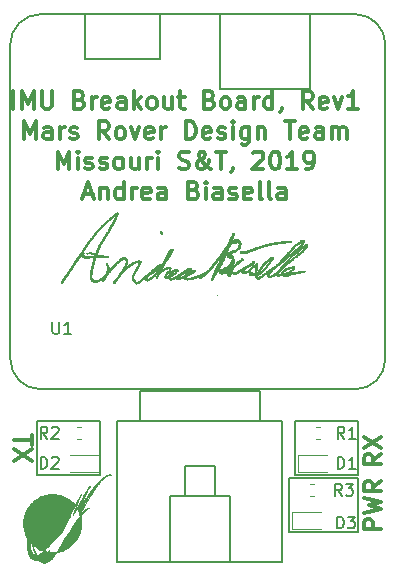
<source format=gbr>
G04 #@! TF.GenerationSoftware,KiCad,Pcbnew,(5.0.2)-1*
G04 #@! TF.CreationDate,2019-03-03T18:02:14-06:00*
G04 #@! TF.ProjectId,IMUBreakout_Hardware,494d5542-7265-4616-9b6f-75745f486172,rev?*
G04 #@! TF.SameCoordinates,Original*
G04 #@! TF.FileFunction,Legend,Top*
G04 #@! TF.FilePolarity,Positive*
%FSLAX46Y46*%
G04 Gerber Fmt 4.6, Leading zero omitted, Abs format (unit mm)*
G04 Created by KiCad (PCBNEW (5.0.2)-1) date 3/3/2019 6:02:14 PM*
%MOMM*%
%LPD*%
G01*
G04 APERTURE LIST*
%ADD10C,0.300000*%
%ADD11C,0.200000*%
%ADD12C,0.150000*%
%ADD13C,0.120000*%
%ADD14C,0.010000*%
G04 APERTURE END LIST*
D10*
X145791471Y-70081771D02*
X145791471Y-68581771D01*
X146505757Y-70081771D02*
X146505757Y-68581771D01*
X147005757Y-69653200D01*
X147505757Y-68581771D01*
X147505757Y-70081771D01*
X148220042Y-68581771D02*
X148220042Y-69796057D01*
X148291471Y-69938914D01*
X148362900Y-70010342D01*
X148505757Y-70081771D01*
X148791471Y-70081771D01*
X148934328Y-70010342D01*
X149005757Y-69938914D01*
X149077185Y-69796057D01*
X149077185Y-68581771D01*
X151434328Y-69296057D02*
X151648614Y-69367485D01*
X151720042Y-69438914D01*
X151791471Y-69581771D01*
X151791471Y-69796057D01*
X151720042Y-69938914D01*
X151648614Y-70010342D01*
X151505757Y-70081771D01*
X150934328Y-70081771D01*
X150934328Y-68581771D01*
X151434328Y-68581771D01*
X151577185Y-68653200D01*
X151648614Y-68724628D01*
X151720042Y-68867485D01*
X151720042Y-69010342D01*
X151648614Y-69153200D01*
X151577185Y-69224628D01*
X151434328Y-69296057D01*
X150934328Y-69296057D01*
X152434328Y-70081771D02*
X152434328Y-69081771D01*
X152434328Y-69367485D02*
X152505757Y-69224628D01*
X152577185Y-69153200D01*
X152720042Y-69081771D01*
X152862900Y-69081771D01*
X153934328Y-70010342D02*
X153791471Y-70081771D01*
X153505757Y-70081771D01*
X153362900Y-70010342D01*
X153291471Y-69867485D01*
X153291471Y-69296057D01*
X153362900Y-69153200D01*
X153505757Y-69081771D01*
X153791471Y-69081771D01*
X153934328Y-69153200D01*
X154005757Y-69296057D01*
X154005757Y-69438914D01*
X153291471Y-69581771D01*
X155291471Y-70081771D02*
X155291471Y-69296057D01*
X155220042Y-69153200D01*
X155077185Y-69081771D01*
X154791471Y-69081771D01*
X154648614Y-69153200D01*
X155291471Y-70010342D02*
X155148614Y-70081771D01*
X154791471Y-70081771D01*
X154648614Y-70010342D01*
X154577185Y-69867485D01*
X154577185Y-69724628D01*
X154648614Y-69581771D01*
X154791471Y-69510342D01*
X155148614Y-69510342D01*
X155291471Y-69438914D01*
X156005757Y-70081771D02*
X156005757Y-68581771D01*
X156148614Y-69510342D02*
X156577185Y-70081771D01*
X156577185Y-69081771D02*
X156005757Y-69653200D01*
X157434328Y-70081771D02*
X157291471Y-70010342D01*
X157220042Y-69938914D01*
X157148614Y-69796057D01*
X157148614Y-69367485D01*
X157220042Y-69224628D01*
X157291471Y-69153200D01*
X157434328Y-69081771D01*
X157648614Y-69081771D01*
X157791471Y-69153200D01*
X157862900Y-69224628D01*
X157934328Y-69367485D01*
X157934328Y-69796057D01*
X157862900Y-69938914D01*
X157791471Y-70010342D01*
X157648614Y-70081771D01*
X157434328Y-70081771D01*
X159220042Y-69081771D02*
X159220042Y-70081771D01*
X158577185Y-69081771D02*
X158577185Y-69867485D01*
X158648614Y-70010342D01*
X158791471Y-70081771D01*
X159005757Y-70081771D01*
X159148614Y-70010342D01*
X159220042Y-69938914D01*
X159720042Y-69081771D02*
X160291471Y-69081771D01*
X159934328Y-68581771D02*
X159934328Y-69867485D01*
X160005757Y-70010342D01*
X160148614Y-70081771D01*
X160291471Y-70081771D01*
X162434328Y-69296057D02*
X162648614Y-69367485D01*
X162720042Y-69438914D01*
X162791471Y-69581771D01*
X162791471Y-69796057D01*
X162720042Y-69938914D01*
X162648614Y-70010342D01*
X162505757Y-70081771D01*
X161934328Y-70081771D01*
X161934328Y-68581771D01*
X162434328Y-68581771D01*
X162577185Y-68653200D01*
X162648614Y-68724628D01*
X162720042Y-68867485D01*
X162720042Y-69010342D01*
X162648614Y-69153200D01*
X162577185Y-69224628D01*
X162434328Y-69296057D01*
X161934328Y-69296057D01*
X163648614Y-70081771D02*
X163505757Y-70010342D01*
X163434328Y-69938914D01*
X163362900Y-69796057D01*
X163362900Y-69367485D01*
X163434328Y-69224628D01*
X163505757Y-69153200D01*
X163648614Y-69081771D01*
X163862900Y-69081771D01*
X164005757Y-69153200D01*
X164077185Y-69224628D01*
X164148614Y-69367485D01*
X164148614Y-69796057D01*
X164077185Y-69938914D01*
X164005757Y-70010342D01*
X163862900Y-70081771D01*
X163648614Y-70081771D01*
X165434328Y-70081771D02*
X165434328Y-69296057D01*
X165362900Y-69153200D01*
X165220042Y-69081771D01*
X164934328Y-69081771D01*
X164791471Y-69153200D01*
X165434328Y-70010342D02*
X165291471Y-70081771D01*
X164934328Y-70081771D01*
X164791471Y-70010342D01*
X164720042Y-69867485D01*
X164720042Y-69724628D01*
X164791471Y-69581771D01*
X164934328Y-69510342D01*
X165291471Y-69510342D01*
X165434328Y-69438914D01*
X166148614Y-70081771D02*
X166148614Y-69081771D01*
X166148614Y-69367485D02*
X166220042Y-69224628D01*
X166291471Y-69153200D01*
X166434328Y-69081771D01*
X166577185Y-69081771D01*
X167720042Y-70081771D02*
X167720042Y-68581771D01*
X167720042Y-70010342D02*
X167577185Y-70081771D01*
X167291471Y-70081771D01*
X167148614Y-70010342D01*
X167077185Y-69938914D01*
X167005757Y-69796057D01*
X167005757Y-69367485D01*
X167077185Y-69224628D01*
X167148614Y-69153200D01*
X167291471Y-69081771D01*
X167577185Y-69081771D01*
X167720042Y-69153200D01*
X168505757Y-70010342D02*
X168505757Y-70081771D01*
X168434328Y-70224628D01*
X168362900Y-70296057D01*
X171148614Y-70081771D02*
X170648614Y-69367485D01*
X170291471Y-70081771D02*
X170291471Y-68581771D01*
X170862900Y-68581771D01*
X171005757Y-68653200D01*
X171077185Y-68724628D01*
X171148614Y-68867485D01*
X171148614Y-69081771D01*
X171077185Y-69224628D01*
X171005757Y-69296057D01*
X170862900Y-69367485D01*
X170291471Y-69367485D01*
X172362900Y-70010342D02*
X172220042Y-70081771D01*
X171934328Y-70081771D01*
X171791471Y-70010342D01*
X171720042Y-69867485D01*
X171720042Y-69296057D01*
X171791471Y-69153200D01*
X171934328Y-69081771D01*
X172220042Y-69081771D01*
X172362900Y-69153200D01*
X172434328Y-69296057D01*
X172434328Y-69438914D01*
X171720042Y-69581771D01*
X172934328Y-69081771D02*
X173291471Y-70081771D01*
X173648614Y-69081771D01*
X175005757Y-70081771D02*
X174148614Y-70081771D01*
X174577185Y-70081771D02*
X174577185Y-68581771D01*
X174434328Y-68796057D01*
X174291471Y-68938914D01*
X174148614Y-69010342D01*
X146684328Y-72631771D02*
X146684328Y-71131771D01*
X147184328Y-72203200D01*
X147684328Y-71131771D01*
X147684328Y-72631771D01*
X149041471Y-72631771D02*
X149041471Y-71846057D01*
X148970042Y-71703200D01*
X148827185Y-71631771D01*
X148541471Y-71631771D01*
X148398614Y-71703200D01*
X149041471Y-72560342D02*
X148898614Y-72631771D01*
X148541471Y-72631771D01*
X148398614Y-72560342D01*
X148327185Y-72417485D01*
X148327185Y-72274628D01*
X148398614Y-72131771D01*
X148541471Y-72060342D01*
X148898614Y-72060342D01*
X149041471Y-71988914D01*
X149755757Y-72631771D02*
X149755757Y-71631771D01*
X149755757Y-71917485D02*
X149827185Y-71774628D01*
X149898614Y-71703200D01*
X150041471Y-71631771D01*
X150184328Y-71631771D01*
X150612900Y-72560342D02*
X150755757Y-72631771D01*
X151041471Y-72631771D01*
X151184328Y-72560342D01*
X151255757Y-72417485D01*
X151255757Y-72346057D01*
X151184328Y-72203200D01*
X151041471Y-72131771D01*
X150827185Y-72131771D01*
X150684328Y-72060342D01*
X150612900Y-71917485D01*
X150612900Y-71846057D01*
X150684328Y-71703200D01*
X150827185Y-71631771D01*
X151041471Y-71631771D01*
X151184328Y-71703200D01*
X153898614Y-72631771D02*
X153398614Y-71917485D01*
X153041471Y-72631771D02*
X153041471Y-71131771D01*
X153612900Y-71131771D01*
X153755757Y-71203200D01*
X153827185Y-71274628D01*
X153898614Y-71417485D01*
X153898614Y-71631771D01*
X153827185Y-71774628D01*
X153755757Y-71846057D01*
X153612900Y-71917485D01*
X153041471Y-71917485D01*
X154755757Y-72631771D02*
X154612900Y-72560342D01*
X154541471Y-72488914D01*
X154470042Y-72346057D01*
X154470042Y-71917485D01*
X154541471Y-71774628D01*
X154612900Y-71703200D01*
X154755757Y-71631771D01*
X154970042Y-71631771D01*
X155112900Y-71703200D01*
X155184328Y-71774628D01*
X155255757Y-71917485D01*
X155255757Y-72346057D01*
X155184328Y-72488914D01*
X155112900Y-72560342D01*
X154970042Y-72631771D01*
X154755757Y-72631771D01*
X155755757Y-71631771D02*
X156112900Y-72631771D01*
X156470042Y-71631771D01*
X157612900Y-72560342D02*
X157470042Y-72631771D01*
X157184328Y-72631771D01*
X157041471Y-72560342D01*
X156970042Y-72417485D01*
X156970042Y-71846057D01*
X157041471Y-71703200D01*
X157184328Y-71631771D01*
X157470042Y-71631771D01*
X157612900Y-71703200D01*
X157684328Y-71846057D01*
X157684328Y-71988914D01*
X156970042Y-72131771D01*
X158327185Y-72631771D02*
X158327185Y-71631771D01*
X158327185Y-71917485D02*
X158398614Y-71774628D01*
X158470042Y-71703200D01*
X158612900Y-71631771D01*
X158755757Y-71631771D01*
X160398614Y-72631771D02*
X160398614Y-71131771D01*
X160755757Y-71131771D01*
X160970042Y-71203200D01*
X161112900Y-71346057D01*
X161184328Y-71488914D01*
X161255757Y-71774628D01*
X161255757Y-71988914D01*
X161184328Y-72274628D01*
X161112900Y-72417485D01*
X160970042Y-72560342D01*
X160755757Y-72631771D01*
X160398614Y-72631771D01*
X162470042Y-72560342D02*
X162327185Y-72631771D01*
X162041471Y-72631771D01*
X161898614Y-72560342D01*
X161827185Y-72417485D01*
X161827185Y-71846057D01*
X161898614Y-71703200D01*
X162041471Y-71631771D01*
X162327185Y-71631771D01*
X162470042Y-71703200D01*
X162541471Y-71846057D01*
X162541471Y-71988914D01*
X161827185Y-72131771D01*
X163112900Y-72560342D02*
X163255757Y-72631771D01*
X163541471Y-72631771D01*
X163684328Y-72560342D01*
X163755757Y-72417485D01*
X163755757Y-72346057D01*
X163684328Y-72203200D01*
X163541471Y-72131771D01*
X163327185Y-72131771D01*
X163184328Y-72060342D01*
X163112900Y-71917485D01*
X163112900Y-71846057D01*
X163184328Y-71703200D01*
X163327185Y-71631771D01*
X163541471Y-71631771D01*
X163684328Y-71703200D01*
X164398614Y-72631771D02*
X164398614Y-71631771D01*
X164398614Y-71131771D02*
X164327185Y-71203200D01*
X164398614Y-71274628D01*
X164470042Y-71203200D01*
X164398614Y-71131771D01*
X164398614Y-71274628D01*
X165755757Y-71631771D02*
X165755757Y-72846057D01*
X165684328Y-72988914D01*
X165612900Y-73060342D01*
X165470042Y-73131771D01*
X165255757Y-73131771D01*
X165112900Y-73060342D01*
X165755757Y-72560342D02*
X165612900Y-72631771D01*
X165327185Y-72631771D01*
X165184328Y-72560342D01*
X165112900Y-72488914D01*
X165041471Y-72346057D01*
X165041471Y-71917485D01*
X165112900Y-71774628D01*
X165184328Y-71703200D01*
X165327185Y-71631771D01*
X165612900Y-71631771D01*
X165755757Y-71703200D01*
X166470042Y-71631771D02*
X166470042Y-72631771D01*
X166470042Y-71774628D02*
X166541471Y-71703200D01*
X166684328Y-71631771D01*
X166898614Y-71631771D01*
X167041471Y-71703200D01*
X167112900Y-71846057D01*
X167112900Y-72631771D01*
X168755757Y-71131771D02*
X169612900Y-71131771D01*
X169184328Y-72631771D02*
X169184328Y-71131771D01*
X170684328Y-72560342D02*
X170541471Y-72631771D01*
X170255757Y-72631771D01*
X170112900Y-72560342D01*
X170041471Y-72417485D01*
X170041471Y-71846057D01*
X170112900Y-71703200D01*
X170255757Y-71631771D01*
X170541471Y-71631771D01*
X170684328Y-71703200D01*
X170755757Y-71846057D01*
X170755757Y-71988914D01*
X170041471Y-72131771D01*
X172041471Y-72631771D02*
X172041471Y-71846057D01*
X171970042Y-71703200D01*
X171827185Y-71631771D01*
X171541471Y-71631771D01*
X171398614Y-71703200D01*
X172041471Y-72560342D02*
X171898614Y-72631771D01*
X171541471Y-72631771D01*
X171398614Y-72560342D01*
X171327185Y-72417485D01*
X171327185Y-72274628D01*
X171398614Y-72131771D01*
X171541471Y-72060342D01*
X171898614Y-72060342D01*
X172041471Y-71988914D01*
X172755757Y-72631771D02*
X172755757Y-71631771D01*
X172755757Y-71774628D02*
X172827185Y-71703200D01*
X172970042Y-71631771D01*
X173184328Y-71631771D01*
X173327185Y-71703200D01*
X173398614Y-71846057D01*
X173398614Y-72631771D01*
X173398614Y-71846057D02*
X173470042Y-71703200D01*
X173612900Y-71631771D01*
X173827185Y-71631771D01*
X173970042Y-71703200D01*
X174041471Y-71846057D01*
X174041471Y-72631771D01*
X149541471Y-75181771D02*
X149541471Y-73681771D01*
X150041471Y-74753200D01*
X150541471Y-73681771D01*
X150541471Y-75181771D01*
X151255757Y-75181771D02*
X151255757Y-74181771D01*
X151255757Y-73681771D02*
X151184328Y-73753200D01*
X151255757Y-73824628D01*
X151327185Y-73753200D01*
X151255757Y-73681771D01*
X151255757Y-73824628D01*
X151898614Y-75110342D02*
X152041471Y-75181771D01*
X152327185Y-75181771D01*
X152470042Y-75110342D01*
X152541471Y-74967485D01*
X152541471Y-74896057D01*
X152470042Y-74753200D01*
X152327185Y-74681771D01*
X152112900Y-74681771D01*
X151970042Y-74610342D01*
X151898614Y-74467485D01*
X151898614Y-74396057D01*
X151970042Y-74253200D01*
X152112900Y-74181771D01*
X152327185Y-74181771D01*
X152470042Y-74253200D01*
X153112900Y-75110342D02*
X153255757Y-75181771D01*
X153541471Y-75181771D01*
X153684328Y-75110342D01*
X153755757Y-74967485D01*
X153755757Y-74896057D01*
X153684328Y-74753200D01*
X153541471Y-74681771D01*
X153327185Y-74681771D01*
X153184328Y-74610342D01*
X153112900Y-74467485D01*
X153112900Y-74396057D01*
X153184328Y-74253200D01*
X153327185Y-74181771D01*
X153541471Y-74181771D01*
X153684328Y-74253200D01*
X154612900Y-75181771D02*
X154470042Y-75110342D01*
X154398614Y-75038914D01*
X154327185Y-74896057D01*
X154327185Y-74467485D01*
X154398614Y-74324628D01*
X154470042Y-74253200D01*
X154612900Y-74181771D01*
X154827185Y-74181771D01*
X154970042Y-74253200D01*
X155041471Y-74324628D01*
X155112900Y-74467485D01*
X155112900Y-74896057D01*
X155041471Y-75038914D01*
X154970042Y-75110342D01*
X154827185Y-75181771D01*
X154612900Y-75181771D01*
X156398614Y-74181771D02*
X156398614Y-75181771D01*
X155755757Y-74181771D02*
X155755757Y-74967485D01*
X155827185Y-75110342D01*
X155970042Y-75181771D01*
X156184328Y-75181771D01*
X156327185Y-75110342D01*
X156398614Y-75038914D01*
X157112900Y-75181771D02*
X157112900Y-74181771D01*
X157112900Y-74467485D02*
X157184328Y-74324628D01*
X157255757Y-74253200D01*
X157398614Y-74181771D01*
X157541471Y-74181771D01*
X158041471Y-75181771D02*
X158041471Y-74181771D01*
X158041471Y-73681771D02*
X157970042Y-73753200D01*
X158041471Y-73824628D01*
X158112900Y-73753200D01*
X158041471Y-73681771D01*
X158041471Y-73824628D01*
X159827185Y-75110342D02*
X160041471Y-75181771D01*
X160398614Y-75181771D01*
X160541471Y-75110342D01*
X160612900Y-75038914D01*
X160684328Y-74896057D01*
X160684328Y-74753200D01*
X160612900Y-74610342D01*
X160541471Y-74538914D01*
X160398614Y-74467485D01*
X160112900Y-74396057D01*
X159970042Y-74324628D01*
X159898614Y-74253200D01*
X159827185Y-74110342D01*
X159827185Y-73967485D01*
X159898614Y-73824628D01*
X159970042Y-73753200D01*
X160112900Y-73681771D01*
X160470042Y-73681771D01*
X160684328Y-73753200D01*
X162541471Y-75181771D02*
X162470042Y-75181771D01*
X162327185Y-75110342D01*
X162112900Y-74896057D01*
X161755757Y-74467485D01*
X161612900Y-74253200D01*
X161541471Y-74038914D01*
X161541471Y-73896057D01*
X161612900Y-73753200D01*
X161755757Y-73681771D01*
X161827185Y-73681771D01*
X161970042Y-73753200D01*
X162041471Y-73896057D01*
X162041471Y-73967485D01*
X161970042Y-74110342D01*
X161898614Y-74181771D01*
X161470042Y-74467485D01*
X161398614Y-74538914D01*
X161327185Y-74681771D01*
X161327185Y-74896057D01*
X161398614Y-75038914D01*
X161470042Y-75110342D01*
X161612900Y-75181771D01*
X161827185Y-75181771D01*
X161970042Y-75110342D01*
X162041471Y-75038914D01*
X162255757Y-74753200D01*
X162327185Y-74538914D01*
X162327185Y-74396057D01*
X162970042Y-73681771D02*
X163827185Y-73681771D01*
X163398614Y-75181771D02*
X163398614Y-73681771D01*
X164398614Y-75110342D02*
X164398614Y-75181771D01*
X164327185Y-75324628D01*
X164255757Y-75396057D01*
X166112900Y-73824628D02*
X166184328Y-73753200D01*
X166327185Y-73681771D01*
X166684328Y-73681771D01*
X166827185Y-73753200D01*
X166898614Y-73824628D01*
X166970042Y-73967485D01*
X166970042Y-74110342D01*
X166898614Y-74324628D01*
X166041471Y-75181771D01*
X166970042Y-75181771D01*
X167898614Y-73681771D02*
X168041471Y-73681771D01*
X168184328Y-73753200D01*
X168255757Y-73824628D01*
X168327185Y-73967485D01*
X168398614Y-74253200D01*
X168398614Y-74610342D01*
X168327185Y-74896057D01*
X168255757Y-75038914D01*
X168184328Y-75110342D01*
X168041471Y-75181771D01*
X167898614Y-75181771D01*
X167755757Y-75110342D01*
X167684328Y-75038914D01*
X167612900Y-74896057D01*
X167541471Y-74610342D01*
X167541471Y-74253200D01*
X167612900Y-73967485D01*
X167684328Y-73824628D01*
X167755757Y-73753200D01*
X167898614Y-73681771D01*
X169827185Y-75181771D02*
X168970042Y-75181771D01*
X169398614Y-75181771D02*
X169398614Y-73681771D01*
X169255757Y-73896057D01*
X169112900Y-74038914D01*
X168970042Y-74110342D01*
X170541471Y-75181771D02*
X170827185Y-75181771D01*
X170970042Y-75110342D01*
X171041471Y-75038914D01*
X171184328Y-74824628D01*
X171255757Y-74538914D01*
X171255757Y-73967485D01*
X171184328Y-73824628D01*
X171112900Y-73753200D01*
X170970042Y-73681771D01*
X170684328Y-73681771D01*
X170541471Y-73753200D01*
X170470042Y-73824628D01*
X170398614Y-73967485D01*
X170398614Y-74324628D01*
X170470042Y-74467485D01*
X170541471Y-74538914D01*
X170684328Y-74610342D01*
X170970042Y-74610342D01*
X171112900Y-74538914D01*
X171184328Y-74467485D01*
X171255757Y-74324628D01*
X151791471Y-77303200D02*
X152505757Y-77303200D01*
X151648614Y-77731771D02*
X152148614Y-76231771D01*
X152648614Y-77731771D01*
X153148614Y-76731771D02*
X153148614Y-77731771D01*
X153148614Y-76874628D02*
X153220042Y-76803200D01*
X153362900Y-76731771D01*
X153577185Y-76731771D01*
X153720042Y-76803200D01*
X153791471Y-76946057D01*
X153791471Y-77731771D01*
X155148614Y-77731771D02*
X155148614Y-76231771D01*
X155148614Y-77660342D02*
X155005757Y-77731771D01*
X154720042Y-77731771D01*
X154577185Y-77660342D01*
X154505757Y-77588914D01*
X154434328Y-77446057D01*
X154434328Y-77017485D01*
X154505757Y-76874628D01*
X154577185Y-76803200D01*
X154720042Y-76731771D01*
X155005757Y-76731771D01*
X155148614Y-76803200D01*
X155862900Y-77731771D02*
X155862900Y-76731771D01*
X155862900Y-77017485D02*
X155934328Y-76874628D01*
X156005757Y-76803200D01*
X156148614Y-76731771D01*
X156291471Y-76731771D01*
X157362900Y-77660342D02*
X157220042Y-77731771D01*
X156934328Y-77731771D01*
X156791471Y-77660342D01*
X156720042Y-77517485D01*
X156720042Y-76946057D01*
X156791471Y-76803200D01*
X156934328Y-76731771D01*
X157220042Y-76731771D01*
X157362900Y-76803200D01*
X157434328Y-76946057D01*
X157434328Y-77088914D01*
X156720042Y-77231771D01*
X158720042Y-77731771D02*
X158720042Y-76946057D01*
X158648614Y-76803200D01*
X158505757Y-76731771D01*
X158220042Y-76731771D01*
X158077185Y-76803200D01*
X158720042Y-77660342D02*
X158577185Y-77731771D01*
X158220042Y-77731771D01*
X158077185Y-77660342D01*
X158005757Y-77517485D01*
X158005757Y-77374628D01*
X158077185Y-77231771D01*
X158220042Y-77160342D01*
X158577185Y-77160342D01*
X158720042Y-77088914D01*
X161077185Y-76946057D02*
X161291471Y-77017485D01*
X161362900Y-77088914D01*
X161434328Y-77231771D01*
X161434328Y-77446057D01*
X161362900Y-77588914D01*
X161291471Y-77660342D01*
X161148614Y-77731771D01*
X160577185Y-77731771D01*
X160577185Y-76231771D01*
X161077185Y-76231771D01*
X161220042Y-76303200D01*
X161291471Y-76374628D01*
X161362900Y-76517485D01*
X161362900Y-76660342D01*
X161291471Y-76803200D01*
X161220042Y-76874628D01*
X161077185Y-76946057D01*
X160577185Y-76946057D01*
X162077185Y-77731771D02*
X162077185Y-76731771D01*
X162077185Y-76231771D02*
X162005757Y-76303200D01*
X162077185Y-76374628D01*
X162148614Y-76303200D01*
X162077185Y-76231771D01*
X162077185Y-76374628D01*
X163434328Y-77731771D02*
X163434328Y-76946057D01*
X163362900Y-76803200D01*
X163220042Y-76731771D01*
X162934328Y-76731771D01*
X162791471Y-76803200D01*
X163434328Y-77660342D02*
X163291471Y-77731771D01*
X162934328Y-77731771D01*
X162791471Y-77660342D01*
X162720042Y-77517485D01*
X162720042Y-77374628D01*
X162791471Y-77231771D01*
X162934328Y-77160342D01*
X163291471Y-77160342D01*
X163434328Y-77088914D01*
X164077185Y-77660342D02*
X164220042Y-77731771D01*
X164505757Y-77731771D01*
X164648614Y-77660342D01*
X164720042Y-77517485D01*
X164720042Y-77446057D01*
X164648614Y-77303200D01*
X164505757Y-77231771D01*
X164291471Y-77231771D01*
X164148614Y-77160342D01*
X164077185Y-77017485D01*
X164077185Y-76946057D01*
X164148614Y-76803200D01*
X164291471Y-76731771D01*
X164505757Y-76731771D01*
X164648614Y-76803200D01*
X165934328Y-77660342D02*
X165791471Y-77731771D01*
X165505757Y-77731771D01*
X165362900Y-77660342D01*
X165291471Y-77517485D01*
X165291471Y-76946057D01*
X165362900Y-76803200D01*
X165505757Y-76731771D01*
X165791471Y-76731771D01*
X165934328Y-76803200D01*
X166005757Y-76946057D01*
X166005757Y-77088914D01*
X165291471Y-77231771D01*
X166862900Y-77731771D02*
X166720042Y-77660342D01*
X166648614Y-77517485D01*
X166648614Y-76231771D01*
X167648614Y-77731771D02*
X167505757Y-77660342D01*
X167434328Y-77517485D01*
X167434328Y-76231771D01*
X168862900Y-77731771D02*
X168862900Y-76946057D01*
X168791471Y-76803200D01*
X168648614Y-76731771D01*
X168362900Y-76731771D01*
X168220042Y-76803200D01*
X168862900Y-77660342D02*
X168720042Y-77731771D01*
X168362900Y-77731771D01*
X168220042Y-77660342D01*
X168148614Y-77517485D01*
X168148614Y-77374628D01*
X168220042Y-77231771D01*
X168362900Y-77160342D01*
X168720042Y-77160342D01*
X168862900Y-77088914D01*
X147379428Y-97663142D02*
X147379428Y-98520285D01*
X145879428Y-98091714D02*
X147379428Y-98091714D01*
X147379428Y-98877428D02*
X145879428Y-99877428D01*
X147379428Y-99877428D02*
X145879428Y-98877428D01*
X176954571Y-99310000D02*
X176240285Y-99810000D01*
X176954571Y-100167142D02*
X175454571Y-100167142D01*
X175454571Y-99595714D01*
X175526000Y-99452857D01*
X175597428Y-99381428D01*
X175740285Y-99310000D01*
X175954571Y-99310000D01*
X176097428Y-99381428D01*
X176168857Y-99452857D01*
X176240285Y-99595714D01*
X176240285Y-100167142D01*
X175454571Y-98810000D02*
X176954571Y-97810000D01*
X175454571Y-97810000D02*
X176954571Y-98810000D01*
X176954571Y-105632000D02*
X175454571Y-105632000D01*
X175454571Y-105060571D01*
X175526000Y-104917714D01*
X175597428Y-104846285D01*
X175740285Y-104774857D01*
X175954571Y-104774857D01*
X176097428Y-104846285D01*
X176168857Y-104917714D01*
X176240285Y-105060571D01*
X176240285Y-105632000D01*
X175454571Y-104274857D02*
X176954571Y-103917714D01*
X175883142Y-103632000D01*
X176954571Y-103346285D01*
X175454571Y-102989142D01*
X176954571Y-101560571D02*
X176240285Y-102060571D01*
X176954571Y-102417714D02*
X175454571Y-102417714D01*
X175454571Y-101846285D01*
X175526000Y-101703428D01*
X175597428Y-101632000D01*
X175740285Y-101560571D01*
X175954571Y-101560571D01*
X176097428Y-101632000D01*
X176168857Y-101703428D01*
X176240285Y-101846285D01*
X176240285Y-102417714D01*
D11*
X169164000Y-101346000D02*
X169164000Y-105918000D01*
X175006000Y-101346000D02*
X169164000Y-101346000D01*
X175006000Y-105918000D02*
X175006000Y-101346000D01*
X169164000Y-105918000D02*
X175006000Y-105918000D01*
X147828000Y-101092000D02*
X153162000Y-101092000D01*
X147828000Y-96520000D02*
X147828000Y-101092000D01*
X153162000Y-96520000D02*
X147828000Y-96520000D01*
X153162000Y-101092000D02*
X153162000Y-96520000D01*
X175006000Y-96520000D02*
X169672000Y-96520000D01*
X175006000Y-101092000D02*
X175006000Y-96520000D01*
X169672000Y-101092000D02*
X175006000Y-101092000D01*
X169672000Y-96520000D02*
X169672000Y-101092000D01*
D12*
G04 #@! TO.C,U1*
X177288000Y-91261001D02*
X177288000Y-64591001D01*
X148078000Y-93801001D02*
X174748000Y-93801001D01*
X145538000Y-64591001D02*
X145538000Y-91261001D01*
X145538000Y-91261001D02*
G75*
G03X148078000Y-93801001I2540000J0D01*
G01*
X148078000Y-62051001D02*
G75*
G03X145538000Y-64591001I0J-2540000D01*
G01*
X177288000Y-64591001D02*
G75*
G03X174748000Y-62051001I-2540000J0D01*
G01*
X174748000Y-93801001D02*
G75*
G03X177288000Y-91261001I0J2540000D01*
G01*
X174748000Y-62051001D02*
X148078000Y-62051001D01*
X151888000Y-62058185D02*
X151888000Y-65868185D01*
X151888000Y-65868185D02*
X158238000Y-65868185D01*
X158238000Y-65868185D02*
X158238000Y-62058185D01*
X163318000Y-62058185D02*
X163318000Y-68408185D01*
X163318000Y-68408185D02*
X170938000Y-68408185D01*
X170938000Y-68408185D02*
X170938000Y-62058185D01*
G04 #@! TO.C,Conn1*
X168579800Y-108458000D02*
X154609800Y-108458000D01*
X164134800Y-102870000D02*
X159054800Y-102870000D01*
X160324800Y-102870000D02*
X160324800Y-100330000D01*
X160324800Y-100330000D02*
X162864800Y-100330000D01*
X159054800Y-108458000D02*
X159054800Y-102870000D01*
X154609800Y-96520000D02*
X154609800Y-108458000D01*
X156514800Y-93980000D02*
X166674800Y-93980000D01*
X164134800Y-108458000D02*
X164134800Y-107950000D01*
X168579800Y-96520000D02*
X168579800Y-108458000D01*
X166674800Y-96520000D02*
X168579800Y-96520000D01*
X164134800Y-104140000D02*
X164134800Y-102870000D01*
X164134800Y-104140000D02*
X164134800Y-107950000D01*
X162864800Y-102870000D02*
X162864800Y-100330000D01*
X166674800Y-96520000D02*
X154609800Y-96520000D01*
X156514800Y-96520000D02*
X156514800Y-93980000D01*
X166674800Y-93980000D02*
X166674800Y-96520000D01*
D13*
G04 #@! TO.C,D1*
X172363000Y-99341000D02*
X169903000Y-99341000D01*
X169903000Y-99341000D02*
X169903000Y-100811000D01*
X169903000Y-100811000D02*
X172363000Y-100811000D01*
G04 #@! TO.C,D2*
X153044000Y-99341000D02*
X150584000Y-99341000D01*
X153044000Y-100811000D02*
X153044000Y-99341000D01*
X150584000Y-100811000D02*
X153044000Y-100811000D01*
G04 #@! TO.C,R1*
X171734267Y-98046000D02*
X171391733Y-98046000D01*
X171734267Y-97026000D02*
X171391733Y-97026000D01*
G04 #@! TO.C,R2*
X151212733Y-98046000D02*
X151555267Y-98046000D01*
X151212733Y-97026000D02*
X151555267Y-97026000D01*
G04 #@! TO.C,D3*
X171883000Y-104167000D02*
X169423000Y-104167000D01*
X169423000Y-104167000D02*
X169423000Y-105637000D01*
X169423000Y-105637000D02*
X171883000Y-105637000D01*
G04 #@! TO.C,R3*
X171254267Y-102872000D02*
X170911733Y-102872000D01*
X171254267Y-101852000D02*
X170911733Y-101852000D01*
D14*
G04 #@! TO.C,G\002A\002A\002A*
G36*
X151755435Y-82291780D02*
X151747096Y-82300119D01*
X151738758Y-82291780D01*
X151747096Y-82283441D01*
X151755435Y-82291780D01*
X151755435Y-82291780D01*
G37*
X151755435Y-82291780D02*
X151747096Y-82300119D01*
X151738758Y-82291780D01*
X151747096Y-82283441D01*
X151755435Y-82291780D01*
G36*
X152095773Y-82247573D02*
X152088187Y-82263744D01*
X152055609Y-82286313D01*
X152005243Y-82310468D01*
X151985449Y-82306264D01*
X151966265Y-82297104D01*
X151948139Y-82283792D01*
X151954995Y-82271564D01*
X151981036Y-82256783D01*
X152032692Y-82237458D01*
X152074731Y-82235225D01*
X152095773Y-82247573D01*
X152095773Y-82247573D01*
G37*
X152095773Y-82247573D02*
X152088187Y-82263744D01*
X152055609Y-82286313D01*
X152005243Y-82310468D01*
X151985449Y-82306264D01*
X151966265Y-82297104D01*
X151948139Y-82283792D01*
X151954995Y-82271564D01*
X151981036Y-82256783D01*
X152032692Y-82237458D01*
X152074731Y-82235225D01*
X152095773Y-82247573D01*
G36*
X152370431Y-82197100D02*
X152410283Y-82209342D01*
X152463655Y-82228685D01*
X152505849Y-82247400D01*
X152520999Y-82256462D01*
X152543541Y-82270290D01*
X152550185Y-82270933D01*
X152574870Y-82267730D01*
X152589180Y-82286404D01*
X152589316Y-82288992D01*
X152573508Y-82305718D01*
X152529538Y-82321136D01*
X152500242Y-82327365D01*
X152441927Y-82335294D01*
X152399709Y-82331967D01*
X152357726Y-82315673D01*
X152348535Y-82311006D01*
X152243504Y-82272437D01*
X152168206Y-82264608D01*
X152140786Y-82259955D01*
X152141799Y-82247704D01*
X152168025Y-82230777D01*
X152216245Y-82212098D01*
X152230999Y-82207601D01*
X152287002Y-82193005D01*
X152327978Y-82189451D01*
X152370431Y-82197100D01*
X152370431Y-82197100D01*
G37*
X152370431Y-82197100D02*
X152410283Y-82209342D01*
X152463655Y-82228685D01*
X152505849Y-82247400D01*
X152520999Y-82256462D01*
X152543541Y-82270290D01*
X152550185Y-82270933D01*
X152574870Y-82267730D01*
X152589180Y-82286404D01*
X152589316Y-82288992D01*
X152573508Y-82305718D01*
X152529538Y-82321136D01*
X152500242Y-82327365D01*
X152441927Y-82335294D01*
X152399709Y-82331967D01*
X152357726Y-82315673D01*
X152348535Y-82311006D01*
X152243504Y-82272437D01*
X152168206Y-82264608D01*
X152140786Y-82259955D01*
X152141799Y-82247704D01*
X152168025Y-82230777D01*
X152216245Y-82212098D01*
X152230999Y-82207601D01*
X152287002Y-82193005D01*
X152327978Y-82189451D01*
X152370431Y-82197100D01*
G36*
X158303371Y-80396997D02*
X158329355Y-80434761D01*
X158331377Y-80440565D01*
X158351641Y-80487020D01*
X158373626Y-80520621D01*
X158389079Y-80543281D01*
X158388426Y-80566737D01*
X158370941Y-80604231D01*
X158368823Y-80608178D01*
X158341546Y-80649837D01*
X158314989Y-80662344D01*
X158279789Y-80648339D01*
X158263873Y-80637788D01*
X158235763Y-80607885D01*
X158226348Y-80581275D01*
X158217612Y-80549802D01*
X158208533Y-80539928D01*
X158198572Y-80517479D01*
X158201630Y-80501420D01*
X158214590Y-80460573D01*
X158219054Y-80441791D01*
X158238870Y-80400614D01*
X158270093Y-80385649D01*
X158303371Y-80396997D01*
X158303371Y-80396997D01*
G37*
X158303371Y-80396997D02*
X158329355Y-80434761D01*
X158331377Y-80440565D01*
X158351641Y-80487020D01*
X158373626Y-80520621D01*
X158389079Y-80543281D01*
X158388426Y-80566737D01*
X158370941Y-80604231D01*
X158368823Y-80608178D01*
X158341546Y-80649837D01*
X158314989Y-80662344D01*
X158279789Y-80648339D01*
X158263873Y-80637788D01*
X158235763Y-80607885D01*
X158226348Y-80581275D01*
X158217612Y-80549802D01*
X158208533Y-80539928D01*
X158198572Y-80517479D01*
X158201630Y-80501420D01*
X158214590Y-80460573D01*
X158219054Y-80441791D01*
X158238870Y-80400614D01*
X158270093Y-80385649D01*
X158303371Y-80396997D01*
G36*
X169041917Y-81264016D02*
X169127646Y-81265233D01*
X169197983Y-81267364D01*
X169246311Y-81270426D01*
X169263674Y-81273186D01*
X169295586Y-81289401D01*
X169297556Y-81306090D01*
X169272945Y-81321883D01*
X169225115Y-81335406D01*
X169157428Y-81345290D01*
X169075133Y-81350120D01*
X169010454Y-81354122D01*
X168928371Y-81362735D01*
X168844242Y-81374284D01*
X168824969Y-81377387D01*
X168736185Y-81390746D01*
X168632808Y-81404144D01*
X168533514Y-81415209D01*
X168508094Y-81417648D01*
X168362801Y-81431708D01*
X168237182Y-81445952D01*
X168120043Y-81462009D01*
X168000188Y-81481509D01*
X167866421Y-81506081D01*
X167765941Y-81525698D01*
X167688742Y-81540877D01*
X167609490Y-81556248D01*
X167549132Y-81567764D01*
X167479935Y-81582742D01*
X167409700Y-81600923D01*
X167382356Y-81609117D01*
X167334573Y-81623050D01*
X167264804Y-81641646D01*
X167183588Y-81662154D01*
X167123853Y-81676580D01*
X167046739Y-81695646D01*
X166979206Y-81713878D01*
X166929390Y-81728988D01*
X166907436Y-81737460D01*
X166866665Y-81754660D01*
X166824048Y-81768094D01*
X166740801Y-81790790D01*
X166658353Y-81815061D01*
X166583721Y-81838649D01*
X166523922Y-81859293D01*
X166485970Y-81874736D01*
X166477559Y-81879650D01*
X166451795Y-81893452D01*
X166404584Y-81912894D01*
X166348344Y-81933009D01*
X166291261Y-81953460D01*
X166246516Y-81972053D01*
X166224096Y-81984559D01*
X166196747Y-81996060D01*
X166162539Y-81999922D01*
X166125844Y-82004641D01*
X166107933Y-82014312D01*
X166087816Y-82026723D01*
X166046561Y-82042208D01*
X166019391Y-82050255D01*
X165969509Y-82065169D01*
X165932749Y-82078711D01*
X165923065Y-82083724D01*
X165897499Y-82095983D01*
X165854213Y-82111932D01*
X165839677Y-82116665D01*
X165793839Y-82132555D01*
X165761355Y-82146392D01*
X165756289Y-82149348D01*
X165699371Y-82179044D01*
X165620998Y-82206714D01*
X165533033Y-82228804D01*
X165447971Y-82241704D01*
X165386172Y-82248112D01*
X165337789Y-82254645D01*
X165312054Y-82260029D01*
X165310725Y-82260654D01*
X165287868Y-82259806D01*
X165265736Y-82250855D01*
X165220260Y-82242115D01*
X165194511Y-82247134D01*
X165154713Y-82251953D01*
X165097356Y-82248106D01*
X165065975Y-82242951D01*
X164997303Y-82223453D01*
X164975678Y-82208392D01*
X165180911Y-82208392D01*
X165189250Y-82216731D01*
X165197589Y-82208392D01*
X165189250Y-82200053D01*
X165180911Y-82208392D01*
X164975678Y-82208392D01*
X164960183Y-82197601D01*
X164953124Y-82163594D01*
X164969804Y-82126688D01*
X164997433Y-82096605D01*
X165035715Y-82084583D01*
X165064779Y-82083310D01*
X165116388Y-82088270D01*
X165158149Y-82100495D01*
X165163499Y-82103399D01*
X165200793Y-82112790D01*
X165262554Y-82113470D01*
X165341364Y-82106524D01*
X165429805Y-82093035D01*
X165520459Y-82074084D01*
X165605907Y-82050755D01*
X165663798Y-82030365D01*
X165729016Y-82003780D01*
X165786995Y-81979334D01*
X165826837Y-81961637D01*
X165831338Y-81959477D01*
X165867412Y-81944596D01*
X165924008Y-81924288D01*
X165989675Y-81902636D01*
X165998114Y-81899988D01*
X166066515Y-81877861D01*
X166129643Y-81856077D01*
X166174737Y-81839053D01*
X166177486Y-81837901D01*
X166229716Y-81817472D01*
X166290137Y-81796176D01*
X166302568Y-81792111D01*
X166355065Y-81774361D01*
X166423504Y-81750027D01*
X166490104Y-81725482D01*
X166556822Y-81701399D01*
X166619676Y-81680421D01*
X166665097Y-81667075D01*
X166665219Y-81667045D01*
X166710430Y-81653602D01*
X166773080Y-81632252D01*
X166839687Y-81607593D01*
X166840333Y-81607343D01*
X166907770Y-81583750D01*
X166972542Y-81565254D01*
X167020675Y-81555844D01*
X167020836Y-81555828D01*
X167070350Y-81548047D01*
X167108733Y-81537206D01*
X167112563Y-81535472D01*
X167139140Y-81526498D01*
X167190876Y-81512409D01*
X167260330Y-81495131D01*
X167340057Y-81476590D01*
X167340662Y-81476454D01*
X167425307Y-81457231D01*
X167504556Y-81438894D01*
X167569104Y-81423613D01*
X167607504Y-81414125D01*
X167670199Y-81400250D01*
X167759051Y-81383915D01*
X167867046Y-81366191D01*
X167987173Y-81348152D01*
X168112420Y-81330872D01*
X168235776Y-81315424D01*
X168299624Y-81308168D01*
X168387304Y-81298385D01*
X168467037Y-81289057D01*
X168530875Y-81281143D01*
X168570872Y-81275604D01*
X168574805Y-81274954D01*
X168613950Y-81271044D01*
X168677399Y-81267947D01*
X168758536Y-81265678D01*
X168850746Y-81264256D01*
X168947411Y-81263696D01*
X169041917Y-81264016D01*
X169041917Y-81264016D01*
G37*
X169041917Y-81264016D02*
X169127646Y-81265233D01*
X169197983Y-81267364D01*
X169246311Y-81270426D01*
X169263674Y-81273186D01*
X169295586Y-81289401D01*
X169297556Y-81306090D01*
X169272945Y-81321883D01*
X169225115Y-81335406D01*
X169157428Y-81345290D01*
X169075133Y-81350120D01*
X169010454Y-81354122D01*
X168928371Y-81362735D01*
X168844242Y-81374284D01*
X168824969Y-81377387D01*
X168736185Y-81390746D01*
X168632808Y-81404144D01*
X168533514Y-81415209D01*
X168508094Y-81417648D01*
X168362801Y-81431708D01*
X168237182Y-81445952D01*
X168120043Y-81462009D01*
X168000188Y-81481509D01*
X167866421Y-81506081D01*
X167765941Y-81525698D01*
X167688742Y-81540877D01*
X167609490Y-81556248D01*
X167549132Y-81567764D01*
X167479935Y-81582742D01*
X167409700Y-81600923D01*
X167382356Y-81609117D01*
X167334573Y-81623050D01*
X167264804Y-81641646D01*
X167183588Y-81662154D01*
X167123853Y-81676580D01*
X167046739Y-81695646D01*
X166979206Y-81713878D01*
X166929390Y-81728988D01*
X166907436Y-81737460D01*
X166866665Y-81754660D01*
X166824048Y-81768094D01*
X166740801Y-81790790D01*
X166658353Y-81815061D01*
X166583721Y-81838649D01*
X166523922Y-81859293D01*
X166485970Y-81874736D01*
X166477559Y-81879650D01*
X166451795Y-81893452D01*
X166404584Y-81912894D01*
X166348344Y-81933009D01*
X166291261Y-81953460D01*
X166246516Y-81972053D01*
X166224096Y-81984559D01*
X166196747Y-81996060D01*
X166162539Y-81999922D01*
X166125844Y-82004641D01*
X166107933Y-82014312D01*
X166087816Y-82026723D01*
X166046561Y-82042208D01*
X166019391Y-82050255D01*
X165969509Y-82065169D01*
X165932749Y-82078711D01*
X165923065Y-82083724D01*
X165897499Y-82095983D01*
X165854213Y-82111932D01*
X165839677Y-82116665D01*
X165793839Y-82132555D01*
X165761355Y-82146392D01*
X165756289Y-82149348D01*
X165699371Y-82179044D01*
X165620998Y-82206714D01*
X165533033Y-82228804D01*
X165447971Y-82241704D01*
X165386172Y-82248112D01*
X165337789Y-82254645D01*
X165312054Y-82260029D01*
X165310725Y-82260654D01*
X165287868Y-82259806D01*
X165265736Y-82250855D01*
X165220260Y-82242115D01*
X165194511Y-82247134D01*
X165154713Y-82251953D01*
X165097356Y-82248106D01*
X165065975Y-82242951D01*
X164997303Y-82223453D01*
X164975678Y-82208392D01*
X165180911Y-82208392D01*
X165189250Y-82216731D01*
X165197589Y-82208392D01*
X165189250Y-82200053D01*
X165180911Y-82208392D01*
X164975678Y-82208392D01*
X164960183Y-82197601D01*
X164953124Y-82163594D01*
X164969804Y-82126688D01*
X164997433Y-82096605D01*
X165035715Y-82084583D01*
X165064779Y-82083310D01*
X165116388Y-82088270D01*
X165158149Y-82100495D01*
X165163499Y-82103399D01*
X165200793Y-82112790D01*
X165262554Y-82113470D01*
X165341364Y-82106524D01*
X165429805Y-82093035D01*
X165520459Y-82074084D01*
X165605907Y-82050755D01*
X165663798Y-82030365D01*
X165729016Y-82003780D01*
X165786995Y-81979334D01*
X165826837Y-81961637D01*
X165831338Y-81959477D01*
X165867412Y-81944596D01*
X165924008Y-81924288D01*
X165989675Y-81902636D01*
X165998114Y-81899988D01*
X166066515Y-81877861D01*
X166129643Y-81856077D01*
X166174737Y-81839053D01*
X166177486Y-81837901D01*
X166229716Y-81817472D01*
X166290137Y-81796176D01*
X166302568Y-81792111D01*
X166355065Y-81774361D01*
X166423504Y-81750027D01*
X166490104Y-81725482D01*
X166556822Y-81701399D01*
X166619676Y-81680421D01*
X166665097Y-81667075D01*
X166665219Y-81667045D01*
X166710430Y-81653602D01*
X166773080Y-81632252D01*
X166839687Y-81607593D01*
X166840333Y-81607343D01*
X166907770Y-81583750D01*
X166972542Y-81565254D01*
X167020675Y-81555844D01*
X167020836Y-81555828D01*
X167070350Y-81548047D01*
X167108733Y-81537206D01*
X167112563Y-81535472D01*
X167139140Y-81526498D01*
X167190876Y-81512409D01*
X167260330Y-81495131D01*
X167340057Y-81476590D01*
X167340662Y-81476454D01*
X167425307Y-81457231D01*
X167504556Y-81438894D01*
X167569104Y-81423613D01*
X167607504Y-81414125D01*
X167670199Y-81400250D01*
X167759051Y-81383915D01*
X167867046Y-81366191D01*
X167987173Y-81348152D01*
X168112420Y-81330872D01*
X168235776Y-81315424D01*
X168299624Y-81308168D01*
X168387304Y-81298385D01*
X168467037Y-81289057D01*
X168530875Y-81281143D01*
X168570872Y-81275604D01*
X168574805Y-81274954D01*
X168613950Y-81271044D01*
X168677399Y-81267947D01*
X168758536Y-81265678D01*
X168850746Y-81264256D01*
X168947411Y-81263696D01*
X169041917Y-81264016D01*
G36*
X154580814Y-78826608D02*
X154598135Y-78837435D01*
X154628681Y-78867360D01*
X154640662Y-78897688D01*
X154633286Y-78946251D01*
X154610815Y-79017988D01*
X154572737Y-79114173D01*
X154518539Y-79236082D01*
X154447708Y-79384989D01*
X154430375Y-79420413D01*
X154413861Y-79460376D01*
X154407175Y-79488858D01*
X154396618Y-79514419D01*
X154370737Y-79549269D01*
X154366085Y-79554425D01*
X154341149Y-79589727D01*
X154333206Y-79618929D01*
X154334023Y-79622292D01*
X154328450Y-79647729D01*
X154309759Y-79663639D01*
X154281996Y-79692298D01*
X154265699Y-79730476D01*
X154250137Y-79772742D01*
X154230988Y-79799367D01*
X154210458Y-79826517D01*
X154207044Y-79840005D01*
X154198297Y-79863107D01*
X154175173Y-79905193D01*
X154142349Y-79957872D01*
X154136164Y-79967241D01*
X154093836Y-80035169D01*
X154052941Y-80107949D01*
X154024407Y-80165412D01*
X153999160Y-80219242D01*
X153976433Y-80262976D01*
X153964627Y-80282128D01*
X153947946Y-80308998D01*
X153922035Y-80355889D01*
X153892365Y-80412880D01*
X153891016Y-80415549D01*
X153859564Y-80474538D01*
X153829499Y-80525370D01*
X153807281Y-80557127D01*
X153807123Y-80557309D01*
X153782466Y-80590626D01*
X153750754Y-80640041D01*
X153730730Y-80674052D01*
X153702597Y-80720824D01*
X153661055Y-80786251D01*
X153611737Y-80861603D01*
X153561078Y-80936975D01*
X153514141Y-81006802D01*
X153473815Y-81068678D01*
X153444063Y-81116388D01*
X153428847Y-81143716D01*
X153428145Y-81145445D01*
X153411751Y-81176533D01*
X153383567Y-81218979D01*
X153373420Y-81232752D01*
X153341425Y-81282530D01*
X153308102Y-81345828D01*
X153291535Y-81382850D01*
X153265915Y-81437485D01*
X153239457Y-81481880D01*
X153223865Y-81500593D01*
X153192276Y-81537756D01*
X153162873Y-81587481D01*
X153143389Y-81635378D01*
X153139677Y-81657203D01*
X153133035Y-81679952D01*
X153127070Y-81683047D01*
X153113065Y-81696878D01*
X153095156Y-81730814D01*
X153092454Y-81737250D01*
X153069904Y-81789049D01*
X153042866Y-81846454D01*
X153038350Y-81855569D01*
X153018044Y-81903715D01*
X153006954Y-81944749D01*
X153006256Y-81953061D01*
X152998724Y-81992543D01*
X152983572Y-82030704D01*
X152927986Y-82146433D01*
X152887858Y-82245769D01*
X152864998Y-82324083D01*
X152861868Y-82342121D01*
X152857309Y-82387865D01*
X152864249Y-82412970D01*
X152888881Y-82429726D01*
X152910788Y-82439241D01*
X152962485Y-82452793D01*
X153040866Y-82460751D01*
X153148959Y-82463408D01*
X153158898Y-82463401D01*
X153261138Y-82466052D01*
X153375852Y-82473513D01*
X153484541Y-82484432D01*
X153528783Y-82490450D01*
X153608751Y-82500918D01*
X153682026Y-82507478D01*
X153738994Y-82509433D01*
X153764529Y-82507593D01*
X153811091Y-82504971D01*
X153828835Y-82518689D01*
X153816833Y-82546981D01*
X153796590Y-82568706D01*
X153776132Y-82585886D01*
X153753656Y-82597286D01*
X153722183Y-82604083D01*
X153674732Y-82607453D01*
X153604322Y-82608572D01*
X153559448Y-82608655D01*
X153459232Y-82608256D01*
X153349528Y-82607184D01*
X153246997Y-82605627D01*
X153198049Y-82604591D01*
X153062093Y-82601725D01*
X152955535Y-82601196D01*
X152874441Y-82604000D01*
X152814881Y-82611131D01*
X152772923Y-82623584D01*
X152744636Y-82642355D01*
X152726088Y-82668439D01*
X152713348Y-82702831D01*
X152706587Y-82728986D01*
X152684858Y-82818538D01*
X152666970Y-82888526D01*
X152649441Y-82951923D01*
X152628791Y-83021706D01*
X152622550Y-83042273D01*
X152586205Y-83166133D01*
X152558049Y-83271558D01*
X152538872Y-83355160D01*
X152529463Y-83413554D01*
X152529647Y-83440488D01*
X152526851Y-83478108D01*
X152513829Y-83507572D01*
X152498164Y-83543558D01*
X152480636Y-83601850D01*
X152463697Y-83671681D01*
X152449795Y-83742284D01*
X152441381Y-83802888D01*
X152440020Y-83832015D01*
X152438291Y-83869473D01*
X152432743Y-83928333D01*
X152424498Y-83997007D01*
X152422807Y-84009574D01*
X152408685Y-84148708D01*
X152409156Y-84262020D01*
X152425330Y-84354196D01*
X152458317Y-84429921D01*
X152509226Y-84493882D01*
X152544972Y-84525509D01*
X152586393Y-84554943D01*
X152624992Y-84570233D01*
X152674941Y-84575671D01*
X152711749Y-84576021D01*
X152778313Y-84571861D01*
X152840828Y-84561776D01*
X152872835Y-84552579D01*
X152969667Y-84511207D01*
X153033795Y-84475710D01*
X153062113Y-84450770D01*
X153089517Y-84426792D01*
X153131987Y-84401282D01*
X153139677Y-84397523D01*
X153200724Y-84364288D01*
X153262637Y-84319850D01*
X153315194Y-84275612D01*
X153349814Y-84245544D01*
X153397235Y-84204759D01*
X153430031Y-84176724D01*
X153481075Y-84125924D01*
X153534023Y-84061954D01*
X153566832Y-84014921D01*
X153598838Y-83966412D01*
X153624839Y-83931607D01*
X153639331Y-83917858D01*
X153639512Y-83917847D01*
X153655214Y-83904033D01*
X153671553Y-83872582D01*
X153682226Y-83838482D01*
X153681639Y-83817684D01*
X153684363Y-83797351D01*
X153689216Y-83793273D01*
X153697957Y-83772213D01*
X153702869Y-83728942D01*
X153703247Y-83693111D01*
X153705013Y-83638397D01*
X153712109Y-83595875D01*
X153718512Y-83581182D01*
X153727417Y-83550074D01*
X153725827Y-83490533D01*
X153720580Y-83445553D01*
X153708746Y-83370687D01*
X153694264Y-83314665D01*
X153672078Y-83263063D01*
X153637133Y-83201456D01*
X153632132Y-83193183D01*
X153607116Y-83139876D01*
X153606195Y-83107439D01*
X153625856Y-83098027D01*
X153662585Y-83113796D01*
X153704687Y-83148694D01*
X153744131Y-83196878D01*
X153783852Y-83261294D01*
X153819733Y-83332976D01*
X153847655Y-83402962D01*
X153863503Y-83462289D01*
X153864580Y-83496801D01*
X153860114Y-83528705D01*
X153854553Y-83580915D01*
X153850481Y-83625989D01*
X153846656Y-83679796D01*
X153847543Y-83705244D01*
X153854276Y-83707136D01*
X153866254Y-83692699D01*
X153891787Y-83660761D01*
X153933606Y-83611883D01*
X153985137Y-83553415D01*
X154039802Y-83492706D01*
X154091025Y-83437103D01*
X154132231Y-83393956D01*
X154144503Y-83381766D01*
X154174055Y-83350877D01*
X154189646Y-83330059D01*
X154190366Y-83327635D01*
X154201547Y-83313504D01*
X154232020Y-83280711D01*
X154277187Y-83233866D01*
X154332445Y-83177579D01*
X154393194Y-83116461D01*
X154454834Y-83055123D01*
X154512763Y-82998175D01*
X154562381Y-82950228D01*
X154599087Y-82915893D01*
X154614809Y-82902288D01*
X154698140Y-82838253D01*
X154777556Y-82779891D01*
X154848306Y-82730458D01*
X154905639Y-82693206D01*
X154944803Y-82671390D01*
X154958372Y-82667026D01*
X154973883Y-82654977D01*
X154974214Y-82651901D01*
X154989194Y-82639606D01*
X155028943Y-82622725D01*
X155085678Y-82603938D01*
X155151613Y-82585924D01*
X155193986Y-82576258D01*
X155232727Y-82579480D01*
X155274190Y-82606509D01*
X155320440Y-82659536D01*
X155373541Y-82740755D01*
X155411200Y-82806945D01*
X155427102Y-82854115D01*
X155437231Y-82919351D01*
X155440921Y-82990022D01*
X155437503Y-83053497D01*
X155426535Y-83096701D01*
X155412602Y-83126120D01*
X155390151Y-83175430D01*
X155364038Y-83233965D01*
X155363994Y-83234065D01*
X155338702Y-83288328D01*
X155317268Y-83328988D01*
X155304083Y-83347755D01*
X155303597Y-83348029D01*
X155293659Y-83367029D01*
X155291089Y-83390557D01*
X155282537Y-83429368D01*
X155271075Y-83447539D01*
X155261515Y-83464052D01*
X155266906Y-83467139D01*
X155286177Y-83456430D01*
X155322325Y-83428563D01*
X155367971Y-83389277D01*
X155373837Y-83383977D01*
X155426917Y-83338855D01*
X155478377Y-83300231D01*
X155516927Y-83276549D01*
X155567435Y-83245977D01*
X155609294Y-83211746D01*
X155640372Y-83188117D01*
X155690581Y-83157251D01*
X155751200Y-83123692D01*
X155813506Y-83091984D01*
X155868777Y-83066671D01*
X155908291Y-83052299D01*
X155918568Y-83050611D01*
X155944308Y-83039036D01*
X155957303Y-83026667D01*
X155987087Y-83006346D01*
X156030225Y-82991386D01*
X156072343Y-82979689D01*
X156099770Y-82967331D01*
X156099953Y-82967192D01*
X156129589Y-82953671D01*
X156182263Y-82937439D01*
X156248028Y-82920755D01*
X156316939Y-82905877D01*
X156379049Y-82895065D01*
X156424413Y-82890578D01*
X156435323Y-82891018D01*
X156514380Y-82910328D01*
X156565255Y-82944825D01*
X156588094Y-82995276D01*
X156583042Y-83062446D01*
X156550242Y-83147102D01*
X156500121Y-83234212D01*
X156457656Y-83303064D01*
X156415750Y-83375278D01*
X156383268Y-83435558D01*
X156382499Y-83437088D01*
X156353548Y-83491028D01*
X156325928Y-83536282D01*
X156311252Y-83556240D01*
X156274163Y-83605371D01*
X156229724Y-83677616D01*
X156176188Y-83775957D01*
X156133586Y-83859476D01*
X156097585Y-83930893D01*
X156063402Y-83997722D01*
X156036192Y-84049924D01*
X156026516Y-84067946D01*
X155965362Y-84198519D01*
X155933163Y-84314620D01*
X155930675Y-84331875D01*
X155930401Y-84363500D01*
X155940379Y-84396213D01*
X155964260Y-84437650D01*
X156005694Y-84495445D01*
X156014400Y-84506989D01*
X156078158Y-84589409D01*
X156127856Y-84647278D01*
X156168451Y-84683451D01*
X156204900Y-84700782D01*
X156242160Y-84702124D01*
X156285188Y-84690331D01*
X156313435Y-84679143D01*
X156361091Y-84652257D01*
X156428990Y-84603722D01*
X156514215Y-84535894D01*
X156613852Y-84451130D01*
X156724982Y-84351785D01*
X156770622Y-84309771D01*
X156822638Y-84262615D01*
X156868097Y-84223380D01*
X156899559Y-84198416D01*
X156906156Y-84194072D01*
X156937044Y-84169426D01*
X156964229Y-84139870D01*
X156992700Y-84111965D01*
X157015430Y-84101301D01*
X157039014Y-84091127D01*
X157077047Y-84065033D01*
X157104428Y-84042929D01*
X157145172Y-84010259D01*
X157176534Y-83989075D01*
X157187559Y-83984558D01*
X157204167Y-83976599D01*
X157234992Y-83951378D01*
X157282202Y-83906875D01*
X157347966Y-83841071D01*
X157409145Y-83778206D01*
X157466810Y-83718971D01*
X157485302Y-83700745D01*
X157698008Y-83700745D01*
X157699538Y-83700961D01*
X157718336Y-83693116D01*
X157761074Y-83671304D01*
X157822781Y-83638186D01*
X157898481Y-83596426D01*
X157970549Y-83555877D01*
X158079082Y-83492692D01*
X158157988Y-83443156D01*
X158207155Y-83407365D01*
X158226473Y-83385417D01*
X158215830Y-83377409D01*
X158175117Y-83383438D01*
X158163807Y-83386221D01*
X158043524Y-83427149D01*
X157937150Y-83487280D01*
X157876279Y-83533628D01*
X157791714Y-83604753D01*
X157733896Y-83656236D01*
X157702702Y-83688194D01*
X157698008Y-83700745D01*
X157485302Y-83700745D01*
X157507635Y-83678735D01*
X157537651Y-83652219D01*
X157562887Y-83634142D01*
X157589374Y-83619224D01*
X157592599Y-83617562D01*
X157631063Y-83591476D01*
X157674386Y-83553480D01*
X157684326Y-83543379D01*
X157791590Y-83442604D01*
X157910917Y-83351801D01*
X158035448Y-83274992D01*
X158158324Y-83216203D01*
X158272688Y-83179457D01*
X158318450Y-83171320D01*
X158416883Y-83159016D01*
X158459206Y-83042273D01*
X158487697Y-82970896D01*
X158520254Y-82899918D01*
X158547207Y-82849331D01*
X158577825Y-82793927D01*
X158603355Y-82740367D01*
X158611379Y-82720080D01*
X158615696Y-82710689D01*
X158760031Y-82710689D01*
X158770804Y-82711827D01*
X158776709Y-82708720D01*
X158792636Y-82693007D01*
X158793387Y-82690074D01*
X158782614Y-82688936D01*
X158776709Y-82692043D01*
X158760782Y-82707757D01*
X158760031Y-82710689D01*
X158615696Y-82710689D01*
X158627881Y-82684189D01*
X158643531Y-82667230D01*
X158644920Y-82667026D01*
X158654316Y-82658688D01*
X158793387Y-82658688D01*
X158801725Y-82667026D01*
X158810064Y-82658688D01*
X158801725Y-82650349D01*
X158793387Y-82658688D01*
X158654316Y-82658688D01*
X158659408Y-82654170D01*
X158659966Y-82649434D01*
X158666456Y-82625445D01*
X158801842Y-82625445D01*
X158809155Y-82633328D01*
X158828576Y-82621014D01*
X158853909Y-82589727D01*
X158855143Y-82587808D01*
X158881996Y-82551487D01*
X158905560Y-82528607D01*
X158923636Y-82502173D01*
X158926808Y-82483573D01*
X158936735Y-82450251D01*
X158947655Y-82438538D01*
X158962664Y-82425579D01*
X158980398Y-82402094D01*
X159003974Y-82362987D01*
X159036509Y-82303160D01*
X159071899Y-82235375D01*
X159106831Y-82163148D01*
X159124652Y-82115172D01*
X159125169Y-82092582D01*
X159108186Y-82096519D01*
X159093584Y-82108326D01*
X159068551Y-82138020D01*
X159060228Y-82159160D01*
X159046826Y-82182575D01*
X159035212Y-82189407D01*
X159013064Y-82209462D01*
X159010196Y-82220547D01*
X158999699Y-82246814D01*
X158974222Y-82281298D01*
X158972130Y-82283612D01*
X158941913Y-82323686D01*
X158907317Y-82379743D01*
X158874410Y-82440638D01*
X158849261Y-82495230D01*
X158838353Y-82529285D01*
X158826516Y-82566922D01*
X158812831Y-82596147D01*
X158801842Y-82625445D01*
X158666456Y-82625445D01*
X158667031Y-82623323D01*
X158686426Y-82573872D01*
X158715453Y-82507519D01*
X158751412Y-82430701D01*
X158753292Y-82426808D01*
X158769853Y-82385790D01*
X158776709Y-82355405D01*
X158790089Y-82329549D01*
X158800220Y-82323405D01*
X158822116Y-82301576D01*
X158833893Y-82273896D01*
X158847296Y-82243232D01*
X158860415Y-82233409D01*
X158874107Y-82219574D01*
X158876775Y-82202960D01*
X158888292Y-82171184D01*
X158916238Y-82135482D01*
X158918469Y-82133343D01*
X158947086Y-82098867D01*
X158960090Y-82068210D01*
X158960163Y-82066505D01*
X158972959Y-82034937D01*
X159005374Y-81994717D01*
X159048446Y-81954391D01*
X159093217Y-81922504D01*
X159125905Y-81908422D01*
X159177903Y-81907109D01*
X159228342Y-81921392D01*
X159264059Y-81946723D01*
X159271152Y-81958607D01*
X159271751Y-81997378D01*
X159255120Y-82059524D01*
X159223319Y-82141210D01*
X159178411Y-82238602D01*
X159122457Y-82347865D01*
X159057520Y-82465164D01*
X158985660Y-82586664D01*
X158908940Y-82708531D01*
X158829422Y-82826931D01*
X158749167Y-82938028D01*
X158733323Y-82958885D01*
X158660331Y-83057292D01*
X158601032Y-83143772D01*
X158557628Y-83214790D01*
X158532323Y-83266806D01*
X158526545Y-83290870D01*
X158515560Y-83322010D01*
X158489136Y-83357530D01*
X158489020Y-83357649D01*
X158452926Y-83400074D01*
X158426479Y-83437900D01*
X158403802Y-83474097D01*
X158370570Y-83525468D01*
X158341594Y-83569408D01*
X158306474Y-83626353D01*
X158277161Y-83681229D01*
X158263191Y-83713697D01*
X158252348Y-83749174D01*
X158255555Y-83759729D01*
X158275212Y-83751692D01*
X158277196Y-83750635D01*
X158303078Y-83732013D01*
X158309736Y-83721166D01*
X158323383Y-83706401D01*
X158361710Y-83677207D01*
X158420794Y-83636315D01*
X158496714Y-83586456D01*
X158568239Y-83541135D01*
X158635535Y-83507145D01*
X158722604Y-83474225D01*
X158817375Y-83445944D01*
X158907775Y-83425869D01*
X158981732Y-83417567D01*
X158986526Y-83417519D01*
X159041500Y-83429347D01*
X159085476Y-83459755D01*
X159108760Y-83501124D01*
X159110261Y-83514742D01*
X159103192Y-83555989D01*
X159084812Y-83616006D01*
X159059363Y-83684054D01*
X159031089Y-83749395D01*
X159004230Y-83801291D01*
X158987830Y-83824649D01*
X158940183Y-83879102D01*
X158888397Y-83943585D01*
X158836302Y-84012630D01*
X158787730Y-84080770D01*
X158746513Y-84142536D01*
X158716483Y-84192460D01*
X158701472Y-84225074D01*
X158701100Y-84233815D01*
X158723043Y-84241840D01*
X158763903Y-84239903D01*
X158811282Y-84229531D01*
X158846009Y-84215954D01*
X158867599Y-84194994D01*
X158898108Y-84153288D01*
X158922929Y-84112945D01*
X159063886Y-84112945D01*
X159068567Y-84115645D01*
X159093499Y-84102957D01*
X159133957Y-84082683D01*
X159143616Y-84077871D01*
X159191452Y-84053331D01*
X159231767Y-84031453D01*
X159235677Y-84029204D01*
X159266565Y-84009383D01*
X159316506Y-83975453D01*
X159377759Y-83932878D01*
X159442582Y-83887122D01*
X159503235Y-83843652D01*
X159551975Y-83807931D01*
X159581061Y-83785426D01*
X159581404Y-83785136D01*
X159605070Y-83756472D01*
X159610053Y-83732590D01*
X159596352Y-83722509D01*
X159581404Y-83725890D01*
X159550183Y-83738105D01*
X159500434Y-83757224D01*
X159460491Y-83772438D01*
X159374868Y-83810270D01*
X159299229Y-83856944D01*
X159227143Y-83917814D01*
X159152181Y-83998236D01*
X159076759Y-84091994D01*
X159063886Y-84112945D01*
X158922929Y-84112945D01*
X158931083Y-84099693D01*
X158932383Y-84097390D01*
X158995679Y-84004109D01*
X159081097Y-83905364D01*
X159180225Y-83809122D01*
X159284656Y-83723353D01*
X159385978Y-83656024D01*
X159414417Y-83640660D01*
X159498098Y-83607694D01*
X159575046Y-83594648D01*
X159640519Y-83600374D01*
X159689774Y-83623725D01*
X159718068Y-83663552D01*
X159721325Y-83714921D01*
X159702471Y-83758571D01*
X159660914Y-83814917D01*
X159601895Y-83878444D01*
X159530656Y-83943637D01*
X159452441Y-84004983D01*
X159431846Y-84019459D01*
X159369695Y-84062027D01*
X159300980Y-84109044D01*
X159268699Y-84131113D01*
X159203688Y-84171430D01*
X159129205Y-84211829D01*
X159089414Y-84230902D01*
X159035844Y-84256783D01*
X159006715Y-84277880D01*
X158995047Y-84300598D01*
X158993518Y-84318884D01*
X159005087Y-84368337D01*
X159040022Y-84394235D01*
X159098671Y-84396811D01*
X159107237Y-84395577D01*
X159246421Y-84361425D01*
X159394335Y-84304072D01*
X159541197Y-84228065D01*
X159677225Y-84137948D01*
X159700791Y-84119801D01*
X159764694Y-84072580D01*
X159847760Y-84015742D01*
X159939936Y-83955761D01*
X160031170Y-83899112D01*
X160111407Y-83852269D01*
X160141239Y-83836120D01*
X160183275Y-83809647D01*
X160230829Y-83773623D01*
X160240750Y-83765240D01*
X160278619Y-83735938D01*
X160308161Y-83719214D01*
X160314643Y-83717716D01*
X160336334Y-83708774D01*
X160377602Y-83684936D01*
X160430876Y-83650685D01*
X160451653Y-83636589D01*
X160554452Y-83569608D01*
X160637301Y-83525024D01*
X160704087Y-83501905D01*
X160758697Y-83499316D01*
X160805018Y-83516323D01*
X160838869Y-83543560D01*
X160865879Y-83573382D01*
X160870675Y-83593016D01*
X160855812Y-83614612D01*
X160854184Y-83616421D01*
X160825926Y-83638919D01*
X160777772Y-83669215D01*
X160719989Y-83700865D01*
X160718234Y-83701758D01*
X160664006Y-83730494D01*
X160622425Y-83754793D01*
X160601742Y-83769804D01*
X160601139Y-83770611D01*
X160582844Y-83784188D01*
X160542694Y-83806994D01*
X160489111Y-83834267D01*
X160485076Y-83836220D01*
X160431021Y-83863440D01*
X160389930Y-83886285D01*
X160370143Y-83900095D01*
X160369757Y-83900626D01*
X160352367Y-83913266D01*
X160312187Y-83936728D01*
X160256293Y-83966978D01*
X160223960Y-83983749D01*
X160150762Y-84022787D01*
X160068840Y-84069113D01*
X159983083Y-84119656D01*
X159898380Y-84171343D01*
X159819618Y-84221101D01*
X159751688Y-84265856D01*
X159699476Y-84302537D01*
X159667872Y-84328071D01*
X159660622Y-84337840D01*
X159672313Y-84356881D01*
X159694039Y-84358830D01*
X159702148Y-84351737D01*
X159724875Y-84339426D01*
X159760704Y-84334787D01*
X159795189Y-84330029D01*
X159853251Y-84317081D01*
X159926705Y-84297939D01*
X160005164Y-84275262D01*
X160092666Y-84247679D01*
X160154291Y-84225103D01*
X160196534Y-84204492D01*
X160225886Y-84182804D01*
X160243789Y-84163456D01*
X160282266Y-84117151D01*
X160327013Y-84065053D01*
X160340235Y-84050015D01*
X160352780Y-84034441D01*
X160567520Y-84034441D01*
X160569226Y-84034590D01*
X160588837Y-84027218D01*
X160626613Y-84008542D01*
X160648036Y-83997066D01*
X160697480Y-83967119D01*
X160739084Y-83937217D01*
X160748883Y-83928709D01*
X160770553Y-83906920D01*
X160766263Y-83903202D01*
X160742467Y-83910207D01*
X160709680Y-83924909D01*
X160668807Y-83948861D01*
X160627002Y-83976925D01*
X160591417Y-84003968D01*
X160569206Y-84024851D01*
X160567520Y-84034441D01*
X160352780Y-84034441D01*
X160371946Y-84010650D01*
X160391462Y-83979524D01*
X160394437Y-83970028D01*
X160405702Y-83952141D01*
X160410791Y-83951202D01*
X160432200Y-83942749D01*
X160472616Y-83920586D01*
X160523295Y-83889509D01*
X160523365Y-83889464D01*
X160660738Y-83804968D01*
X160777167Y-83741904D01*
X160876185Y-83699050D01*
X160961329Y-83675182D01*
X161036134Y-83669077D01*
X161104134Y-83679512D01*
X161117969Y-83683719D01*
X161160755Y-83705996D01*
X161176629Y-83736393D01*
X161164941Y-83775731D01*
X161125043Y-83824831D01*
X161056286Y-83884513D01*
X160958021Y-83955598D01*
X160844733Y-84029427D01*
X160763105Y-84079683D01*
X160689526Y-84122069D01*
X160614618Y-84161481D01*
X160529002Y-84202819D01*
X160423302Y-84250980D01*
X160404338Y-84259451D01*
X160352004Y-84283681D01*
X160325614Y-84300012D01*
X160320337Y-84313404D01*
X160331340Y-84328818D01*
X160334069Y-84331585D01*
X160367385Y-84346860D01*
X160425480Y-84356341D01*
X160500318Y-84360226D01*
X160583867Y-84358715D01*
X160668092Y-84352008D01*
X160744960Y-84340302D01*
X160806435Y-84323797D01*
X160816930Y-84319614D01*
X160869545Y-84299489D01*
X160914174Y-84286896D01*
X160930462Y-84284755D01*
X160962679Y-84279415D01*
X161018129Y-84265095D01*
X161088749Y-84244343D01*
X161166474Y-84219710D01*
X161243238Y-84193743D01*
X161310975Y-84168992D01*
X161358240Y-84149553D01*
X161422699Y-84121416D01*
X161497461Y-84090375D01*
X161575655Y-84059086D01*
X161650411Y-84030205D01*
X161714860Y-84006387D01*
X161762130Y-83990288D01*
X161785104Y-83984558D01*
X161813151Y-83974888D01*
X161849440Y-83951594D01*
X161849940Y-83951202D01*
X161886300Y-83927769D01*
X161914732Y-83917849D01*
X161914988Y-83917847D01*
X161960899Y-83904720D01*
X162026302Y-83865735D01*
X162110375Y-83801489D01*
X162212291Y-83712579D01*
X162260486Y-83667774D01*
X162324785Y-83605733D01*
X162379397Y-83550545D01*
X162420091Y-83506685D01*
X162442636Y-83478626D01*
X162445783Y-83471813D01*
X162456162Y-83452372D01*
X162462270Y-83450874D01*
X162479747Y-83438096D01*
X162509067Y-83405134D01*
X162544324Y-83360047D01*
X162579614Y-83310894D01*
X162609032Y-83265734D01*
X162626675Y-83232626D01*
X162629237Y-83222976D01*
X162642389Y-83199182D01*
X162662592Y-83184032D01*
X162688928Y-83164591D01*
X162695947Y-83152406D01*
X162706591Y-83134112D01*
X162734464Y-83099526D01*
X162772645Y-83057096D01*
X162812941Y-83012539D01*
X162866027Y-82951515D01*
X162924914Y-82882317D01*
X162982610Y-82813235D01*
X163032126Y-82752561D01*
X163066370Y-82708720D01*
X163083078Y-82687769D01*
X163114019Y-82650103D01*
X163146103Y-82611534D01*
X163186640Y-82560147D01*
X163221294Y-82511181D01*
X163237858Y-82483789D01*
X163259316Y-82449092D01*
X163277156Y-82430993D01*
X163277446Y-82430877D01*
X163293970Y-82413583D01*
X163316629Y-82377395D01*
X163323661Y-82364131D01*
X163346583Y-82324574D01*
X163384909Y-82264322D01*
X163434367Y-82189612D01*
X163490683Y-82106679D01*
X163549584Y-82021761D01*
X163606795Y-81941095D01*
X163658043Y-81870917D01*
X163693221Y-81824807D01*
X163732197Y-81773375D01*
X163742939Y-81758097D01*
X163863380Y-81758097D01*
X163871719Y-81766435D01*
X163880058Y-81758097D01*
X163871719Y-81749758D01*
X163863380Y-81758097D01*
X163742939Y-81758097D01*
X163765474Y-81726049D01*
X163781967Y-81699725D01*
X163806007Y-81659309D01*
X163823694Y-81633015D01*
X163855937Y-81583395D01*
X163898374Y-81508205D01*
X163948244Y-81412612D01*
X164002787Y-81301783D01*
X164019755Y-81266107D01*
X164042573Y-81221647D01*
X164061279Y-81191918D01*
X164067681Y-81185499D01*
X164078550Y-81166353D01*
X164080189Y-81151685D01*
X164089365Y-81115815D01*
X164102976Y-81090534D01*
X164120299Y-81059929D01*
X164145624Y-81008542D01*
X164174075Y-80946357D01*
X164180123Y-80932555D01*
X164235724Y-80806485D01*
X164281124Y-80708878D01*
X164318275Y-80637133D01*
X164349127Y-80588649D01*
X164375632Y-80560827D01*
X164399740Y-80551065D01*
X164423402Y-80556762D01*
X164448292Y-80575068D01*
X164472082Y-80604732D01*
X164478367Y-80640274D01*
X164467065Y-80689796D01*
X164446620Y-80741874D01*
X164417413Y-80818603D01*
X164391973Y-80906214D01*
X164370535Y-80998747D01*
X164358325Y-81037330D01*
X164347519Y-81057119D01*
X164334692Y-81079947D01*
X164317123Y-81119595D01*
X164298598Y-81166183D01*
X164282903Y-81209828D01*
X164273824Y-81240647D01*
X164273835Y-81249430D01*
X164288450Y-81238726D01*
X164319723Y-81210783D01*
X164357270Y-81175130D01*
X164451924Y-81101246D01*
X164550123Y-81060356D01*
X164652429Y-81052231D01*
X164659435Y-81052851D01*
X164741215Y-81074472D01*
X164826117Y-81119280D01*
X164903811Y-81179940D01*
X164963965Y-81249118D01*
X164983410Y-81282846D01*
X165008853Y-81339222D01*
X165024505Y-81385325D01*
X165031505Y-81430999D01*
X165030992Y-81486085D01*
X165024107Y-81560425D01*
X165019848Y-81597545D01*
X165011253Y-81671353D01*
X165004229Y-81732676D01*
X164999624Y-81774062D01*
X164998258Y-81787655D01*
X164983566Y-81816930D01*
X164945725Y-81859302D01*
X164890111Y-81910580D01*
X164822102Y-81966573D01*
X164747073Y-82023090D01*
X164670400Y-82075941D01*
X164597462Y-82120934D01*
X164533633Y-82153879D01*
X164522146Y-82158770D01*
X164457480Y-82186247D01*
X164386578Y-82218293D01*
X164315918Y-82251728D01*
X164251977Y-82283372D01*
X164201233Y-82310043D01*
X164170162Y-82328561D01*
X164163577Y-82334840D01*
X164175164Y-82351176D01*
X164205068Y-82381376D01*
X164234457Y-82408009D01*
X164297388Y-82463211D01*
X164339586Y-82501786D01*
X164365690Y-82528757D01*
X164380340Y-82549149D01*
X164388176Y-82567986D01*
X164390693Y-82577204D01*
X164402592Y-82607490D01*
X164412847Y-82616994D01*
X164421292Y-82631730D01*
X164426771Y-82668176D01*
X164427319Y-82678305D01*
X164432557Y-82721012D01*
X164442489Y-82747242D01*
X164444609Y-82749185D01*
X164461145Y-82768814D01*
X164484848Y-82806728D01*
X164494164Y-82823584D01*
X164517562Y-82887051D01*
X164516696Y-82950785D01*
X164490769Y-83023174D01*
X164471774Y-83058950D01*
X164441252Y-83101915D01*
X164393667Y-83157373D01*
X164336713Y-83217507D01*
X164278082Y-83274499D01*
X164225467Y-83320529D01*
X164188732Y-83346617D01*
X164163190Y-83364832D01*
X164166036Y-83373916D01*
X164193485Y-83373533D01*
X164241752Y-83363348D01*
X164273678Y-83354113D01*
X164342106Y-83328257D01*
X164409696Y-83292226D01*
X164481721Y-83242292D01*
X164563453Y-83174730D01*
X164660165Y-83085814D01*
X164679534Y-83067289D01*
X164824592Y-82931126D01*
X164950421Y-82819868D01*
X165033375Y-82751878D01*
X165081511Y-82727219D01*
X165132611Y-82720640D01*
X165177529Y-82730633D01*
X165207122Y-82755688D01*
X165213818Y-82781642D01*
X165199552Y-82819728D01*
X165162328Y-82865984D01*
X165108929Y-82913486D01*
X165046141Y-82955310D01*
X165040630Y-82958359D01*
X164988879Y-82990233D01*
X164946095Y-83023021D01*
X164930079Y-83039275D01*
X164884340Y-83091578D01*
X164819079Y-83158501D01*
X164740799Y-83233803D01*
X164656003Y-83311242D01*
X164571194Y-83384575D01*
X164564407Y-83390241D01*
X164487518Y-83454254D01*
X164431290Y-83502846D01*
X164391169Y-83542431D01*
X164362598Y-83579420D01*
X164341022Y-83620225D01*
X164321886Y-83671259D01*
X164300634Y-83738933D01*
X164288559Y-83778509D01*
X164298136Y-83798852D01*
X164331734Y-83823126D01*
X164380922Y-83847539D01*
X164437272Y-83868300D01*
X164492355Y-83881619D01*
X164524220Y-83884492D01*
X164603728Y-83875548D01*
X164674417Y-83851399D01*
X164724939Y-83816071D01*
X164728489Y-83812026D01*
X164761712Y-83789184D01*
X164783804Y-83784426D01*
X164814234Y-83773463D01*
X164855334Y-83745563D01*
X164877658Y-83726148D01*
X164924974Y-83687576D01*
X164987966Y-83644303D01*
X165047490Y-83608824D01*
X165120720Y-83568547D01*
X165200209Y-83524239D01*
X165255961Y-83492754D01*
X165324027Y-83454939D01*
X165396041Y-83416417D01*
X165441804Y-83392900D01*
X165498536Y-83362311D01*
X165549736Y-83330962D01*
X165571488Y-83315533D01*
X165612721Y-83287052D01*
X165667304Y-83254141D01*
X165694180Y-83239368D01*
X165754287Y-83201920D01*
X165827961Y-83147617D01*
X165905923Y-83083909D01*
X165978892Y-83018241D01*
X166017314Y-82980062D01*
X166054856Y-82949636D01*
X166090251Y-82934307D01*
X166095322Y-82933868D01*
X166124488Y-82945617D01*
X166159001Y-82973458D01*
X166187267Y-83006285D01*
X166197772Y-83032014D01*
X166185524Y-83053884D01*
X166154919Y-83089474D01*
X166113430Y-83131398D01*
X166068529Y-83172271D01*
X166027689Y-83204707D01*
X166013695Y-83213948D01*
X165967136Y-83245731D01*
X165928620Y-83278282D01*
X165923489Y-83283630D01*
X165886210Y-83311240D01*
X165836975Y-83332609D01*
X165832859Y-83333779D01*
X165787461Y-83352631D01*
X165730287Y-83385176D01*
X165683734Y-83417097D01*
X165635995Y-83451248D01*
X165597725Y-83475422D01*
X165577749Y-83484229D01*
X165555446Y-83492944D01*
X165516223Y-83515312D01*
X165486372Y-83534592D01*
X165431101Y-83569033D01*
X165376118Y-83598889D01*
X165354702Y-83608790D01*
X165317487Y-83628609D01*
X165298343Y-83647152D01*
X165297655Y-83650154D01*
X165284217Y-83665836D01*
X165273423Y-83667683D01*
X165230621Y-83676902D01*
X165187359Y-83699073D01*
X165158834Y-83725962D01*
X165156247Y-83731150D01*
X165152864Y-83750067D01*
X165162102Y-83764864D01*
X165188317Y-83777051D01*
X165235862Y-83788137D01*
X165309092Y-83799632D01*
X165381263Y-83809148D01*
X165472016Y-83804424D01*
X165503695Y-83792427D01*
X165757688Y-83792427D01*
X165815360Y-83802016D01*
X165872456Y-83816509D01*
X165918758Y-83837175D01*
X165945137Y-83859445D01*
X165948081Y-83868401D01*
X165961446Y-83883008D01*
X165971056Y-83884492D01*
X165999981Y-83896268D01*
X166015777Y-83910696D01*
X166051258Y-83938848D01*
X166102618Y-83965107D01*
X166152963Y-83981373D01*
X166167018Y-83983197D01*
X166200774Y-83972709D01*
X166210852Y-83963711D01*
X166218219Y-83939711D01*
X166226024Y-83889645D01*
X166233347Y-83820771D01*
X166239270Y-83740350D01*
X166239393Y-83738239D01*
X166245188Y-83648525D01*
X166251867Y-83561277D01*
X166258547Y-83487263D01*
X166263647Y-83442212D01*
X166269132Y-83387038D01*
X166266112Y-83358497D01*
X166254963Y-83350808D01*
X166232997Y-83361517D01*
X166191986Y-83390693D01*
X166137145Y-83433906D01*
X166073687Y-83486729D01*
X166006825Y-83544735D01*
X165941772Y-83603495D01*
X165883744Y-83658581D01*
X165840376Y-83702929D01*
X165757688Y-83792427D01*
X165503695Y-83792427D01*
X165568642Y-83767832D01*
X165671561Y-83699141D01*
X165781191Y-83598127D01*
X165792702Y-83586067D01*
X165843721Y-83532307D01*
X165886736Y-83487472D01*
X165916282Y-83457226D01*
X165926122Y-83447688D01*
X165943440Y-83432306D01*
X165979725Y-83399632D01*
X166029271Y-83354816D01*
X166073976Y-83314267D01*
X166159597Y-83241714D01*
X166240471Y-83182931D01*
X166311489Y-83141143D01*
X166367545Y-83119575D01*
X166385777Y-83117322D01*
X166419795Y-83132111D01*
X166445450Y-83169894D01*
X166460046Y-83220795D01*
X166460886Y-83274936D01*
X166445272Y-83322442D01*
X166442835Y-83326251D01*
X166432072Y-83354984D01*
X166419477Y-83407321D01*
X166406703Y-83473692D01*
X166395403Y-83544528D01*
X166387229Y-83610259D01*
X166383836Y-83661317D01*
X166383851Y-83667683D01*
X166382652Y-83695271D01*
X166379081Y-83746361D01*
X166373833Y-83811242D01*
X166372182Y-83830290D01*
X166367404Y-83904419D01*
X166369401Y-83950338D01*
X166379424Y-83967653D01*
X166398718Y-83955970D01*
X166428532Y-83914898D01*
X166454687Y-83870330D01*
X166597665Y-83870330D01*
X166635611Y-83858485D01*
X166668502Y-83845272D01*
X166681896Y-83836286D01*
X166699208Y-83820949D01*
X166733796Y-83793655D01*
X166755435Y-83777285D01*
X166810413Y-83733263D01*
X166865927Y-83684382D01*
X166878191Y-83672745D01*
X166919470Y-83635475D01*
X166956226Y-83606883D01*
X166967259Y-83599986D01*
X166992713Y-83579464D01*
X166998771Y-83566386D01*
X167009535Y-83546110D01*
X167037358Y-83511077D01*
X167065697Y-83480001D01*
X167113475Y-83426521D01*
X167159611Y-83368956D01*
X167178270Y-83343055D01*
X167212080Y-83295431D01*
X167243514Y-83254677D01*
X167253104Y-83243429D01*
X167275393Y-83210947D01*
X167282290Y-83189226D01*
X167291425Y-83169118D01*
X167297320Y-83167355D01*
X167314994Y-83154472D01*
X167339842Y-83122564D01*
X167345895Y-83113152D01*
X167372177Y-83072628D01*
X167410095Y-83016473D01*
X167451877Y-82956185D01*
X167455845Y-82950546D01*
X167491867Y-82897165D01*
X167518775Y-82852959D01*
X167531815Y-82825864D01*
X167532353Y-82822856D01*
X167521893Y-82807400D01*
X167493125Y-82814004D01*
X167450395Y-82840249D01*
X167398052Y-82883715D01*
X167364700Y-82916171D01*
X167304082Y-82973503D01*
X167235754Y-83030936D01*
X167177076Y-83074240D01*
X167129495Y-83107535D01*
X167095436Y-83134633D01*
X167082163Y-83149748D01*
X167082159Y-83149863D01*
X167072136Y-83169825D01*
X167047697Y-83201629D01*
X167044634Y-83205154D01*
X167014378Y-83242767D01*
X166975864Y-83294834D01*
X166948738Y-83333603D01*
X166904120Y-83397289D01*
X166854841Y-83464909D01*
X166830111Y-83497669D01*
X166790725Y-83552445D01*
X166755559Y-83607360D01*
X166740543Y-83634328D01*
X166715762Y-83679280D01*
X166692891Y-83714026D01*
X166689916Y-83717716D01*
X166668516Y-83747818D01*
X166641238Y-83792265D01*
X166633134Y-83806531D01*
X166597665Y-83870330D01*
X166454687Y-83870330D01*
X166470114Y-83844043D01*
X166499559Y-83790181D01*
X166537033Y-83725928D01*
X166578748Y-83662301D01*
X166605588Y-83625989D01*
X166644772Y-83572931D01*
X166687951Y-83508210D01*
X166712905Y-83467552D01*
X166753387Y-83402560D01*
X166798842Y-83335479D01*
X166824274Y-83300776D01*
X166859182Y-83252878D01*
X166886698Y-83210803D01*
X166896744Y-83192371D01*
X166922277Y-83153890D01*
X166967523Y-83102823D01*
X167025279Y-83046284D01*
X167088339Y-82991384D01*
X167141411Y-82950841D01*
X167192146Y-82912051D01*
X167255455Y-82859291D01*
X167320142Y-82801994D01*
X167340662Y-82782966D01*
X167431788Y-82702697D01*
X167516467Y-82638553D01*
X167590451Y-82593312D01*
X167649493Y-82569753D01*
X167670855Y-82566961D01*
X167714345Y-82578935D01*
X167748614Y-82603461D01*
X167776763Y-82639212D01*
X167779577Y-82662238D01*
X167765941Y-82675365D01*
X167751931Y-82698888D01*
X167749263Y-82718043D01*
X167742089Y-82744605D01*
X167732586Y-82750414D01*
X167717286Y-82763689D01*
X167715908Y-82772427D01*
X167705499Y-82797364D01*
X167679237Y-82834613D01*
X167664829Y-82851646D01*
X167622950Y-82903229D01*
X167584023Y-82958402D01*
X167577271Y-82969194D01*
X167544556Y-83021620D01*
X167505178Y-83082286D01*
X167464511Y-83143205D01*
X167427930Y-83196385D01*
X167400809Y-83233838D01*
X167391768Y-83244952D01*
X167373673Y-83267796D01*
X167343309Y-83309191D01*
X167307307Y-83360094D01*
X167181923Y-83526572D01*
X167048230Y-83678796D01*
X166910505Y-83812723D01*
X166773022Y-83924305D01*
X166640059Y-84009496D01*
X166598297Y-84030938D01*
X166531091Y-84066250D01*
X166486487Y-84100706D01*
X166455536Y-84144274D01*
X166429291Y-84206920D01*
X166422352Y-84226919D01*
X166406806Y-84287390D01*
X166410818Y-84322912D01*
X166435812Y-84334246D01*
X166483208Y-84322155D01*
X166544860Y-84292590D01*
X166649905Y-84233332D01*
X166739613Y-84176941D01*
X166807604Y-84127535D01*
X166828207Y-84109802D01*
X166861223Y-84082304D01*
X166884527Y-84068371D01*
X166886917Y-84067946D01*
X166905063Y-84058057D01*
X166942273Y-84031576D01*
X166991999Y-83993275D01*
X167018444Y-83972049D01*
X167081703Y-83921597D01*
X167145116Y-83872632D01*
X167197348Y-83833870D01*
X167208297Y-83826120D01*
X167260367Y-83789789D01*
X167324831Y-83744682D01*
X167381117Y-83705208D01*
X167431808Y-83670805D01*
X167472181Y-83645611D01*
X167494388Y-83634487D01*
X167495518Y-83634328D01*
X167517771Y-83625012D01*
X167541570Y-83608760D01*
X167580537Y-83579760D01*
X167640304Y-83537204D01*
X167713883Y-83485989D01*
X167794288Y-83431008D01*
X167824312Y-83410727D01*
X167865706Y-83378591D01*
X167923378Y-83328013D01*
X167990857Y-83264942D01*
X168061674Y-83195333D01*
X168091154Y-83165270D01*
X168168280Y-83086077D01*
X168250787Y-83002033D01*
X168329864Y-82922074D01*
X168396699Y-82855137D01*
X168409610Y-82842328D01*
X168478654Y-82772723D01*
X168552506Y-82696214D01*
X168564728Y-82683217D01*
X168749738Y-82683217D01*
X168757441Y-82699410D01*
X168763453Y-82700382D01*
X168784863Y-82690294D01*
X168809387Y-82671196D01*
X168842244Y-82643008D01*
X168892321Y-82601627D01*
X168951924Y-82553235D01*
X169013355Y-82504015D01*
X169068919Y-82460151D01*
X169110921Y-82427825D01*
X169125945Y-82416862D01*
X169174110Y-82380226D01*
X169240523Y-82325109D01*
X169319601Y-82256370D01*
X169405762Y-82178867D01*
X169493424Y-82097459D01*
X169499569Y-82091649D01*
X169557155Y-82037296D01*
X169607027Y-81990536D01*
X169643517Y-81956666D01*
X169660266Y-81941550D01*
X169724978Y-81884960D01*
X169798251Y-81817517D01*
X169876637Y-81742759D01*
X169956690Y-81664223D01*
X170034964Y-81585448D01*
X170108013Y-81509972D01*
X170172391Y-81441332D01*
X170224650Y-81383067D01*
X170261346Y-81338714D01*
X170279031Y-81311812D01*
X170279515Y-81305836D01*
X170251913Y-81299795D01*
X170207305Y-81312020D01*
X170153915Y-81338960D01*
X170099969Y-81377063D01*
X170085513Y-81389587D01*
X169989091Y-81472172D01*
X169904372Y-81532691D01*
X169823882Y-81576369D01*
X169809083Y-81582924D01*
X169744516Y-81621415D01*
X169668721Y-81684891D01*
X169586519Y-81769097D01*
X169548706Y-81812640D01*
X169513498Y-81848593D01*
X169490326Y-81868022D01*
X169460215Y-81896260D01*
X169424295Y-81937550D01*
X169414704Y-81949889D01*
X169388471Y-81981111D01*
X169343614Y-82030701D01*
X169285041Y-82093391D01*
X169217661Y-82163911D01*
X169164357Y-82218708D01*
X169091433Y-82293729D01*
X169021524Y-82366821D01*
X168960183Y-82432096D01*
X168912960Y-82483663D01*
X168891487Y-82508201D01*
X168848955Y-82557098D01*
X168808922Y-82600427D01*
X168787444Y-82621805D01*
X168760689Y-82654236D01*
X168749738Y-82683217D01*
X168564728Y-82683217D01*
X168619834Y-82624620D01*
X168649657Y-82591977D01*
X168733991Y-82498293D01*
X168801117Y-82423858D01*
X168856105Y-82363101D01*
X168904028Y-82310449D01*
X168949958Y-82260331D01*
X168998967Y-82207175D01*
X169056127Y-82145408D01*
X169056820Y-82144659D01*
X169179979Y-82012807D01*
X169296210Y-81890509D01*
X169403314Y-81779953D01*
X169499092Y-81683327D01*
X169581347Y-81602820D01*
X169647879Y-81540620D01*
X169696489Y-81498915D01*
X169724620Y-81480038D01*
X169771998Y-81454470D01*
X169835674Y-81411695D01*
X169907794Y-81357511D01*
X169980505Y-81297716D01*
X170023684Y-81259218D01*
X170061303Y-81225659D01*
X170088242Y-81203954D01*
X170096159Y-81199397D01*
X170113617Y-81190676D01*
X170146244Y-81169273D01*
X170152080Y-81165158D01*
X170194602Y-81142981D01*
X170246409Y-81135095D01*
X170288076Y-81135972D01*
X170340550Y-81140730D01*
X170371209Y-81151577D01*
X170391591Y-81174962D01*
X170405660Y-81201711D01*
X170421990Y-81248195D01*
X170420634Y-81292409D01*
X170399315Y-81341294D01*
X170355754Y-81401787D01*
X170329801Y-81432883D01*
X170292874Y-81476217D01*
X170264115Y-81510392D01*
X170252468Y-81524610D01*
X170234972Y-81543021D01*
X170199491Y-81577801D01*
X170152504Y-81622640D01*
X170132599Y-81641361D01*
X170074260Y-81697095D01*
X170016741Y-81753857D01*
X169970870Y-81800929D01*
X169964139Y-81808137D01*
X169920377Y-81853094D01*
X169855699Y-81916227D01*
X169774205Y-81993646D01*
X169679993Y-82081462D01*
X169577162Y-82175787D01*
X169565037Y-82186814D01*
X169459224Y-82280931D01*
X169347359Y-82376110D01*
X169221083Y-82479381D01*
X169141844Y-82542664D01*
X169067250Y-82602606D01*
X168994915Y-82662095D01*
X168932505Y-82714739D01*
X168887687Y-82754147D01*
X168883341Y-82758162D01*
X168826471Y-82808867D01*
X168764380Y-82860837D01*
X168733536Y-82885174D01*
X168687164Y-82920989D01*
X168648762Y-82951409D01*
X168633470Y-82964034D01*
X168606763Y-82985658D01*
X168558525Y-83023350D01*
X168493899Y-83073152D01*
X168418028Y-83131105D01*
X168336054Y-83193249D01*
X168320058Y-83205320D01*
X168273295Y-83241216D01*
X168211789Y-83289280D01*
X168146753Y-83340732D01*
X168128265Y-83355487D01*
X168072127Y-83400307D01*
X168023807Y-83438713D01*
X167990727Y-83464815D01*
X167982750Y-83471007D01*
X167959589Y-83490576D01*
X167919236Y-83526405D01*
X167868924Y-83572041D01*
X167847831Y-83591411D01*
X167786056Y-83648180D01*
X167722262Y-83706539D01*
X167668521Y-83755451D01*
X167660208Y-83762977D01*
X167619774Y-83801011D01*
X167591667Y-83830264D01*
X167582487Y-83843273D01*
X167570931Y-83859382D01*
X167542204Y-83886994D01*
X167532454Y-83895390D01*
X167500184Y-83928129D01*
X167483192Y-83956263D01*
X167482421Y-83961024D01*
X167473953Y-83982264D01*
X167467581Y-83984558D01*
X167452690Y-83998376D01*
X167430671Y-84033775D01*
X167415947Y-84062830D01*
X167395179Y-84109248D01*
X167388561Y-84135596D01*
X167395408Y-84151679D01*
X167408959Y-84162895D01*
X167450379Y-84180945D01*
X167476687Y-84184689D01*
X167533241Y-84176090D01*
X167602477Y-84154021D01*
X167669707Y-84124075D01*
X167719987Y-84092058D01*
X167722443Y-84090315D01*
X168717814Y-84090315D01*
X168743439Y-84104893D01*
X168800679Y-84116798D01*
X168858324Y-84123238D01*
X168900075Y-84127496D01*
X168923324Y-84131072D01*
X168925041Y-84131853D01*
X168939976Y-84130110D01*
X168979274Y-84122889D01*
X169034687Y-84111714D01*
X169039278Y-84110756D01*
X169096915Y-84097966D01*
X169140226Y-84086984D01*
X169160238Y-84080095D01*
X169160464Y-84079901D01*
X169148196Y-84076594D01*
X169109518Y-84073489D01*
X169051375Y-84071047D01*
X169015090Y-84070183D01*
X168944542Y-84067423D01*
X168884949Y-84062384D01*
X168845477Y-84055956D01*
X168836790Y-84052885D01*
X168800362Y-84047265D01*
X168763692Y-84054780D01*
X168724376Y-84073473D01*
X168717814Y-84090315D01*
X167722443Y-84090315D01*
X167762302Y-84062029D01*
X167801895Y-84042168D01*
X167803375Y-84041682D01*
X167841894Y-84023563D01*
X167886800Y-83994813D01*
X167892597Y-83990497D01*
X167929559Y-83965154D01*
X167956199Y-83951808D01*
X167959705Y-83951202D01*
X167979094Y-83940250D01*
X168015502Y-83911213D01*
X168062828Y-83869824D01*
X168114974Y-83821815D01*
X168165837Y-83772917D01*
X168209319Y-83728862D01*
X168239317Y-83695383D01*
X168249771Y-83678662D01*
X168260600Y-83656622D01*
X168288259Y-83620517D01*
X168313229Y-83592634D01*
X168362332Y-83536620D01*
X168411712Y-83473863D01*
X168428207Y-83450874D01*
X168465627Y-83401331D01*
X168524422Y-83329930D01*
X168602751Y-83238763D01*
X168698773Y-83129925D01*
X168775700Y-83044372D01*
X168935978Y-83044372D01*
X168937279Y-83049938D01*
X168961768Y-83036704D01*
X169007900Y-83005536D01*
X169074128Y-82957303D01*
X169087558Y-82947255D01*
X169163850Y-82889983D01*
X169247426Y-82827246D01*
X169323832Y-82769897D01*
X169346144Y-82753150D01*
X169399470Y-82711922D01*
X169440783Y-82677687D01*
X169464060Y-82655548D01*
X169467057Y-82650714D01*
X169480352Y-82635663D01*
X169504582Y-82621685D01*
X169526889Y-82608843D01*
X169560398Y-82585282D01*
X169607114Y-82549361D01*
X169669042Y-82499442D01*
X169748188Y-82433887D01*
X169846555Y-82351057D01*
X169966148Y-82249312D01*
X170094059Y-82139811D01*
X170152809Y-82090481D01*
X170214942Y-82039942D01*
X170252496Y-82010383D01*
X170295334Y-81973541D01*
X170346747Y-81923554D01*
X170401533Y-81866241D01*
X170454490Y-81807425D01*
X170500417Y-81752927D01*
X170534111Y-81708566D01*
X170550371Y-81680165D01*
X170551102Y-81676247D01*
X170540809Y-81666408D01*
X170513861Y-81678896D01*
X170487285Y-81700609D01*
X170450551Y-81727628D01*
X170398134Y-81758121D01*
X170368443Y-81772881D01*
X170307697Y-81804514D01*
X170248900Y-81840577D01*
X170228047Y-81855385D01*
X170189571Y-81882578D01*
X170161763Y-81898373D01*
X170156121Y-81899975D01*
X170139318Y-81911207D01*
X170105144Y-81941337D01*
X170059303Y-81985176D01*
X170027769Y-82016718D01*
X169977819Y-82066359D01*
X169936322Y-82105489D01*
X169908878Y-82128942D01*
X169901382Y-82133343D01*
X169883679Y-82143662D01*
X169849692Y-82170417D01*
X169815982Y-82199646D01*
X169773370Y-82237405D01*
X169713677Y-82289575D01*
X169645204Y-82348930D01*
X169583800Y-82401775D01*
X169498793Y-82476346D01*
X169408095Y-82558825D01*
X169316747Y-82644351D01*
X169229788Y-82728064D01*
X169152258Y-82805103D01*
X169089196Y-82870608D01*
X169045643Y-82919719D01*
X169041778Y-82924518D01*
X169004352Y-82969787D01*
X168969561Y-83008759D01*
X168959415Y-83019136D01*
X168935978Y-83044372D01*
X168775700Y-83044372D01*
X168810648Y-83005506D01*
X168936537Y-82867601D01*
X169033439Y-82762622D01*
X169103996Y-82688044D01*
X169179750Y-82610566D01*
X169255787Y-82534958D01*
X169327193Y-82465986D01*
X169389053Y-82408421D01*
X169436453Y-82367031D01*
X169458523Y-82350152D01*
X169488438Y-82327558D01*
X169534487Y-82289811D01*
X169588006Y-82244058D01*
X169602474Y-82231382D01*
X169667517Y-82174196D01*
X169737652Y-82112720D01*
X169798188Y-82059830D01*
X169800609Y-82057720D01*
X169861152Y-82003866D01*
X169930228Y-81940784D01*
X169990231Y-81884632D01*
X170052138Y-81826196D01*
X170098899Y-81784583D01*
X170139400Y-81753485D01*
X170182525Y-81726590D01*
X170237159Y-81697590D01*
X170292599Y-81669884D01*
X170338784Y-81641274D01*
X170386789Y-81603465D01*
X170393132Y-81597666D01*
X170442025Y-81562654D01*
X170502095Y-81533411D01*
X170519487Y-81527431D01*
X170567660Y-81514736D01*
X170597792Y-81514427D01*
X170623199Y-81527518D01*
X170634349Y-81536188D01*
X170660132Y-81569247D01*
X170679068Y-81615204D01*
X170688937Y-81663392D01*
X170687526Y-81703142D01*
X170673275Y-81723550D01*
X170655550Y-81738804D01*
X170655182Y-81745462D01*
X170655487Y-81754318D01*
X170649005Y-81767505D01*
X170632434Y-81788927D01*
X170602467Y-81822488D01*
X170555802Y-81872090D01*
X170489134Y-81941638D01*
X170489002Y-81941776D01*
X170426563Y-82004703D01*
X170360876Y-82067722D01*
X170302434Y-82120875D01*
X170280531Y-82139554D01*
X170220891Y-82190053D01*
X170158980Y-82244489D01*
X170121466Y-82278755D01*
X170076328Y-82319072D01*
X170015009Y-82371207D01*
X169947706Y-82426562D01*
X169915961Y-82451998D01*
X169851254Y-82503584D01*
X169770343Y-82568484D01*
X169682879Y-82638938D01*
X169598512Y-82707184D01*
X169586341Y-82717059D01*
X169509031Y-82779334D01*
X169432523Y-82840119D01*
X169364426Y-82893424D01*
X169312347Y-82933261D01*
X169301535Y-82941286D01*
X169248424Y-82981228D01*
X169200906Y-83018591D01*
X169173789Y-83041352D01*
X169146736Y-83064802D01*
X169100210Y-83104249D01*
X169040443Y-83154439D01*
X168973671Y-83210118D01*
X168964919Y-83217388D01*
X168895526Y-83276525D01*
X168815237Y-83347478D01*
X168727323Y-83427108D01*
X168635058Y-83512277D01*
X168541714Y-83599844D01*
X168450563Y-83686670D01*
X168364879Y-83769617D01*
X168287934Y-83845544D01*
X168223001Y-83911313D01*
X168173352Y-83963785D01*
X168142261Y-83999821D01*
X168132848Y-84015523D01*
X168147912Y-84033188D01*
X168187420Y-84045283D01*
X168242848Y-84051303D01*
X168305672Y-84050742D01*
X168367367Y-84043096D01*
X168409172Y-84031906D01*
X168440904Y-84017554D01*
X168458032Y-83997193D01*
X168466497Y-83960375D01*
X168469978Y-83924962D01*
X168471811Y-83914399D01*
X168582762Y-83914399D01*
X168584663Y-83948139D01*
X168609756Y-83966215D01*
X168625821Y-83967880D01*
X168659997Y-83962718D01*
X168716129Y-83948878D01*
X168784736Y-83928825D01*
X168821783Y-83916898D01*
X168889742Y-83894139D01*
X168945348Y-83874627D01*
X168994232Y-83855664D01*
X169042029Y-83834549D01*
X169094374Y-83808586D01*
X169156900Y-83775075D01*
X169235241Y-83731318D01*
X169335031Y-83674615D01*
X169374079Y-83652346D01*
X169413162Y-83623897D01*
X169448583Y-83588207D01*
X169473529Y-83553630D01*
X169481193Y-83528522D01*
X169478846Y-83523814D01*
X169466871Y-83520268D01*
X169439669Y-83521888D01*
X169392632Y-83529369D01*
X169321154Y-83543407D01*
X169250248Y-83558333D01*
X169219064Y-83564223D01*
X169170400Y-83572669D01*
X169150182Y-83576039D01*
X169091597Y-83591788D01*
X169014106Y-83621027D01*
X168926263Y-83659603D01*
X168836618Y-83703364D01*
X168753726Y-83748156D01*
X168686138Y-83789827D01*
X168645685Y-83821019D01*
X168603340Y-83870268D01*
X168582762Y-83914399D01*
X168471811Y-83914399D01*
X168481865Y-83856494D01*
X168508262Y-83803816D01*
X168526023Y-83781504D01*
X168631742Y-83683431D01*
X168760064Y-83602922D01*
X168820866Y-83574874D01*
X168887182Y-83546878D01*
X168952109Y-83518612D01*
X168991745Y-83500720D01*
X169051572Y-83477469D01*
X169113321Y-83460001D01*
X169123347Y-83457994D01*
X169178529Y-83444947D01*
X169244049Y-83425301D01*
X169273210Y-83415222D01*
X169346930Y-83395351D01*
X169423556Y-83386236D01*
X169492795Y-83388142D01*
X169544353Y-83401333D01*
X169555414Y-83407964D01*
X169579442Y-83445887D01*
X169589862Y-83506458D01*
X169591071Y-83536145D01*
X169588311Y-83560388D01*
X169577955Y-83582965D01*
X169556371Y-83607652D01*
X169519932Y-83638226D01*
X169465007Y-83678463D01*
X169387968Y-83732140D01*
X169343562Y-83762758D01*
X169286780Y-83802420D01*
X169235363Y-83839240D01*
X169200381Y-83865291D01*
X169200215Y-83865420D01*
X169158521Y-83898024D01*
X169216893Y-83908914D01*
X169266041Y-83911836D01*
X169330580Y-83907797D01*
X169375330Y-83901348D01*
X169584227Y-83865914D01*
X169796725Y-83835565D01*
X169999604Y-83812071D01*
X170125823Y-83800877D01*
X170214158Y-83793500D01*
X170293531Y-83785533D01*
X170356491Y-83777818D01*
X170395589Y-83771199D01*
X170401003Y-83769736D01*
X170452586Y-83759866D01*
X170478695Y-83768103D01*
X170477517Y-83789047D01*
X170447240Y-83817295D01*
X170421850Y-83831856D01*
X170378429Y-83850907D01*
X170326051Y-83867914D01*
X170259104Y-83884186D01*
X170171978Y-83901031D01*
X170059063Y-83919760D01*
X170017418Y-83926234D01*
X169902551Y-83945249D01*
X169756486Y-83971761D01*
X169580473Y-84005533D01*
X169375759Y-84046332D01*
X169305562Y-84060594D01*
X169271941Y-84079852D01*
X169258943Y-84100181D01*
X169234620Y-84127847D01*
X169195290Y-84143080D01*
X169142518Y-84158144D01*
X169086899Y-84180147D01*
X169083472Y-84181763D01*
X169035808Y-84197525D01*
X168969450Y-84206538D01*
X168877592Y-84209680D01*
X168866655Y-84209705D01*
X168788744Y-84208686D01*
X168734336Y-84204408D01*
X168693612Y-84195042D01*
X168656750Y-84178760D01*
X168635279Y-84166617D01*
X168562348Y-84123528D01*
X168410139Y-84163160D01*
X168294899Y-84187891D01*
X168203725Y-84194977D01*
X168132302Y-84184292D01*
X168076314Y-84155714D01*
X168073471Y-84153523D01*
X168036048Y-84129175D01*
X168006178Y-84118049D01*
X168004595Y-84117978D01*
X167981575Y-84124914D01*
X167934822Y-84143940D01*
X167870515Y-84172385D01*
X167794833Y-84207578D01*
X167770985Y-84218979D01*
X167561066Y-84319980D01*
X167450864Y-84303004D01*
X167384503Y-84290092D01*
X167340005Y-84273018D01*
X167305891Y-84246787D01*
X167294798Y-84235095D01*
X167265302Y-84193491D01*
X167249682Y-84154210D01*
X167248935Y-84146636D01*
X167257104Y-84114718D01*
X167278714Y-84064469D01*
X167309416Y-84005775D01*
X167315645Y-83994952D01*
X167346866Y-83940882D01*
X167370268Y-83899127D01*
X167381801Y-83876951D01*
X167382356Y-83875293D01*
X167370125Y-83875797D01*
X167336707Y-83893891D01*
X167287015Y-83926395D01*
X167225960Y-83970128D01*
X167170272Y-84012600D01*
X167102296Y-84065863D01*
X167031698Y-84121197D01*
X166971179Y-84168645D01*
X166958049Y-84178942D01*
X166900007Y-84222499D01*
X166828011Y-84273770D01*
X166756300Y-84322646D01*
X166746609Y-84329041D01*
X166690571Y-84366283D01*
X166645821Y-84396880D01*
X166619259Y-84416077D01*
X166615186Y-84419598D01*
X166587090Y-84434565D01*
X166538135Y-84446593D01*
X166480798Y-84453799D01*
X166427560Y-84454301D01*
X166405427Y-84451240D01*
X166342631Y-84422140D01*
X166301248Y-84370878D01*
X166282909Y-84302150D01*
X166289243Y-84220651D01*
X166306274Y-84165773D01*
X166308505Y-84149672D01*
X166293346Y-84143625D01*
X166253899Y-84145705D01*
X166239869Y-84147220D01*
X166190426Y-84149027D01*
X166122683Y-84146562D01*
X166044725Y-84140713D01*
X165964640Y-84132366D01*
X165890512Y-84122408D01*
X165830428Y-84111725D01*
X165792472Y-84101205D01*
X165785475Y-84097387D01*
X165769656Y-84069085D01*
X165764628Y-84036259D01*
X165750257Y-83978358D01*
X165706466Y-83910576D01*
X165677103Y-83876586D01*
X165650348Y-83854774D01*
X165626398Y-83858716D01*
X165618147Y-83864118D01*
X165562510Y-83895808D01*
X165493055Y-83918787D01*
X165400146Y-83936226D01*
X165398090Y-83936525D01*
X165330856Y-83943686D01*
X165275076Y-83941484D01*
X165213839Y-83928475D01*
X165176335Y-83917602D01*
X165115155Y-83895702D01*
X165064229Y-83871539D01*
X165034669Y-83850421D01*
X165001300Y-83822353D01*
X164970135Y-83824800D01*
X164937501Y-83853438D01*
X164898566Y-83886770D01*
X164855698Y-83912445D01*
X164814419Y-83934046D01*
X164758890Y-83966015D01*
X164713938Y-83993462D01*
X164645272Y-84030137D01*
X164580773Y-84047643D01*
X164511334Y-84046367D01*
X164427849Y-84026695D01*
X164372047Y-84007958D01*
X164295555Y-83980580D01*
X164245424Y-83963329D01*
X164216584Y-83955173D01*
X164203963Y-83955079D01*
X164202489Y-83962016D01*
X164206857Y-83974338D01*
X164205941Y-84007112D01*
X164190427Y-84042471D01*
X164170754Y-84079786D01*
X164163577Y-84106146D01*
X164149808Y-84137266D01*
X164114786Y-84172946D01*
X164067943Y-84204659D01*
X164040644Y-84217288D01*
X163999731Y-84226475D01*
X163961017Y-84215991D01*
X163940670Y-84205010D01*
X163895276Y-84166300D01*
X163869526Y-84119373D01*
X163867450Y-84073648D01*
X163876280Y-84054557D01*
X163900304Y-84013840D01*
X163901475Y-84011358D01*
X164046834Y-84011358D01*
X164052024Y-84032878D01*
X164066657Y-84023268D01*
X164079988Y-84001611D01*
X164089499Y-83978120D01*
X164078011Y-83976327D01*
X164072236Y-83978378D01*
X164049831Y-83999294D01*
X164046834Y-84011358D01*
X163901475Y-84011358D01*
X163923883Y-83963877D01*
X163941235Y-83917994D01*
X163946768Y-83892138D01*
X163939585Y-83879631D01*
X163913210Y-83880545D01*
X163884227Y-83887570D01*
X163839398Y-83901822D01*
X163808376Y-83915272D01*
X163805008Y-83917486D01*
X163777518Y-83929630D01*
X163738298Y-83939646D01*
X163693498Y-83949646D01*
X163633495Y-83965067D01*
X163596538Y-83975347D01*
X163503831Y-83998705D01*
X163432029Y-84009844D01*
X163385000Y-84008294D01*
X163372101Y-84002706D01*
X163343674Y-83988880D01*
X163309311Y-83978317D01*
X163260242Y-83956153D01*
X163221923Y-83920484D01*
X163202635Y-83880520D01*
X163203106Y-83860174D01*
X163199301Y-83822917D01*
X163183689Y-83796410D01*
X163180106Y-83791304D01*
X163787491Y-83791304D01*
X163790669Y-83794517D01*
X163821661Y-83780380D01*
X163821686Y-83780367D01*
X163863227Y-83762536D01*
X163923642Y-83740471D01*
X163988462Y-83719384D01*
X164048489Y-83701973D01*
X164097193Y-83689387D01*
X164124762Y-83684145D01*
X164125829Y-83684119D01*
X164143099Y-83670723D01*
X164163832Y-83638497D01*
X164181942Y-83599860D01*
X164191344Y-83567232D01*
X164189347Y-83554473D01*
X164166515Y-83554236D01*
X164120585Y-83572855D01*
X164054778Y-83608689D01*
X163972312Y-83660100D01*
X163940392Y-83681279D01*
X163862797Y-83734314D01*
X163811682Y-83771113D01*
X163787491Y-83791304D01*
X163180106Y-83791304D01*
X163165707Y-83770785D01*
X163168154Y-83745593D01*
X163180440Y-83721370D01*
X163220835Y-83680923D01*
X163258283Y-83666413D01*
X163298880Y-83653900D01*
X163357544Y-83630775D01*
X163422674Y-83601667D01*
X163433109Y-83596672D01*
X163560214Y-83536491D01*
X163659582Y-83492308D01*
X163730679Y-83464357D01*
X163746637Y-83459104D01*
X163804430Y-83431719D01*
X163874746Y-83384071D01*
X163950265Y-83322706D01*
X164023669Y-83254173D01*
X164087638Y-83185019D01*
X164134853Y-83121792D01*
X164146529Y-83101371D01*
X164171284Y-83049179D01*
X164179271Y-83030749D01*
X164347520Y-83030749D01*
X164353691Y-83042181D01*
X164373556Y-83029218D01*
X164397553Y-83004485D01*
X164428443Y-82962038D01*
X164445752Y-82921781D01*
X164447096Y-82911368D01*
X164442864Y-82876569D01*
X164436237Y-82861858D01*
X164419549Y-82863027D01*
X164400238Y-82885730D01*
X164385212Y-82919533D01*
X164380916Y-82945392D01*
X164373659Y-82979056D01*
X164363708Y-82992240D01*
X164349325Y-83016019D01*
X164347520Y-83030749D01*
X164179271Y-83030749D01*
X164199334Y-82984454D01*
X164227452Y-82915411D01*
X164252413Y-82850264D01*
X164270990Y-82797230D01*
X164279957Y-82764524D01*
X164280320Y-82760694D01*
X164265834Y-82745225D01*
X164226780Y-82721594D01*
X164169764Y-82693504D01*
X164128154Y-82675415D01*
X164009622Y-82619729D01*
X163924392Y-82564740D01*
X163872481Y-82510460D01*
X163856550Y-82475308D01*
X163853536Y-82470723D01*
X163998140Y-82470723D01*
X164008739Y-82485504D01*
X164040625Y-82509933D01*
X164081777Y-82533433D01*
X164116338Y-82547229D01*
X164121883Y-82548121D01*
X164121823Y-82539494D01*
X164101174Y-82516637D01*
X164091767Y-82508062D01*
X164060301Y-82485536D01*
X164029071Y-82470408D01*
X164005783Y-82464773D01*
X163998140Y-82470723D01*
X163853536Y-82470723D01*
X163834275Y-82441430D01*
X163796275Y-82420791D01*
X163756999Y-82420179D01*
X163748037Y-82424336D01*
X163734648Y-82444737D01*
X163716353Y-82487762D01*
X163697992Y-82541378D01*
X163678595Y-82601063D01*
X163660618Y-82651146D01*
X163649132Y-82678263D01*
X163634421Y-82713184D01*
X163617188Y-82763229D01*
X163612172Y-82779600D01*
X163597043Y-82822338D01*
X163583310Y-82847577D01*
X163579002Y-82850480D01*
X163565887Y-82864461D01*
X163547562Y-82899534D01*
X163540680Y-82915772D01*
X163520453Y-82959065D01*
X163501718Y-82987755D01*
X163497175Y-82991806D01*
X163482244Y-83015889D01*
X163479795Y-83032876D01*
X163467722Y-83068819D01*
X163454779Y-83083967D01*
X163433543Y-83113212D01*
X163429762Y-83129298D01*
X163420860Y-83159756D01*
X163399609Y-83198135D01*
X163378228Y-83235677D01*
X163350629Y-83292364D01*
X163322620Y-83356233D01*
X163321417Y-83359147D01*
X163297176Y-83416258D01*
X163277082Y-83460337D01*
X163264940Y-83483098D01*
X163263966Y-83484229D01*
X163244831Y-83507748D01*
X163216247Y-83549647D01*
X163185038Y-83599188D01*
X163158030Y-83645636D01*
X163144694Y-83671852D01*
X163126045Y-83704338D01*
X163110211Y-83717716D01*
X163097909Y-83731325D01*
X163096210Y-83743689D01*
X163087192Y-83769388D01*
X163063401Y-83813142D01*
X163029729Y-83866066D01*
X163025030Y-83872941D01*
X162980217Y-83942196D01*
X162931697Y-84023687D01*
X162890809Y-84098207D01*
X162852699Y-84168649D01*
X162811754Y-84239188D01*
X162776423Y-84295306D01*
X162774366Y-84298338D01*
X162730350Y-84363335D01*
X162700335Y-84409676D01*
X162679110Y-84445970D01*
X162661462Y-84480827D01*
X162653306Y-84498324D01*
X162632304Y-84534811D01*
X162610237Y-84545739D01*
X162591100Y-84542397D01*
X162543244Y-84521983D01*
X162520830Y-84492596D01*
X162520349Y-84446526D01*
X162529374Y-84406766D01*
X162548168Y-84352043D01*
X162577442Y-84282374D01*
X162611231Y-84211836D01*
X162615101Y-84204376D01*
X162653766Y-84124908D01*
X162692935Y-84035429D01*
X162723150Y-83957929D01*
X162745669Y-83898247D01*
X162765725Y-83851700D01*
X162778076Y-83829456D01*
X162901313Y-83829456D01*
X162910142Y-83825219D01*
X162931846Y-83794858D01*
X162954265Y-83759410D01*
X162987756Y-83704052D01*
X163015554Y-83655913D01*
X163031354Y-83625989D01*
X163049445Y-83591551D01*
X163076945Y-83544486D01*
X163088393Y-83525923D01*
X163121361Y-83470107D01*
X163156767Y-83404951D01*
X163190786Y-83338194D01*
X163219595Y-83277575D01*
X163239371Y-83230832D01*
X163246309Y-83206292D01*
X163256270Y-83185928D01*
X163262986Y-83184032D01*
X163277084Y-83170251D01*
X163279664Y-83154549D01*
X163288653Y-83123086D01*
X163311184Y-83079572D01*
X163321358Y-83063706D01*
X163346982Y-83020986D01*
X163361683Y-82986772D01*
X163363052Y-82978774D01*
X163371906Y-82951167D01*
X163394106Y-82910166D01*
X163404243Y-82894501D01*
X163427339Y-82858142D01*
X163438060Y-82836466D01*
X163437566Y-82833802D01*
X163439722Y-82820841D01*
X163454418Y-82788219D01*
X163463085Y-82771508D01*
X163483983Y-82726587D01*
X163495223Y-82690821D01*
X163495873Y-82683951D01*
X163488197Y-82676318D01*
X163469910Y-82690531D01*
X163446627Y-82719290D01*
X163423965Y-82755299D01*
X163407538Y-82791261D01*
X163404156Y-82803134D01*
X163388279Y-82844237D01*
X163370319Y-82868047D01*
X163349762Y-82895756D01*
X163346374Y-82909703D01*
X163335489Y-82939134D01*
X163323558Y-82954302D01*
X163300723Y-82988128D01*
X163288230Y-83018034D01*
X163270296Y-83060188D01*
X163255152Y-83083967D01*
X163235328Y-83113694D01*
X163209448Y-83159318D01*
X163198753Y-83179863D01*
X163166905Y-83242313D01*
X163133012Y-83307993D01*
X163125915Y-83321623D01*
X163095858Y-83380728D01*
X163062637Y-83448242D01*
X163049379Y-83475890D01*
X163019625Y-83538582D01*
X162984779Y-83611897D01*
X162962201Y-83659344D01*
X162935346Y-83719802D01*
X162913696Y-83775819D01*
X162903453Y-83809443D01*
X162901313Y-83829456D01*
X162778076Y-83829456D01*
X162779677Y-83826574D01*
X162781658Y-83824685D01*
X162792060Y-83803233D01*
X162796013Y-83767749D01*
X162800667Y-83730027D01*
X162810884Y-83710494D01*
X162825847Y-83690901D01*
X162848927Y-83650089D01*
X162875484Y-83597658D01*
X162900879Y-83543210D01*
X162920471Y-83496343D01*
X162929621Y-83466660D01*
X162929805Y-83464433D01*
X162939697Y-83436623D01*
X162962789Y-83400841D01*
X162985888Y-83365951D01*
X162995772Y-83340418D01*
X162995774Y-83340342D01*
X163007689Y-83314622D01*
X163020089Y-83301665D01*
X163040410Y-83271881D01*
X163055370Y-83228743D01*
X163069104Y-83184027D01*
X163085628Y-83152461D01*
X163103255Y-83125025D01*
X163133736Y-83070997D01*
X163175269Y-82993745D01*
X163226052Y-82896639D01*
X163284283Y-82783051D01*
X163305053Y-82742076D01*
X163345303Y-82666540D01*
X163393483Y-82581926D01*
X163407597Y-82558622D01*
X163529828Y-82558622D01*
X163538167Y-82566961D01*
X163546506Y-82558622D01*
X163538167Y-82550283D01*
X163529828Y-82558622D01*
X163407597Y-82558622D01*
X163437901Y-82508589D01*
X163471961Y-82453718D01*
X163497897Y-82410005D01*
X163511429Y-82384733D01*
X163512442Y-82381731D01*
X163521014Y-82361882D01*
X163543030Y-82320699D01*
X163574372Y-82265207D01*
X163610924Y-82202431D01*
X163636300Y-82159939D01*
X163864193Y-82159939D01*
X163869223Y-82190084D01*
X163886268Y-82200053D01*
X163912168Y-82195115D01*
X163960332Y-82182019D01*
X164021446Y-82163345D01*
X164036881Y-82158359D01*
X164099547Y-82138750D01*
X164151321Y-82124096D01*
X164182966Y-82116970D01*
X164186547Y-82116665D01*
X164210444Y-82109690D01*
X164256178Y-82090994D01*
X164315825Y-82063926D01*
X164348474Y-82048256D01*
X164417731Y-82016508D01*
X164482817Y-81990298D01*
X164533179Y-81973747D01*
X164546999Y-81970729D01*
X164614500Y-81947900D01*
X164683257Y-81905209D01*
X164739006Y-81852322D01*
X164754803Y-81829915D01*
X164778484Y-81780675D01*
X164804335Y-81712627D01*
X164829036Y-81636493D01*
X164849264Y-81562999D01*
X164861698Y-81502867D01*
X164864037Y-81477250D01*
X164855478Y-81416279D01*
X164827171Y-81379902D01*
X164775170Y-81364463D01*
X164741166Y-81363405D01*
X164683121Y-81370253D01*
X164642568Y-81386087D01*
X164637103Y-81390592D01*
X164600848Y-81409178D01*
X164551688Y-81415631D01*
X164505807Y-81409220D01*
X164485051Y-81397456D01*
X164460528Y-81387083D01*
X164419448Y-81395111D01*
X164412516Y-81397456D01*
X164364766Y-81410650D01*
X164324990Y-81416205D01*
X164324724Y-81416206D01*
X164296746Y-81428348D01*
X164256897Y-81459525D01*
X164213012Y-81501861D01*
X164172929Y-81547478D01*
X164144482Y-81588502D01*
X164137077Y-81604811D01*
X164123212Y-81633541D01*
X164096286Y-81679663D01*
X164062727Y-81732272D01*
X164028828Y-81787358D01*
X164002911Y-81836975D01*
X163990893Y-81869326D01*
X163970885Y-81937650D01*
X163937871Y-82012196D01*
X163900299Y-82074132D01*
X163897179Y-82078195D01*
X163873809Y-82119327D01*
X163864193Y-82159939D01*
X163636300Y-82159939D01*
X163648569Y-82139397D01*
X163683192Y-82083128D01*
X163710675Y-82040651D01*
X163720349Y-82026919D01*
X163752350Y-81980450D01*
X163778496Y-81936734D01*
X163780326Y-81933212D01*
X163801523Y-81891518D01*
X163765741Y-81923288D01*
X163739489Y-81953827D01*
X163729959Y-81977490D01*
X163719571Y-81997965D01*
X163712431Y-81999922D01*
X163695291Y-82013835D01*
X163674956Y-82048281D01*
X163670513Y-82058294D01*
X163651610Y-82095936D01*
X163635460Y-82115764D01*
X163632741Y-82116665D01*
X163617623Y-82130024D01*
X163594168Y-82164016D01*
X163580509Y-82187545D01*
X163549449Y-82239069D01*
X163517699Y-82284080D01*
X163507820Y-82295950D01*
X163487728Y-82321871D01*
X163485258Y-82333434D01*
X163485767Y-82333474D01*
X163482598Y-82345473D01*
X163463041Y-82376972D01*
X163431295Y-82421230D01*
X163430303Y-82422547D01*
X163396243Y-82469067D01*
X163372051Y-82504798D01*
X163363052Y-82521777D01*
X163354351Y-82540204D01*
X163332338Y-82576454D01*
X163303142Y-82621248D01*
X163272897Y-82665308D01*
X163247733Y-82699353D01*
X163238572Y-82710145D01*
X163202282Y-82751432D01*
X163155541Y-82808915D01*
X163107089Y-82871505D01*
X163065662Y-82928116D01*
X163057571Y-82939823D01*
X163014938Y-82998313D01*
X162971324Y-83051233D01*
X162932512Y-83092199D01*
X162904288Y-83114823D01*
X162896798Y-83117322D01*
X162880908Y-83131249D01*
X162870512Y-83154846D01*
X162851729Y-83189088D01*
X162817737Y-83230628D01*
X162802678Y-83245723D01*
X162768995Y-83280046D01*
X162748677Y-83305821D01*
X162745970Y-83312434D01*
X162736342Y-83331216D01*
X162710975Y-83368281D01*
X162675128Y-83415997D01*
X162670921Y-83421378D01*
X162634428Y-83468705D01*
X162607739Y-83504926D01*
X162596033Y-83522983D01*
X162595882Y-83523599D01*
X162584746Y-83537974D01*
X162555041Y-83569829D01*
X162512324Y-83613610D01*
X162462150Y-83663761D01*
X162410076Y-83714729D01*
X162361657Y-83760959D01*
X162322989Y-83796419D01*
X162287563Y-83830438D01*
X162265712Y-83856552D01*
X162262330Y-83864163D01*
X162250001Y-83882071D01*
X162220707Y-83908309D01*
X162185983Y-83933880D01*
X162157366Y-83949787D01*
X162150431Y-83951428D01*
X162133536Y-83963345D01*
X162102795Y-83994128D01*
X162070537Y-84030522D01*
X162009699Y-84100063D01*
X161953924Y-84159413D01*
X161907623Y-84204209D01*
X161875205Y-84230089D01*
X161864154Y-84234722D01*
X161845042Y-84245464D01*
X161809549Y-84273763D01*
X161765013Y-84313723D01*
X161760607Y-84317885D01*
X161684731Y-84379376D01*
X161618550Y-84411150D01*
X161563224Y-84412823D01*
X161529657Y-84394193D01*
X161505901Y-84354499D01*
X161511111Y-84310102D01*
X161542581Y-84266766D01*
X161597608Y-84230254D01*
X161608966Y-84225200D01*
X161644217Y-84207933D01*
X161659708Y-84195150D01*
X161659311Y-84193183D01*
X161640851Y-84194946D01*
X161598427Y-84206954D01*
X161538904Y-84226717D01*
X161469146Y-84251745D01*
X161396016Y-84279545D01*
X161326380Y-84307628D01*
X161267101Y-84333503D01*
X161249247Y-84341979D01*
X161197943Y-84365316D01*
X161156735Y-84380876D01*
X161139284Y-84384820D01*
X161112105Y-84389983D01*
X161065142Y-84403331D01*
X161023195Y-84417024D01*
X160969510Y-84432473D01*
X160893135Y-84450530D01*
X160804374Y-84468917D01*
X160716218Y-84484906D01*
X160584521Y-84503696D01*
X160479033Y-84510509D01*
X160394526Y-84504522D01*
X160325774Y-84484912D01*
X160267549Y-84450854D01*
X160219322Y-84406627D01*
X160169289Y-84352994D01*
X160019191Y-84403951D01*
X159924807Y-84434447D01*
X159849601Y-84454142D01*
X159782006Y-84465170D01*
X159710453Y-84469667D01*
X159660622Y-84470118D01*
X159603028Y-84467309D01*
X159566338Y-84456686D01*
X159538314Y-84434172D01*
X159532241Y-84427387D01*
X159511949Y-84406112D01*
X159492127Y-84396005D01*
X159465250Y-84397698D01*
X159423793Y-84411822D01*
X159360231Y-84439008D01*
X159352337Y-84442484D01*
X159242641Y-84486856D01*
X159155068Y-84512850D01*
X159084669Y-84521570D01*
X159028715Y-84514735D01*
X158982692Y-84494700D01*
X158933998Y-84462099D01*
X158891720Y-84424544D01*
X158864944Y-84389650D01*
X158860097Y-84373466D01*
X158851507Y-84361774D01*
X158821965Y-84358109D01*
X158765813Y-84361840D01*
X158760634Y-84362372D01*
X158696012Y-84366305D01*
X158652073Y-84360643D01*
X158617977Y-84344467D01*
X158574403Y-84306870D01*
X158557536Y-84264828D01*
X158566663Y-84212100D01*
X158595954Y-84151334D01*
X158615340Y-84113657D01*
X158620986Y-84101301D01*
X158635962Y-84077288D01*
X158666361Y-84035215D01*
X158706501Y-83982851D01*
X158720946Y-83964600D01*
X158761402Y-83912461D01*
X158792319Y-83869877D01*
X158808807Y-83843696D01*
X158810272Y-83839518D01*
X158820916Y-83821021D01*
X158848299Y-83786753D01*
X158878153Y-83753248D01*
X158937657Y-83679622D01*
X158969520Y-83615290D01*
X158976840Y-83568119D01*
X158972127Y-83549245D01*
X158952273Y-83542584D01*
X158908709Y-83545432D01*
X158905961Y-83545751D01*
X158858178Y-83557133D01*
X158792782Y-83580234D01*
X158718068Y-83611227D01*
X158642333Y-83646288D01*
X158573873Y-83681591D01*
X158520985Y-83713311D01*
X158493190Y-83736070D01*
X158475284Y-83750025D01*
X158438679Y-83774692D01*
X158412068Y-83791682D01*
X158312462Y-83862748D01*
X158224638Y-83945727D01*
X158141903Y-84047766D01*
X158067911Y-84159132D01*
X158016965Y-84240817D01*
X157979681Y-84298099D01*
X157952638Y-84335226D01*
X157932417Y-84356444D01*
X157915597Y-84365999D01*
X157899593Y-84368143D01*
X157863956Y-84355790D01*
X157850562Y-84323265D01*
X157862033Y-84277371D01*
X157863496Y-84274481D01*
X157879486Y-84243031D01*
X157906113Y-84189933D01*
X157939246Y-84123445D01*
X157964849Y-84071842D01*
X157999346Y-84002392D01*
X158029576Y-83941917D01*
X158051724Y-83898025D01*
X158060745Y-83880549D01*
X158074864Y-83848207D01*
X158069284Y-83835623D01*
X158059572Y-83834459D01*
X158043626Y-83847348D01*
X158042894Y-83852675D01*
X158031806Y-83873498D01*
X158000882Y-83914094D01*
X157953633Y-83970413D01*
X157893573Y-84038406D01*
X157824213Y-84114025D01*
X157749064Y-84193221D01*
X157734358Y-84208403D01*
X157624039Y-84312580D01*
X157508210Y-84405199D01*
X157391799Y-84483319D01*
X157279733Y-84543999D01*
X157176939Y-84584297D01*
X157088344Y-84601274D01*
X157075544Y-84601629D01*
X157024204Y-84592336D01*
X156969778Y-84568890D01*
X156924728Y-84537938D01*
X156902586Y-84509382D01*
X156898791Y-84475667D01*
X156903016Y-84434671D01*
X156904314Y-84419613D01*
X157037310Y-84419613D01*
X157042490Y-84436632D01*
X157054344Y-84447361D01*
X157079280Y-84462246D01*
X157106941Y-84466445D01*
X157146184Y-84459329D01*
X157205865Y-84440269D01*
X157219119Y-84435641D01*
X157296275Y-84398736D01*
X157386652Y-84339295D01*
X157484167Y-84261986D01*
X157582737Y-84171476D01*
X157639622Y-84113026D01*
X157693085Y-84056024D01*
X157746323Y-83999913D01*
X157788776Y-83955811D01*
X157792730Y-83951767D01*
X157858463Y-83883161D01*
X157915166Y-83821033D01*
X157958957Y-83769879D01*
X157985956Y-83734195D01*
X157992861Y-83719989D01*
X157986674Y-83717913D01*
X157966477Y-83724272D01*
X157929815Y-83740257D01*
X157874235Y-83767063D01*
X157797282Y-83805880D01*
X157696502Y-83857901D01*
X157569441Y-83924319D01*
X157534227Y-83942815D01*
X157386353Y-84027023D01*
X157267870Y-84109539D01*
X157175162Y-84193475D01*
X157104614Y-84281944D01*
X157069043Y-84343126D01*
X157045737Y-84391452D01*
X157037310Y-84419613D01*
X156904314Y-84419613D01*
X156906149Y-84398348D01*
X156894777Y-84387930D01*
X156867244Y-84403752D01*
X156821891Y-84446149D01*
X156815852Y-84452338D01*
X156763195Y-84502796D01*
X156692883Y-84564984D01*
X156614277Y-84631069D01*
X156536736Y-84693218D01*
X156469620Y-84743596D01*
X156458521Y-84751397D01*
X156420449Y-84778806D01*
X156395458Y-84798730D01*
X156391811Y-84802395D01*
X156364150Y-84819333D01*
X156314976Y-84835215D01*
X156256075Y-84847036D01*
X156199232Y-84851791D01*
X156198110Y-84851793D01*
X156143023Y-84845870D01*
X156096333Y-84823625D01*
X156063008Y-84797620D01*
X156023605Y-84762141D01*
X155994799Y-84733195D01*
X155987341Y-84723984D01*
X155971052Y-84702325D01*
X155939629Y-84663107D01*
X155899444Y-84614265D01*
X155893566Y-84607211D01*
X155846975Y-84544084D01*
X155815597Y-84481520D01*
X155799913Y-84415538D01*
X155800401Y-84342157D01*
X155817542Y-84257397D01*
X155851816Y-84157276D01*
X155903703Y-84037813D01*
X155973682Y-83895028D01*
X155981184Y-83880309D01*
X156035081Y-83774938D01*
X156076120Y-83695113D01*
X156106598Y-83636666D01*
X156128809Y-83595428D01*
X156145050Y-83567231D01*
X156157615Y-83547905D01*
X156168799Y-83533283D01*
X156178560Y-83521869D01*
X156198704Y-83492564D01*
X156227126Y-83443620D01*
X156257753Y-83385508D01*
X156258426Y-83384164D01*
X156287309Y-83327002D01*
X156311825Y-83279461D01*
X156326869Y-83251433D01*
X156327269Y-83250743D01*
X156345228Y-83215905D01*
X156359135Y-83185434D01*
X156385945Y-83142231D01*
X156410541Y-83115542D01*
X156434102Y-83083105D01*
X156438729Y-83055768D01*
X156428998Y-83037102D01*
X156403833Y-83029973D01*
X156358097Y-83031384D01*
X156293176Y-83043301D01*
X156208721Y-83068624D01*
X156113934Y-83103823D01*
X156018018Y-83145368D01*
X155930174Y-83189728D01*
X155899821Y-83207190D01*
X155838081Y-83242822D01*
X155777578Y-83275310D01*
X155737215Y-83294939D01*
X155698131Y-83315294D01*
X155676316Y-83332719D01*
X155674674Y-83336661D01*
X155661320Y-83349591D01*
X155652242Y-83350808D01*
X155625027Y-83362240D01*
X155599624Y-83384164D01*
X155571770Y-83409054D01*
X155553584Y-83417519D01*
X155530159Y-83427766D01*
X155488282Y-83459200D01*
X155426715Y-83512859D01*
X155344220Y-83589779D01*
X155316105Y-83616681D01*
X155262885Y-83666853D01*
X155216334Y-83708944D01*
X155183182Y-83736954D01*
X155173138Y-83744160D01*
X155151714Y-83762700D01*
X155114665Y-83800659D01*
X155067812Y-83851909D01*
X155031937Y-83892831D01*
X154983339Y-83948363D01*
X154942262Y-83993705D01*
X154913823Y-84023300D01*
X154903892Y-84031811D01*
X154891295Y-84051002D01*
X154890709Y-84056827D01*
X154880804Y-84077578D01*
X154854298Y-84117317D01*
X154815838Y-84169325D01*
X154790760Y-84201367D01*
X154747763Y-84256518D01*
X154714031Y-84302216D01*
X154694167Y-84332097D01*
X154690812Y-84339632D01*
X154679633Y-84366104D01*
X154648767Y-84411660D01*
X154601812Y-84471497D01*
X154542363Y-84540817D01*
X154528486Y-84556287D01*
X154478612Y-84615048D01*
X154431617Y-84676446D01*
X154397670Y-84727197D01*
X154397649Y-84727232D01*
X154366571Y-84773677D01*
X154338864Y-84796137D01*
X154307567Y-84801760D01*
X154258070Y-84791422D01*
X154234871Y-84760589D01*
X154238170Y-84709536D01*
X154238909Y-84706891D01*
X154254084Y-84661652D01*
X154274286Y-84620576D01*
X154304219Y-84576770D01*
X154348589Y-84523342D01*
X154411574Y-84453970D01*
X154508794Y-84345141D01*
X154580796Y-84255614D01*
X154627186Y-84185899D01*
X154641908Y-84155503D01*
X154658763Y-84126604D01*
X154671920Y-84117978D01*
X154687986Y-84104449D01*
X154711419Y-84070070D01*
X154724206Y-84047099D01*
X154760685Y-83989259D01*
X154805458Y-83933695D01*
X154816855Y-83921954D01*
X154845850Y-83888663D01*
X154881969Y-83840248D01*
X154919865Y-83784857D01*
X154954194Y-83730639D01*
X154979609Y-83685743D01*
X154990765Y-83658317D01*
X154990892Y-83656681D01*
X155000368Y-83639306D01*
X155024435Y-83605605D01*
X155040299Y-83585084D01*
X155072103Y-83539156D01*
X155110279Y-83475723D01*
X155147195Y-83407556D01*
X155151394Y-83399231D01*
X155182676Y-83338487D01*
X155210684Y-83287388D01*
X155230424Y-83254960D01*
X155233552Y-83250743D01*
X155250900Y-83217623D01*
X155265356Y-83170998D01*
X155266142Y-83167355D01*
X155278389Y-83122765D01*
X155292082Y-83091924D01*
X155293389Y-83090145D01*
X155304801Y-83062158D01*
X155313753Y-83016978D01*
X155314967Y-83006460D01*
X155314385Y-82961446D01*
X155301001Y-82913867D01*
X155271481Y-82852957D01*
X155262246Y-82836264D01*
X155230086Y-82783178D01*
X155201092Y-82742532D01*
X155181194Y-82722582D01*
X155180252Y-82722157D01*
X155156309Y-82726269D01*
X155112442Y-82744854D01*
X155056752Y-82774305D01*
X155036636Y-82786109D01*
X154977981Y-82820928D01*
X154928254Y-82849563D01*
X154895932Y-82867160D01*
X154890826Y-82869592D01*
X154866320Y-82885978D01*
X154826586Y-82918342D01*
X154782421Y-82957681D01*
X154731004Y-83004057D01*
X154681450Y-83046629D01*
X154649891Y-83071989D01*
X154615898Y-83099765D01*
X154575908Y-83137133D01*
X154525935Y-83188146D01*
X154461997Y-83256860D01*
X154388377Y-83338124D01*
X154338322Y-83393769D01*
X154291083Y-83446207D01*
X154255541Y-83485581D01*
X154250787Y-83490834D01*
X154222779Y-83524461D01*
X154207819Y-83547687D01*
X154207044Y-83550711D01*
X154194685Y-83566631D01*
X154163665Y-83592781D01*
X154149079Y-83603533D01*
X154103842Y-83643482D01*
X154058150Y-83695534D01*
X154043013Y-83716396D01*
X154001559Y-83774233D01*
X153953714Y-83835685D01*
X153935916Y-83857101D01*
X153897338Y-83902277D01*
X153846288Y-83962060D01*
X153791954Y-84025690D01*
X153775140Y-84045381D01*
X153730899Y-84098524D01*
X153696374Y-84142531D01*
X153676397Y-84171109D01*
X153673360Y-84177890D01*
X153662996Y-84197961D01*
X153637645Y-84229470D01*
X153633665Y-84233809D01*
X153607300Y-84268320D01*
X153575161Y-84318937D01*
X153542328Y-84376433D01*
X153513883Y-84431579D01*
X153494906Y-84475148D01*
X153489942Y-84494832D01*
X153479625Y-84534195D01*
X153454745Y-84578770D01*
X153424221Y-84614724D01*
X153404530Y-84627277D01*
X153344411Y-84630482D01*
X153291222Y-84603738D01*
X153262704Y-84569285D01*
X153233858Y-84520454D01*
X153157582Y-84563879D01*
X153046672Y-84624959D01*
X152956270Y-84669232D01*
X152879582Y-84699047D01*
X152809814Y-84716758D01*
X152740170Y-84724715D01*
X152689871Y-84725759D01*
X152621932Y-84723832D01*
X152573640Y-84716680D01*
X152531311Y-84700372D01*
X152481261Y-84670977D01*
X152466807Y-84661685D01*
X152402710Y-84612013D01*
X152353083Y-84553311D01*
X152317086Y-84481949D01*
X152293879Y-84394299D01*
X152282621Y-84286732D01*
X152282473Y-84155618D01*
X152292594Y-83997329D01*
X152298437Y-83934525D01*
X152316467Y-83771410D01*
X152335087Y-83640656D01*
X152354468Y-83541272D01*
X152374780Y-83472268D01*
X152380220Y-83459213D01*
X152395304Y-83412874D01*
X152408045Y-83351508D01*
X152412360Y-83319609D01*
X152420299Y-83265754D01*
X152430417Y-83224796D01*
X152436673Y-83211204D01*
X152446983Y-83186209D01*
X152459934Y-83138445D01*
X152472788Y-83078062D01*
X152473242Y-83075628D01*
X152485859Y-83015530D01*
X152498460Y-82968204D01*
X152508409Y-82943487D01*
X152508771Y-82943041D01*
X152520780Y-82913831D01*
X152522605Y-82896591D01*
X152531278Y-82858973D01*
X152545814Y-82829046D01*
X152562110Y-82790309D01*
X152576270Y-82735455D01*
X152580534Y-82710604D01*
X152592045Y-82629099D01*
X152394719Y-82640456D01*
X152300069Y-82646385D01*
X152201735Y-82653343D01*
X152113469Y-82660321D01*
X152065595Y-82664622D01*
X151925282Y-82670350D01*
X151806179Y-82657130D01*
X151701418Y-82624023D01*
X151673648Y-82611025D01*
X151615378Y-82580373D01*
X151572930Y-82553234D01*
X151531584Y-82519716D01*
X151512603Y-82502800D01*
X151477845Y-82487940D01*
X151445434Y-82504124D01*
X151419798Y-82549103D01*
X151419461Y-82550063D01*
X151403935Y-82584761D01*
X151390218Y-82600260D01*
X151389618Y-82600316D01*
X151375218Y-82613439D01*
X151347611Y-82648601D01*
X151311165Y-82699497D01*
X151270251Y-82759816D01*
X151229238Y-82823252D01*
X151192495Y-82883496D01*
X151187445Y-82892174D01*
X151151182Y-82948592D01*
X151110257Y-83003678D01*
X151101950Y-83013667D01*
X151072957Y-83051312D01*
X151056437Y-83080190D01*
X151054976Y-83086309D01*
X151045212Y-83110251D01*
X151021319Y-83145294D01*
X151017451Y-83150126D01*
X150978062Y-83203752D01*
X150928310Y-83279783D01*
X150872901Y-83370866D01*
X150841980Y-83424256D01*
X150813543Y-83470261D01*
X150773019Y-83530989D01*
X150728394Y-83594526D01*
X150721067Y-83604624D01*
X150683110Y-83658309D01*
X150654266Y-83702271D01*
X150639194Y-83729283D01*
X150638035Y-83733358D01*
X150626384Y-83753230D01*
X150625108Y-83753851D01*
X150609940Y-83769633D01*
X150581541Y-83806310D01*
X150544839Y-83856798D01*
X150504762Y-83914011D01*
X150466234Y-83970865D01*
X150434184Y-84020274D01*
X150413538Y-84055153D01*
X150409272Y-84064243D01*
X150392495Y-84094657D01*
X150363171Y-84136268D01*
X150351603Y-84150964D01*
X150322865Y-84190670D01*
X150306180Y-84222101D01*
X150304483Y-84229694D01*
X150293758Y-84251791D01*
X150265750Y-84289132D01*
X150229717Y-84330129D01*
X150191251Y-84373795D01*
X150164166Y-84409615D01*
X150154667Y-84428714D01*
X150143914Y-84449875D01*
X150116078Y-84486754D01*
X150079513Y-84528780D01*
X150041156Y-84573223D01*
X150014093Y-84610018D01*
X150004464Y-84630235D01*
X149991472Y-84662739D01*
X149959654Y-84702255D01*
X149919064Y-84739111D01*
X149879761Y-84763634D01*
X149860799Y-84768405D01*
X149832469Y-84762887D01*
X149821876Y-84739732D01*
X149820833Y-84716778D01*
X149830510Y-84664391D01*
X149850619Y-84620881D01*
X149880544Y-84571752D01*
X149904523Y-84526580D01*
X149934781Y-84473531D01*
X149975627Y-84414052D01*
X150019255Y-84358466D01*
X150057861Y-84317093D01*
X150071326Y-84305995D01*
X150097165Y-84278577D01*
X150104352Y-84258269D01*
X150116806Y-84231167D01*
X150125767Y-84225457D01*
X150145180Y-84206901D01*
X150171593Y-84168323D01*
X150188308Y-84138740D01*
X150219471Y-84087025D01*
X150252398Y-84043927D01*
X150266959Y-84029527D01*
X150294141Y-84002084D01*
X150304483Y-83982183D01*
X150314053Y-83958190D01*
X150338880Y-83916863D01*
X150373144Y-83866716D01*
X150411023Y-83816264D01*
X150446696Y-83774023D01*
X150447058Y-83773632D01*
X150474324Y-83739442D01*
X150487669Y-83713347D01*
X150487937Y-83710929D01*
X150498186Y-83688695D01*
X150524445Y-83651913D01*
X150546091Y-83625807D01*
X150581650Y-83581336D01*
X150607788Y-83541764D01*
X150615146Y-83526246D01*
X150634618Y-83485993D01*
X150666237Y-83436140D01*
X150699878Y-83391915D01*
X150715012Y-83376015D01*
X150733311Y-83352102D01*
X150759043Y-83310136D01*
X150773383Y-83284137D01*
X150804710Y-83230386D01*
X150846525Y-83165412D01*
X150884030Y-83111357D01*
X150918814Y-83061324D01*
X150944097Y-83021044D01*
X150954830Y-82998608D01*
X150954910Y-82997743D01*
X150964594Y-82976554D01*
X150990141Y-82936945D01*
X151026292Y-82886312D01*
X151067787Y-82832051D01*
X151105103Y-82786522D01*
X151128763Y-82753911D01*
X151138364Y-82731156D01*
X151147182Y-82709055D01*
X151169776Y-82670261D01*
X151188397Y-82642010D01*
X151216627Y-82598438D01*
X151234770Y-82565554D01*
X151238429Y-82554814D01*
X151249340Y-82535519D01*
X151277100Y-82502673D01*
X151296271Y-82482770D01*
X151330274Y-82445024D01*
X151351347Y-82414135D01*
X151354643Y-82404244D01*
X151366646Y-82379638D01*
X151395003Y-82348675D01*
X151396867Y-82347034D01*
X151425953Y-82312939D01*
X151434347Y-82291465D01*
X151594422Y-82291465D01*
X151603685Y-82297890D01*
X151638741Y-82291769D01*
X151639727Y-82291553D01*
X151675504Y-82285845D01*
X151686570Y-82292724D01*
X151682890Y-82307947D01*
X151673504Y-82339102D01*
X151672047Y-82349571D01*
X151658108Y-82363871D01*
X151634523Y-82373497D01*
X151608459Y-82382613D01*
X151610719Y-82394047D01*
X151630353Y-82410454D01*
X151681207Y-82442049D01*
X151751124Y-82474719D01*
X151826532Y-82502659D01*
X151880517Y-82517452D01*
X151912857Y-82523067D01*
X151948532Y-82525567D01*
X151994119Y-82524714D01*
X152056196Y-82520275D01*
X152141340Y-82512011D01*
X152197392Y-82506072D01*
X152241406Y-82501863D01*
X152308713Y-82496050D01*
X152389342Y-82489474D01*
X152455895Y-82484291D01*
X152531746Y-82478426D01*
X152594078Y-82473433D01*
X152636169Y-82469861D01*
X152651270Y-82468294D01*
X152660913Y-82454497D01*
X152671904Y-82435035D01*
X152679307Y-82397733D01*
X152664590Y-82356212D01*
X152652330Y-82317922D01*
X152656409Y-82291433D01*
X152673252Y-82284295D01*
X152692717Y-82296783D01*
X152718683Y-82315054D01*
X152731947Y-82310590D01*
X152729415Y-82293467D01*
X152731282Y-82266494D01*
X152738277Y-82259128D01*
X152754004Y-82234606D01*
X152756195Y-82219916D01*
X152763729Y-82185533D01*
X152781211Y-82143945D01*
X152798618Y-82106074D01*
X152806118Y-82080846D01*
X152806125Y-82080477D01*
X152812328Y-82059026D01*
X152829369Y-82012853D01*
X152854893Y-81947868D01*
X152886546Y-81869985D01*
X152921976Y-81785117D01*
X152947752Y-81724741D01*
X152974483Y-81665720D01*
X153004457Y-81604042D01*
X153033508Y-81547757D01*
X153057466Y-81504913D01*
X153072165Y-81483561D01*
X153072966Y-81482916D01*
X153087113Y-81464626D01*
X153110599Y-81426204D01*
X153130087Y-81391189D01*
X153167982Y-81321932D01*
X153196186Y-81274530D01*
X153219836Y-81240962D01*
X153243912Y-81213368D01*
X153266409Y-81182154D01*
X153273119Y-81161872D01*
X153282149Y-81139063D01*
X153306062Y-81097386D01*
X153340121Y-81044952D01*
X153348615Y-81032621D01*
X153424303Y-80922498D01*
X153482627Y-80834564D01*
X153522679Y-80770224D01*
X153543554Y-80730886D01*
X153544600Y-80728254D01*
X153561801Y-80703669D01*
X153572771Y-80699068D01*
X153589395Y-80687362D01*
X153589972Y-80683323D01*
X153598315Y-80663374D01*
X153620836Y-80621992D01*
X153653774Y-80565861D01*
X153681426Y-80520716D01*
X153725610Y-80448039D01*
X153767956Y-80375412D01*
X153802032Y-80313991D01*
X153814208Y-80290467D01*
X153843424Y-80232785D01*
X153871721Y-80178921D01*
X153883703Y-80157046D01*
X153895353Y-80136346D01*
X153905139Y-80118641D01*
X153915755Y-80098677D01*
X153929900Y-80071202D01*
X153950269Y-80030962D01*
X153979559Y-79972705D01*
X154020468Y-79891176D01*
X154032517Y-79867159D01*
X154073765Y-79786935D01*
X154114826Y-79710506D01*
X154150833Y-79646738D01*
X154176050Y-79605772D01*
X154210285Y-79551269D01*
X154240315Y-79497246D01*
X154249300Y-79478719D01*
X154270188Y-79434267D01*
X154287645Y-79400315D01*
X154288848Y-79398215D01*
X154310725Y-79356265D01*
X154338622Y-79296965D01*
X154367434Y-79231876D01*
X154392056Y-79172557D01*
X154407383Y-79130569D01*
X154408094Y-79128168D01*
X154412064Y-79093841D01*
X154402726Y-79080403D01*
X154385074Y-79093610D01*
X154382067Y-79098166D01*
X154363872Y-79116765D01*
X154324394Y-79151045D01*
X154269026Y-79196663D01*
X154203162Y-79249276D01*
X154132197Y-79304542D01*
X154061524Y-79358120D01*
X154032003Y-79379972D01*
X153982436Y-79416851D01*
X153944088Y-79446326D01*
X153924357Y-79462696D01*
X153923525Y-79463589D01*
X153907293Y-79478529D01*
X153872510Y-79508219D01*
X153826526Y-79546391D01*
X153823902Y-79548543D01*
X153763282Y-79600251D01*
X153694772Y-79661682D01*
X153637867Y-79715089D01*
X153581695Y-79769077D01*
X153524894Y-79823037D01*
X153479606Y-79865437D01*
X153478986Y-79866009D01*
X153445625Y-79898565D01*
X153399508Y-79945900D01*
X153345527Y-80002718D01*
X153288576Y-80063721D01*
X153233548Y-80123614D01*
X153185336Y-80177100D01*
X153148832Y-80218882D01*
X153128929Y-80243664D01*
X153126836Y-80247214D01*
X153114092Y-80263436D01*
X153083083Y-80298137D01*
X153038774Y-80345861D01*
X152997106Y-80389730D01*
X152948493Y-80442325D01*
X152889673Y-80508899D01*
X152824475Y-80584795D01*
X152756723Y-80665359D01*
X152690245Y-80745933D01*
X152628867Y-80821862D01*
X152576415Y-80888491D01*
X152536717Y-80941163D01*
X152513598Y-80975224D01*
X152509852Y-80982588D01*
X152493959Y-81008769D01*
X152463485Y-81048643D01*
X152440640Y-81075676D01*
X152375218Y-81153827D01*
X152298865Y-81252013D01*
X152209732Y-81372705D01*
X152105969Y-81518375D01*
X152055632Y-81590403D01*
X152018858Y-81641237D01*
X151988558Y-81679385D01*
X151970134Y-81698147D01*
X151968075Y-81699021D01*
X151956300Y-81712940D01*
X151955567Y-81719710D01*
X151946631Y-81741917D01*
X151922850Y-81783513D01*
X151888761Y-81836742D01*
X151876348Y-81855068D01*
X151834481Y-81916871D01*
X151795722Y-81975510D01*
X151767364Y-82019926D01*
X151763774Y-82025809D01*
X151734065Y-82072669D01*
X151696154Y-82129356D01*
X151676890Y-82157132D01*
X151643097Y-82206592D01*
X151615108Y-82250172D01*
X151604541Y-82268250D01*
X151594422Y-82291465D01*
X151434347Y-82291465D01*
X151438547Y-82280724D01*
X151438561Y-82279910D01*
X151450414Y-82249142D01*
X151463577Y-82239440D01*
X151485742Y-82218441D01*
X151488593Y-82206608D01*
X151495836Y-82185487D01*
X151501102Y-82183270D01*
X151514441Y-82173511D01*
X151536949Y-82142405D01*
X151570579Y-82086971D01*
X151610426Y-82016600D01*
X151633548Y-81977480D01*
X151650775Y-81952646D01*
X151653472Y-81949889D01*
X151668412Y-81932010D01*
X151695601Y-81894589D01*
X151729984Y-81845126D01*
X151766502Y-81791123D01*
X151800100Y-81740079D01*
X151825719Y-81699495D01*
X151838304Y-81676872D01*
X151838823Y-81674975D01*
X151848780Y-81657424D01*
X151874694Y-81622724D01*
X151905534Y-81584900D01*
X151940517Y-81541599D01*
X151964671Y-81508232D01*
X151972244Y-81493654D01*
X151982508Y-81473903D01*
X152005599Y-81445719D01*
X152029855Y-81413350D01*
X152038955Y-81389829D01*
X152052346Y-81366919D01*
X152063971Y-81360142D01*
X152085303Y-81337341D01*
X152088987Y-81320048D01*
X152100382Y-81292224D01*
X152129732Y-81252798D01*
X152157237Y-81223628D01*
X152208258Y-81169394D01*
X152258765Y-81108085D01*
X152277392Y-81082653D01*
X152315024Y-81031046D01*
X152363847Y-80967807D01*
X152413308Y-80906603D01*
X152413443Y-80906441D01*
X152462688Y-80846957D01*
X152511608Y-80787409D01*
X152549785Y-80740480D01*
X152550442Y-80739665D01*
X152595107Y-80684488D01*
X152643692Y-80624850D01*
X152658847Y-80606342D01*
X152703825Y-80550613D01*
X152750258Y-80491745D01*
X152764431Y-80473420D01*
X152805334Y-80423243D01*
X152855624Y-80365723D01*
X152885343Y-80333520D01*
X152922795Y-80290928D01*
X152948484Y-80255729D01*
X152956223Y-80238249D01*
X152970067Y-80217187D01*
X152989578Y-80207079D01*
X153016544Y-80191656D01*
X153022934Y-80179880D01*
X153034352Y-80164069D01*
X153066463Y-80128348D01*
X153116050Y-80076068D01*
X153179897Y-80010578D01*
X153254788Y-79935226D01*
X153318961Y-79871603D01*
X153423383Y-79768781D01*
X153507239Y-79686441D01*
X153573690Y-79621623D01*
X153625898Y-79571364D01*
X153667022Y-79532703D01*
X153700223Y-79502677D01*
X153728661Y-79478325D01*
X153755496Y-79456685D01*
X153783890Y-79434794D01*
X153790049Y-79430114D01*
X153853067Y-79382051D01*
X153896311Y-79348283D01*
X153926743Y-79323166D01*
X153951327Y-79301055D01*
X153963140Y-79289810D01*
X154000388Y-79257655D01*
X154057264Y-79212971D01*
X154125724Y-79161852D01*
X154197722Y-79110393D01*
X154223722Y-79092435D01*
X154269764Y-79057283D01*
X154323498Y-79011119D01*
X154352992Y-78983560D01*
X154392713Y-78946680D01*
X154423165Y-78921645D01*
X154435586Y-78914564D01*
X154453594Y-78903930D01*
X154485461Y-78877083D01*
X154501444Y-78862067D01*
X154535855Y-78830545D01*
X154558423Y-78819716D01*
X154580814Y-78826608D01*
X154580814Y-78826608D01*
G37*
X154580814Y-78826608D02*
X154598135Y-78837435D01*
X154628681Y-78867360D01*
X154640662Y-78897688D01*
X154633286Y-78946251D01*
X154610815Y-79017988D01*
X154572737Y-79114173D01*
X154518539Y-79236082D01*
X154447708Y-79384989D01*
X154430375Y-79420413D01*
X154413861Y-79460376D01*
X154407175Y-79488858D01*
X154396618Y-79514419D01*
X154370737Y-79549269D01*
X154366085Y-79554425D01*
X154341149Y-79589727D01*
X154333206Y-79618929D01*
X154334023Y-79622292D01*
X154328450Y-79647729D01*
X154309759Y-79663639D01*
X154281996Y-79692298D01*
X154265699Y-79730476D01*
X154250137Y-79772742D01*
X154230988Y-79799367D01*
X154210458Y-79826517D01*
X154207044Y-79840005D01*
X154198297Y-79863107D01*
X154175173Y-79905193D01*
X154142349Y-79957872D01*
X154136164Y-79967241D01*
X154093836Y-80035169D01*
X154052941Y-80107949D01*
X154024407Y-80165412D01*
X153999160Y-80219242D01*
X153976433Y-80262976D01*
X153964627Y-80282128D01*
X153947946Y-80308998D01*
X153922035Y-80355889D01*
X153892365Y-80412880D01*
X153891016Y-80415549D01*
X153859564Y-80474538D01*
X153829499Y-80525370D01*
X153807281Y-80557127D01*
X153807123Y-80557309D01*
X153782466Y-80590626D01*
X153750754Y-80640041D01*
X153730730Y-80674052D01*
X153702597Y-80720824D01*
X153661055Y-80786251D01*
X153611737Y-80861603D01*
X153561078Y-80936975D01*
X153514141Y-81006802D01*
X153473815Y-81068678D01*
X153444063Y-81116388D01*
X153428847Y-81143716D01*
X153428145Y-81145445D01*
X153411751Y-81176533D01*
X153383567Y-81218979D01*
X153373420Y-81232752D01*
X153341425Y-81282530D01*
X153308102Y-81345828D01*
X153291535Y-81382850D01*
X153265915Y-81437485D01*
X153239457Y-81481880D01*
X153223865Y-81500593D01*
X153192276Y-81537756D01*
X153162873Y-81587481D01*
X153143389Y-81635378D01*
X153139677Y-81657203D01*
X153133035Y-81679952D01*
X153127070Y-81683047D01*
X153113065Y-81696878D01*
X153095156Y-81730814D01*
X153092454Y-81737250D01*
X153069904Y-81789049D01*
X153042866Y-81846454D01*
X153038350Y-81855569D01*
X153018044Y-81903715D01*
X153006954Y-81944749D01*
X153006256Y-81953061D01*
X152998724Y-81992543D01*
X152983572Y-82030704D01*
X152927986Y-82146433D01*
X152887858Y-82245769D01*
X152864998Y-82324083D01*
X152861868Y-82342121D01*
X152857309Y-82387865D01*
X152864249Y-82412970D01*
X152888881Y-82429726D01*
X152910788Y-82439241D01*
X152962485Y-82452793D01*
X153040866Y-82460751D01*
X153148959Y-82463408D01*
X153158898Y-82463401D01*
X153261138Y-82466052D01*
X153375852Y-82473513D01*
X153484541Y-82484432D01*
X153528783Y-82490450D01*
X153608751Y-82500918D01*
X153682026Y-82507478D01*
X153738994Y-82509433D01*
X153764529Y-82507593D01*
X153811091Y-82504971D01*
X153828835Y-82518689D01*
X153816833Y-82546981D01*
X153796590Y-82568706D01*
X153776132Y-82585886D01*
X153753656Y-82597286D01*
X153722183Y-82604083D01*
X153674732Y-82607453D01*
X153604322Y-82608572D01*
X153559448Y-82608655D01*
X153459232Y-82608256D01*
X153349528Y-82607184D01*
X153246997Y-82605627D01*
X153198049Y-82604591D01*
X153062093Y-82601725D01*
X152955535Y-82601196D01*
X152874441Y-82604000D01*
X152814881Y-82611131D01*
X152772923Y-82623584D01*
X152744636Y-82642355D01*
X152726088Y-82668439D01*
X152713348Y-82702831D01*
X152706587Y-82728986D01*
X152684858Y-82818538D01*
X152666970Y-82888526D01*
X152649441Y-82951923D01*
X152628791Y-83021706D01*
X152622550Y-83042273D01*
X152586205Y-83166133D01*
X152558049Y-83271558D01*
X152538872Y-83355160D01*
X152529463Y-83413554D01*
X152529647Y-83440488D01*
X152526851Y-83478108D01*
X152513829Y-83507572D01*
X152498164Y-83543558D01*
X152480636Y-83601850D01*
X152463697Y-83671681D01*
X152449795Y-83742284D01*
X152441381Y-83802888D01*
X152440020Y-83832015D01*
X152438291Y-83869473D01*
X152432743Y-83928333D01*
X152424498Y-83997007D01*
X152422807Y-84009574D01*
X152408685Y-84148708D01*
X152409156Y-84262020D01*
X152425330Y-84354196D01*
X152458317Y-84429921D01*
X152509226Y-84493882D01*
X152544972Y-84525509D01*
X152586393Y-84554943D01*
X152624992Y-84570233D01*
X152674941Y-84575671D01*
X152711749Y-84576021D01*
X152778313Y-84571861D01*
X152840828Y-84561776D01*
X152872835Y-84552579D01*
X152969667Y-84511207D01*
X153033795Y-84475710D01*
X153062113Y-84450770D01*
X153089517Y-84426792D01*
X153131987Y-84401282D01*
X153139677Y-84397523D01*
X153200724Y-84364288D01*
X153262637Y-84319850D01*
X153315194Y-84275612D01*
X153349814Y-84245544D01*
X153397235Y-84204759D01*
X153430031Y-84176724D01*
X153481075Y-84125924D01*
X153534023Y-84061954D01*
X153566832Y-84014921D01*
X153598838Y-83966412D01*
X153624839Y-83931607D01*
X153639331Y-83917858D01*
X153639512Y-83917847D01*
X153655214Y-83904033D01*
X153671553Y-83872582D01*
X153682226Y-83838482D01*
X153681639Y-83817684D01*
X153684363Y-83797351D01*
X153689216Y-83793273D01*
X153697957Y-83772213D01*
X153702869Y-83728942D01*
X153703247Y-83693111D01*
X153705013Y-83638397D01*
X153712109Y-83595875D01*
X153718512Y-83581182D01*
X153727417Y-83550074D01*
X153725827Y-83490533D01*
X153720580Y-83445553D01*
X153708746Y-83370687D01*
X153694264Y-83314665D01*
X153672078Y-83263063D01*
X153637133Y-83201456D01*
X153632132Y-83193183D01*
X153607116Y-83139876D01*
X153606195Y-83107439D01*
X153625856Y-83098027D01*
X153662585Y-83113796D01*
X153704687Y-83148694D01*
X153744131Y-83196878D01*
X153783852Y-83261294D01*
X153819733Y-83332976D01*
X153847655Y-83402962D01*
X153863503Y-83462289D01*
X153864580Y-83496801D01*
X153860114Y-83528705D01*
X153854553Y-83580915D01*
X153850481Y-83625989D01*
X153846656Y-83679796D01*
X153847543Y-83705244D01*
X153854276Y-83707136D01*
X153866254Y-83692699D01*
X153891787Y-83660761D01*
X153933606Y-83611883D01*
X153985137Y-83553415D01*
X154039802Y-83492706D01*
X154091025Y-83437103D01*
X154132231Y-83393956D01*
X154144503Y-83381766D01*
X154174055Y-83350877D01*
X154189646Y-83330059D01*
X154190366Y-83327635D01*
X154201547Y-83313504D01*
X154232020Y-83280711D01*
X154277187Y-83233866D01*
X154332445Y-83177579D01*
X154393194Y-83116461D01*
X154454834Y-83055123D01*
X154512763Y-82998175D01*
X154562381Y-82950228D01*
X154599087Y-82915893D01*
X154614809Y-82902288D01*
X154698140Y-82838253D01*
X154777556Y-82779891D01*
X154848306Y-82730458D01*
X154905639Y-82693206D01*
X154944803Y-82671390D01*
X154958372Y-82667026D01*
X154973883Y-82654977D01*
X154974214Y-82651901D01*
X154989194Y-82639606D01*
X155028943Y-82622725D01*
X155085678Y-82603938D01*
X155151613Y-82585924D01*
X155193986Y-82576258D01*
X155232727Y-82579480D01*
X155274190Y-82606509D01*
X155320440Y-82659536D01*
X155373541Y-82740755D01*
X155411200Y-82806945D01*
X155427102Y-82854115D01*
X155437231Y-82919351D01*
X155440921Y-82990022D01*
X155437503Y-83053497D01*
X155426535Y-83096701D01*
X155412602Y-83126120D01*
X155390151Y-83175430D01*
X155364038Y-83233965D01*
X155363994Y-83234065D01*
X155338702Y-83288328D01*
X155317268Y-83328988D01*
X155304083Y-83347755D01*
X155303597Y-83348029D01*
X155293659Y-83367029D01*
X155291089Y-83390557D01*
X155282537Y-83429368D01*
X155271075Y-83447539D01*
X155261515Y-83464052D01*
X155266906Y-83467139D01*
X155286177Y-83456430D01*
X155322325Y-83428563D01*
X155367971Y-83389277D01*
X155373837Y-83383977D01*
X155426917Y-83338855D01*
X155478377Y-83300231D01*
X155516927Y-83276549D01*
X155567435Y-83245977D01*
X155609294Y-83211746D01*
X155640372Y-83188117D01*
X155690581Y-83157251D01*
X155751200Y-83123692D01*
X155813506Y-83091984D01*
X155868777Y-83066671D01*
X155908291Y-83052299D01*
X155918568Y-83050611D01*
X155944308Y-83039036D01*
X155957303Y-83026667D01*
X155987087Y-83006346D01*
X156030225Y-82991386D01*
X156072343Y-82979689D01*
X156099770Y-82967331D01*
X156099953Y-82967192D01*
X156129589Y-82953671D01*
X156182263Y-82937439D01*
X156248028Y-82920755D01*
X156316939Y-82905877D01*
X156379049Y-82895065D01*
X156424413Y-82890578D01*
X156435323Y-82891018D01*
X156514380Y-82910328D01*
X156565255Y-82944825D01*
X156588094Y-82995276D01*
X156583042Y-83062446D01*
X156550242Y-83147102D01*
X156500121Y-83234212D01*
X156457656Y-83303064D01*
X156415750Y-83375278D01*
X156383268Y-83435558D01*
X156382499Y-83437088D01*
X156353548Y-83491028D01*
X156325928Y-83536282D01*
X156311252Y-83556240D01*
X156274163Y-83605371D01*
X156229724Y-83677616D01*
X156176188Y-83775957D01*
X156133586Y-83859476D01*
X156097585Y-83930893D01*
X156063402Y-83997722D01*
X156036192Y-84049924D01*
X156026516Y-84067946D01*
X155965362Y-84198519D01*
X155933163Y-84314620D01*
X155930675Y-84331875D01*
X155930401Y-84363500D01*
X155940379Y-84396213D01*
X155964260Y-84437650D01*
X156005694Y-84495445D01*
X156014400Y-84506989D01*
X156078158Y-84589409D01*
X156127856Y-84647278D01*
X156168451Y-84683451D01*
X156204900Y-84700782D01*
X156242160Y-84702124D01*
X156285188Y-84690331D01*
X156313435Y-84679143D01*
X156361091Y-84652257D01*
X156428990Y-84603722D01*
X156514215Y-84535894D01*
X156613852Y-84451130D01*
X156724982Y-84351785D01*
X156770622Y-84309771D01*
X156822638Y-84262615D01*
X156868097Y-84223380D01*
X156899559Y-84198416D01*
X156906156Y-84194072D01*
X156937044Y-84169426D01*
X156964229Y-84139870D01*
X156992700Y-84111965D01*
X157015430Y-84101301D01*
X157039014Y-84091127D01*
X157077047Y-84065033D01*
X157104428Y-84042929D01*
X157145172Y-84010259D01*
X157176534Y-83989075D01*
X157187559Y-83984558D01*
X157204167Y-83976599D01*
X157234992Y-83951378D01*
X157282202Y-83906875D01*
X157347966Y-83841071D01*
X157409145Y-83778206D01*
X157466810Y-83718971D01*
X157485302Y-83700745D01*
X157698008Y-83700745D01*
X157699538Y-83700961D01*
X157718336Y-83693116D01*
X157761074Y-83671304D01*
X157822781Y-83638186D01*
X157898481Y-83596426D01*
X157970549Y-83555877D01*
X158079082Y-83492692D01*
X158157988Y-83443156D01*
X158207155Y-83407365D01*
X158226473Y-83385417D01*
X158215830Y-83377409D01*
X158175117Y-83383438D01*
X158163807Y-83386221D01*
X158043524Y-83427149D01*
X157937150Y-83487280D01*
X157876279Y-83533628D01*
X157791714Y-83604753D01*
X157733896Y-83656236D01*
X157702702Y-83688194D01*
X157698008Y-83700745D01*
X157485302Y-83700745D01*
X157507635Y-83678735D01*
X157537651Y-83652219D01*
X157562887Y-83634142D01*
X157589374Y-83619224D01*
X157592599Y-83617562D01*
X157631063Y-83591476D01*
X157674386Y-83553480D01*
X157684326Y-83543379D01*
X157791590Y-83442604D01*
X157910917Y-83351801D01*
X158035448Y-83274992D01*
X158158324Y-83216203D01*
X158272688Y-83179457D01*
X158318450Y-83171320D01*
X158416883Y-83159016D01*
X158459206Y-83042273D01*
X158487697Y-82970896D01*
X158520254Y-82899918D01*
X158547207Y-82849331D01*
X158577825Y-82793927D01*
X158603355Y-82740367D01*
X158611379Y-82720080D01*
X158615696Y-82710689D01*
X158760031Y-82710689D01*
X158770804Y-82711827D01*
X158776709Y-82708720D01*
X158792636Y-82693007D01*
X158793387Y-82690074D01*
X158782614Y-82688936D01*
X158776709Y-82692043D01*
X158760782Y-82707757D01*
X158760031Y-82710689D01*
X158615696Y-82710689D01*
X158627881Y-82684189D01*
X158643531Y-82667230D01*
X158644920Y-82667026D01*
X158654316Y-82658688D01*
X158793387Y-82658688D01*
X158801725Y-82667026D01*
X158810064Y-82658688D01*
X158801725Y-82650349D01*
X158793387Y-82658688D01*
X158654316Y-82658688D01*
X158659408Y-82654170D01*
X158659966Y-82649434D01*
X158666456Y-82625445D01*
X158801842Y-82625445D01*
X158809155Y-82633328D01*
X158828576Y-82621014D01*
X158853909Y-82589727D01*
X158855143Y-82587808D01*
X158881996Y-82551487D01*
X158905560Y-82528607D01*
X158923636Y-82502173D01*
X158926808Y-82483573D01*
X158936735Y-82450251D01*
X158947655Y-82438538D01*
X158962664Y-82425579D01*
X158980398Y-82402094D01*
X159003974Y-82362987D01*
X159036509Y-82303160D01*
X159071899Y-82235375D01*
X159106831Y-82163148D01*
X159124652Y-82115172D01*
X159125169Y-82092582D01*
X159108186Y-82096519D01*
X159093584Y-82108326D01*
X159068551Y-82138020D01*
X159060228Y-82159160D01*
X159046826Y-82182575D01*
X159035212Y-82189407D01*
X159013064Y-82209462D01*
X159010196Y-82220547D01*
X158999699Y-82246814D01*
X158974222Y-82281298D01*
X158972130Y-82283612D01*
X158941913Y-82323686D01*
X158907317Y-82379743D01*
X158874410Y-82440638D01*
X158849261Y-82495230D01*
X158838353Y-82529285D01*
X158826516Y-82566922D01*
X158812831Y-82596147D01*
X158801842Y-82625445D01*
X158666456Y-82625445D01*
X158667031Y-82623323D01*
X158686426Y-82573872D01*
X158715453Y-82507519D01*
X158751412Y-82430701D01*
X158753292Y-82426808D01*
X158769853Y-82385790D01*
X158776709Y-82355405D01*
X158790089Y-82329549D01*
X158800220Y-82323405D01*
X158822116Y-82301576D01*
X158833893Y-82273896D01*
X158847296Y-82243232D01*
X158860415Y-82233409D01*
X158874107Y-82219574D01*
X158876775Y-82202960D01*
X158888292Y-82171184D01*
X158916238Y-82135482D01*
X158918469Y-82133343D01*
X158947086Y-82098867D01*
X158960090Y-82068210D01*
X158960163Y-82066505D01*
X158972959Y-82034937D01*
X159005374Y-81994717D01*
X159048446Y-81954391D01*
X159093217Y-81922504D01*
X159125905Y-81908422D01*
X159177903Y-81907109D01*
X159228342Y-81921392D01*
X159264059Y-81946723D01*
X159271152Y-81958607D01*
X159271751Y-81997378D01*
X159255120Y-82059524D01*
X159223319Y-82141210D01*
X159178411Y-82238602D01*
X159122457Y-82347865D01*
X159057520Y-82465164D01*
X158985660Y-82586664D01*
X158908940Y-82708531D01*
X158829422Y-82826931D01*
X158749167Y-82938028D01*
X158733323Y-82958885D01*
X158660331Y-83057292D01*
X158601032Y-83143772D01*
X158557628Y-83214790D01*
X158532323Y-83266806D01*
X158526545Y-83290870D01*
X158515560Y-83322010D01*
X158489136Y-83357530D01*
X158489020Y-83357649D01*
X158452926Y-83400074D01*
X158426479Y-83437900D01*
X158403802Y-83474097D01*
X158370570Y-83525468D01*
X158341594Y-83569408D01*
X158306474Y-83626353D01*
X158277161Y-83681229D01*
X158263191Y-83713697D01*
X158252348Y-83749174D01*
X158255555Y-83759729D01*
X158275212Y-83751692D01*
X158277196Y-83750635D01*
X158303078Y-83732013D01*
X158309736Y-83721166D01*
X158323383Y-83706401D01*
X158361710Y-83677207D01*
X158420794Y-83636315D01*
X158496714Y-83586456D01*
X158568239Y-83541135D01*
X158635535Y-83507145D01*
X158722604Y-83474225D01*
X158817375Y-83445944D01*
X158907775Y-83425869D01*
X158981732Y-83417567D01*
X158986526Y-83417519D01*
X159041500Y-83429347D01*
X159085476Y-83459755D01*
X159108760Y-83501124D01*
X159110261Y-83514742D01*
X159103192Y-83555989D01*
X159084812Y-83616006D01*
X159059363Y-83684054D01*
X159031089Y-83749395D01*
X159004230Y-83801291D01*
X158987830Y-83824649D01*
X158940183Y-83879102D01*
X158888397Y-83943585D01*
X158836302Y-84012630D01*
X158787730Y-84080770D01*
X158746513Y-84142536D01*
X158716483Y-84192460D01*
X158701472Y-84225074D01*
X158701100Y-84233815D01*
X158723043Y-84241840D01*
X158763903Y-84239903D01*
X158811282Y-84229531D01*
X158846009Y-84215954D01*
X158867599Y-84194994D01*
X158898108Y-84153288D01*
X158922929Y-84112945D01*
X159063886Y-84112945D01*
X159068567Y-84115645D01*
X159093499Y-84102957D01*
X159133957Y-84082683D01*
X159143616Y-84077871D01*
X159191452Y-84053331D01*
X159231767Y-84031453D01*
X159235677Y-84029204D01*
X159266565Y-84009383D01*
X159316506Y-83975453D01*
X159377759Y-83932878D01*
X159442582Y-83887122D01*
X159503235Y-83843652D01*
X159551975Y-83807931D01*
X159581061Y-83785426D01*
X159581404Y-83785136D01*
X159605070Y-83756472D01*
X159610053Y-83732590D01*
X159596352Y-83722509D01*
X159581404Y-83725890D01*
X159550183Y-83738105D01*
X159500434Y-83757224D01*
X159460491Y-83772438D01*
X159374868Y-83810270D01*
X159299229Y-83856944D01*
X159227143Y-83917814D01*
X159152181Y-83998236D01*
X159076759Y-84091994D01*
X159063886Y-84112945D01*
X158922929Y-84112945D01*
X158931083Y-84099693D01*
X158932383Y-84097390D01*
X158995679Y-84004109D01*
X159081097Y-83905364D01*
X159180225Y-83809122D01*
X159284656Y-83723353D01*
X159385978Y-83656024D01*
X159414417Y-83640660D01*
X159498098Y-83607694D01*
X159575046Y-83594648D01*
X159640519Y-83600374D01*
X159689774Y-83623725D01*
X159718068Y-83663552D01*
X159721325Y-83714921D01*
X159702471Y-83758571D01*
X159660914Y-83814917D01*
X159601895Y-83878444D01*
X159530656Y-83943637D01*
X159452441Y-84004983D01*
X159431846Y-84019459D01*
X159369695Y-84062027D01*
X159300980Y-84109044D01*
X159268699Y-84131113D01*
X159203688Y-84171430D01*
X159129205Y-84211829D01*
X159089414Y-84230902D01*
X159035844Y-84256783D01*
X159006715Y-84277880D01*
X158995047Y-84300598D01*
X158993518Y-84318884D01*
X159005087Y-84368337D01*
X159040022Y-84394235D01*
X159098671Y-84396811D01*
X159107237Y-84395577D01*
X159246421Y-84361425D01*
X159394335Y-84304072D01*
X159541197Y-84228065D01*
X159677225Y-84137948D01*
X159700791Y-84119801D01*
X159764694Y-84072580D01*
X159847760Y-84015742D01*
X159939936Y-83955761D01*
X160031170Y-83899112D01*
X160111407Y-83852269D01*
X160141239Y-83836120D01*
X160183275Y-83809647D01*
X160230829Y-83773623D01*
X160240750Y-83765240D01*
X160278619Y-83735938D01*
X160308161Y-83719214D01*
X160314643Y-83717716D01*
X160336334Y-83708774D01*
X160377602Y-83684936D01*
X160430876Y-83650685D01*
X160451653Y-83636589D01*
X160554452Y-83569608D01*
X160637301Y-83525024D01*
X160704087Y-83501905D01*
X160758697Y-83499316D01*
X160805018Y-83516323D01*
X160838869Y-83543560D01*
X160865879Y-83573382D01*
X160870675Y-83593016D01*
X160855812Y-83614612D01*
X160854184Y-83616421D01*
X160825926Y-83638919D01*
X160777772Y-83669215D01*
X160719989Y-83700865D01*
X160718234Y-83701758D01*
X160664006Y-83730494D01*
X160622425Y-83754793D01*
X160601742Y-83769804D01*
X160601139Y-83770611D01*
X160582844Y-83784188D01*
X160542694Y-83806994D01*
X160489111Y-83834267D01*
X160485076Y-83836220D01*
X160431021Y-83863440D01*
X160389930Y-83886285D01*
X160370143Y-83900095D01*
X160369757Y-83900626D01*
X160352367Y-83913266D01*
X160312187Y-83936728D01*
X160256293Y-83966978D01*
X160223960Y-83983749D01*
X160150762Y-84022787D01*
X160068840Y-84069113D01*
X159983083Y-84119656D01*
X159898380Y-84171343D01*
X159819618Y-84221101D01*
X159751688Y-84265856D01*
X159699476Y-84302537D01*
X159667872Y-84328071D01*
X159660622Y-84337840D01*
X159672313Y-84356881D01*
X159694039Y-84358830D01*
X159702148Y-84351737D01*
X159724875Y-84339426D01*
X159760704Y-84334787D01*
X159795189Y-84330029D01*
X159853251Y-84317081D01*
X159926705Y-84297939D01*
X160005164Y-84275262D01*
X160092666Y-84247679D01*
X160154291Y-84225103D01*
X160196534Y-84204492D01*
X160225886Y-84182804D01*
X160243789Y-84163456D01*
X160282266Y-84117151D01*
X160327013Y-84065053D01*
X160340235Y-84050015D01*
X160352780Y-84034441D01*
X160567520Y-84034441D01*
X160569226Y-84034590D01*
X160588837Y-84027218D01*
X160626613Y-84008542D01*
X160648036Y-83997066D01*
X160697480Y-83967119D01*
X160739084Y-83937217D01*
X160748883Y-83928709D01*
X160770553Y-83906920D01*
X160766263Y-83903202D01*
X160742467Y-83910207D01*
X160709680Y-83924909D01*
X160668807Y-83948861D01*
X160627002Y-83976925D01*
X160591417Y-84003968D01*
X160569206Y-84024851D01*
X160567520Y-84034441D01*
X160352780Y-84034441D01*
X160371946Y-84010650D01*
X160391462Y-83979524D01*
X160394437Y-83970028D01*
X160405702Y-83952141D01*
X160410791Y-83951202D01*
X160432200Y-83942749D01*
X160472616Y-83920586D01*
X160523295Y-83889509D01*
X160523365Y-83889464D01*
X160660738Y-83804968D01*
X160777167Y-83741904D01*
X160876185Y-83699050D01*
X160961329Y-83675182D01*
X161036134Y-83669077D01*
X161104134Y-83679512D01*
X161117969Y-83683719D01*
X161160755Y-83705996D01*
X161176629Y-83736393D01*
X161164941Y-83775731D01*
X161125043Y-83824831D01*
X161056286Y-83884513D01*
X160958021Y-83955598D01*
X160844733Y-84029427D01*
X160763105Y-84079683D01*
X160689526Y-84122069D01*
X160614618Y-84161481D01*
X160529002Y-84202819D01*
X160423302Y-84250980D01*
X160404338Y-84259451D01*
X160352004Y-84283681D01*
X160325614Y-84300012D01*
X160320337Y-84313404D01*
X160331340Y-84328818D01*
X160334069Y-84331585D01*
X160367385Y-84346860D01*
X160425480Y-84356341D01*
X160500318Y-84360226D01*
X160583867Y-84358715D01*
X160668092Y-84352008D01*
X160744960Y-84340302D01*
X160806435Y-84323797D01*
X160816930Y-84319614D01*
X160869545Y-84299489D01*
X160914174Y-84286896D01*
X160930462Y-84284755D01*
X160962679Y-84279415D01*
X161018129Y-84265095D01*
X161088749Y-84244343D01*
X161166474Y-84219710D01*
X161243238Y-84193743D01*
X161310975Y-84168992D01*
X161358240Y-84149553D01*
X161422699Y-84121416D01*
X161497461Y-84090375D01*
X161575655Y-84059086D01*
X161650411Y-84030205D01*
X161714860Y-84006387D01*
X161762130Y-83990288D01*
X161785104Y-83984558D01*
X161813151Y-83974888D01*
X161849440Y-83951594D01*
X161849940Y-83951202D01*
X161886300Y-83927769D01*
X161914732Y-83917849D01*
X161914988Y-83917847D01*
X161960899Y-83904720D01*
X162026302Y-83865735D01*
X162110375Y-83801489D01*
X162212291Y-83712579D01*
X162260486Y-83667774D01*
X162324785Y-83605733D01*
X162379397Y-83550545D01*
X162420091Y-83506685D01*
X162442636Y-83478626D01*
X162445783Y-83471813D01*
X162456162Y-83452372D01*
X162462270Y-83450874D01*
X162479747Y-83438096D01*
X162509067Y-83405134D01*
X162544324Y-83360047D01*
X162579614Y-83310894D01*
X162609032Y-83265734D01*
X162626675Y-83232626D01*
X162629237Y-83222976D01*
X162642389Y-83199182D01*
X162662592Y-83184032D01*
X162688928Y-83164591D01*
X162695947Y-83152406D01*
X162706591Y-83134112D01*
X162734464Y-83099526D01*
X162772645Y-83057096D01*
X162812941Y-83012539D01*
X162866027Y-82951515D01*
X162924914Y-82882317D01*
X162982610Y-82813235D01*
X163032126Y-82752561D01*
X163066370Y-82708720D01*
X163083078Y-82687769D01*
X163114019Y-82650103D01*
X163146103Y-82611534D01*
X163186640Y-82560147D01*
X163221294Y-82511181D01*
X163237858Y-82483789D01*
X163259316Y-82449092D01*
X163277156Y-82430993D01*
X163277446Y-82430877D01*
X163293970Y-82413583D01*
X163316629Y-82377395D01*
X163323661Y-82364131D01*
X163346583Y-82324574D01*
X163384909Y-82264322D01*
X163434367Y-82189612D01*
X163490683Y-82106679D01*
X163549584Y-82021761D01*
X163606795Y-81941095D01*
X163658043Y-81870917D01*
X163693221Y-81824807D01*
X163732197Y-81773375D01*
X163742939Y-81758097D01*
X163863380Y-81758097D01*
X163871719Y-81766435D01*
X163880058Y-81758097D01*
X163871719Y-81749758D01*
X163863380Y-81758097D01*
X163742939Y-81758097D01*
X163765474Y-81726049D01*
X163781967Y-81699725D01*
X163806007Y-81659309D01*
X163823694Y-81633015D01*
X163855937Y-81583395D01*
X163898374Y-81508205D01*
X163948244Y-81412612D01*
X164002787Y-81301783D01*
X164019755Y-81266107D01*
X164042573Y-81221647D01*
X164061279Y-81191918D01*
X164067681Y-81185499D01*
X164078550Y-81166353D01*
X164080189Y-81151685D01*
X164089365Y-81115815D01*
X164102976Y-81090534D01*
X164120299Y-81059929D01*
X164145624Y-81008542D01*
X164174075Y-80946357D01*
X164180123Y-80932555D01*
X164235724Y-80806485D01*
X164281124Y-80708878D01*
X164318275Y-80637133D01*
X164349127Y-80588649D01*
X164375632Y-80560827D01*
X164399740Y-80551065D01*
X164423402Y-80556762D01*
X164448292Y-80575068D01*
X164472082Y-80604732D01*
X164478367Y-80640274D01*
X164467065Y-80689796D01*
X164446620Y-80741874D01*
X164417413Y-80818603D01*
X164391973Y-80906214D01*
X164370535Y-80998747D01*
X164358325Y-81037330D01*
X164347519Y-81057119D01*
X164334692Y-81079947D01*
X164317123Y-81119595D01*
X164298598Y-81166183D01*
X164282903Y-81209828D01*
X164273824Y-81240647D01*
X164273835Y-81249430D01*
X164288450Y-81238726D01*
X164319723Y-81210783D01*
X164357270Y-81175130D01*
X164451924Y-81101246D01*
X164550123Y-81060356D01*
X164652429Y-81052231D01*
X164659435Y-81052851D01*
X164741215Y-81074472D01*
X164826117Y-81119280D01*
X164903811Y-81179940D01*
X164963965Y-81249118D01*
X164983410Y-81282846D01*
X165008853Y-81339222D01*
X165024505Y-81385325D01*
X165031505Y-81430999D01*
X165030992Y-81486085D01*
X165024107Y-81560425D01*
X165019848Y-81597545D01*
X165011253Y-81671353D01*
X165004229Y-81732676D01*
X164999624Y-81774062D01*
X164998258Y-81787655D01*
X164983566Y-81816930D01*
X164945725Y-81859302D01*
X164890111Y-81910580D01*
X164822102Y-81966573D01*
X164747073Y-82023090D01*
X164670400Y-82075941D01*
X164597462Y-82120934D01*
X164533633Y-82153879D01*
X164522146Y-82158770D01*
X164457480Y-82186247D01*
X164386578Y-82218293D01*
X164315918Y-82251728D01*
X164251977Y-82283372D01*
X164201233Y-82310043D01*
X164170162Y-82328561D01*
X164163577Y-82334840D01*
X164175164Y-82351176D01*
X164205068Y-82381376D01*
X164234457Y-82408009D01*
X164297388Y-82463211D01*
X164339586Y-82501786D01*
X164365690Y-82528757D01*
X164380340Y-82549149D01*
X164388176Y-82567986D01*
X164390693Y-82577204D01*
X164402592Y-82607490D01*
X164412847Y-82616994D01*
X164421292Y-82631730D01*
X164426771Y-82668176D01*
X164427319Y-82678305D01*
X164432557Y-82721012D01*
X164442489Y-82747242D01*
X164444609Y-82749185D01*
X164461145Y-82768814D01*
X164484848Y-82806728D01*
X164494164Y-82823584D01*
X164517562Y-82887051D01*
X164516696Y-82950785D01*
X164490769Y-83023174D01*
X164471774Y-83058950D01*
X164441252Y-83101915D01*
X164393667Y-83157373D01*
X164336713Y-83217507D01*
X164278082Y-83274499D01*
X164225467Y-83320529D01*
X164188732Y-83346617D01*
X164163190Y-83364832D01*
X164166036Y-83373916D01*
X164193485Y-83373533D01*
X164241752Y-83363348D01*
X164273678Y-83354113D01*
X164342106Y-83328257D01*
X164409696Y-83292226D01*
X164481721Y-83242292D01*
X164563453Y-83174730D01*
X164660165Y-83085814D01*
X164679534Y-83067289D01*
X164824592Y-82931126D01*
X164950421Y-82819868D01*
X165033375Y-82751878D01*
X165081511Y-82727219D01*
X165132611Y-82720640D01*
X165177529Y-82730633D01*
X165207122Y-82755688D01*
X165213818Y-82781642D01*
X165199552Y-82819728D01*
X165162328Y-82865984D01*
X165108929Y-82913486D01*
X165046141Y-82955310D01*
X165040630Y-82958359D01*
X164988879Y-82990233D01*
X164946095Y-83023021D01*
X164930079Y-83039275D01*
X164884340Y-83091578D01*
X164819079Y-83158501D01*
X164740799Y-83233803D01*
X164656003Y-83311242D01*
X164571194Y-83384575D01*
X164564407Y-83390241D01*
X164487518Y-83454254D01*
X164431290Y-83502846D01*
X164391169Y-83542431D01*
X164362598Y-83579420D01*
X164341022Y-83620225D01*
X164321886Y-83671259D01*
X164300634Y-83738933D01*
X164288559Y-83778509D01*
X164298136Y-83798852D01*
X164331734Y-83823126D01*
X164380922Y-83847539D01*
X164437272Y-83868300D01*
X164492355Y-83881619D01*
X164524220Y-83884492D01*
X164603728Y-83875548D01*
X164674417Y-83851399D01*
X164724939Y-83816071D01*
X164728489Y-83812026D01*
X164761712Y-83789184D01*
X164783804Y-83784426D01*
X164814234Y-83773463D01*
X164855334Y-83745563D01*
X164877658Y-83726148D01*
X164924974Y-83687576D01*
X164987966Y-83644303D01*
X165047490Y-83608824D01*
X165120720Y-83568547D01*
X165200209Y-83524239D01*
X165255961Y-83492754D01*
X165324027Y-83454939D01*
X165396041Y-83416417D01*
X165441804Y-83392900D01*
X165498536Y-83362311D01*
X165549736Y-83330962D01*
X165571488Y-83315533D01*
X165612721Y-83287052D01*
X165667304Y-83254141D01*
X165694180Y-83239368D01*
X165754287Y-83201920D01*
X165827961Y-83147617D01*
X165905923Y-83083909D01*
X165978892Y-83018241D01*
X166017314Y-82980062D01*
X166054856Y-82949636D01*
X166090251Y-82934307D01*
X166095322Y-82933868D01*
X166124488Y-82945617D01*
X166159001Y-82973458D01*
X166187267Y-83006285D01*
X166197772Y-83032014D01*
X166185524Y-83053884D01*
X166154919Y-83089474D01*
X166113430Y-83131398D01*
X166068529Y-83172271D01*
X166027689Y-83204707D01*
X166013695Y-83213948D01*
X165967136Y-83245731D01*
X165928620Y-83278282D01*
X165923489Y-83283630D01*
X165886210Y-83311240D01*
X165836975Y-83332609D01*
X165832859Y-83333779D01*
X165787461Y-83352631D01*
X165730287Y-83385176D01*
X165683734Y-83417097D01*
X165635995Y-83451248D01*
X165597725Y-83475422D01*
X165577749Y-83484229D01*
X165555446Y-83492944D01*
X165516223Y-83515312D01*
X165486372Y-83534592D01*
X165431101Y-83569033D01*
X165376118Y-83598889D01*
X165354702Y-83608790D01*
X165317487Y-83628609D01*
X165298343Y-83647152D01*
X165297655Y-83650154D01*
X165284217Y-83665836D01*
X165273423Y-83667683D01*
X165230621Y-83676902D01*
X165187359Y-83699073D01*
X165158834Y-83725962D01*
X165156247Y-83731150D01*
X165152864Y-83750067D01*
X165162102Y-83764864D01*
X165188317Y-83777051D01*
X165235862Y-83788137D01*
X165309092Y-83799632D01*
X165381263Y-83809148D01*
X165472016Y-83804424D01*
X165503695Y-83792427D01*
X165757688Y-83792427D01*
X165815360Y-83802016D01*
X165872456Y-83816509D01*
X165918758Y-83837175D01*
X165945137Y-83859445D01*
X165948081Y-83868401D01*
X165961446Y-83883008D01*
X165971056Y-83884492D01*
X165999981Y-83896268D01*
X166015777Y-83910696D01*
X166051258Y-83938848D01*
X166102618Y-83965107D01*
X166152963Y-83981373D01*
X166167018Y-83983197D01*
X166200774Y-83972709D01*
X166210852Y-83963711D01*
X166218219Y-83939711D01*
X166226024Y-83889645D01*
X166233347Y-83820771D01*
X166239270Y-83740350D01*
X166239393Y-83738239D01*
X166245188Y-83648525D01*
X166251867Y-83561277D01*
X166258547Y-83487263D01*
X166263647Y-83442212D01*
X166269132Y-83387038D01*
X166266112Y-83358497D01*
X166254963Y-83350808D01*
X166232997Y-83361517D01*
X166191986Y-83390693D01*
X166137145Y-83433906D01*
X166073687Y-83486729D01*
X166006825Y-83544735D01*
X165941772Y-83603495D01*
X165883744Y-83658581D01*
X165840376Y-83702929D01*
X165757688Y-83792427D01*
X165503695Y-83792427D01*
X165568642Y-83767832D01*
X165671561Y-83699141D01*
X165781191Y-83598127D01*
X165792702Y-83586067D01*
X165843721Y-83532307D01*
X165886736Y-83487472D01*
X165916282Y-83457226D01*
X165926122Y-83447688D01*
X165943440Y-83432306D01*
X165979725Y-83399632D01*
X166029271Y-83354816D01*
X166073976Y-83314267D01*
X166159597Y-83241714D01*
X166240471Y-83182931D01*
X166311489Y-83141143D01*
X166367545Y-83119575D01*
X166385777Y-83117322D01*
X166419795Y-83132111D01*
X166445450Y-83169894D01*
X166460046Y-83220795D01*
X166460886Y-83274936D01*
X166445272Y-83322442D01*
X166442835Y-83326251D01*
X166432072Y-83354984D01*
X166419477Y-83407321D01*
X166406703Y-83473692D01*
X166395403Y-83544528D01*
X166387229Y-83610259D01*
X166383836Y-83661317D01*
X166383851Y-83667683D01*
X166382652Y-83695271D01*
X166379081Y-83746361D01*
X166373833Y-83811242D01*
X166372182Y-83830290D01*
X166367404Y-83904419D01*
X166369401Y-83950338D01*
X166379424Y-83967653D01*
X166398718Y-83955970D01*
X166428532Y-83914898D01*
X166454687Y-83870330D01*
X166597665Y-83870330D01*
X166635611Y-83858485D01*
X166668502Y-83845272D01*
X166681896Y-83836286D01*
X166699208Y-83820949D01*
X166733796Y-83793655D01*
X166755435Y-83777285D01*
X166810413Y-83733263D01*
X166865927Y-83684382D01*
X166878191Y-83672745D01*
X166919470Y-83635475D01*
X166956226Y-83606883D01*
X166967259Y-83599986D01*
X166992713Y-83579464D01*
X166998771Y-83566386D01*
X167009535Y-83546110D01*
X167037358Y-83511077D01*
X167065697Y-83480001D01*
X167113475Y-83426521D01*
X167159611Y-83368956D01*
X167178270Y-83343055D01*
X167212080Y-83295431D01*
X167243514Y-83254677D01*
X167253104Y-83243429D01*
X167275393Y-83210947D01*
X167282290Y-83189226D01*
X167291425Y-83169118D01*
X167297320Y-83167355D01*
X167314994Y-83154472D01*
X167339842Y-83122564D01*
X167345895Y-83113152D01*
X167372177Y-83072628D01*
X167410095Y-83016473D01*
X167451877Y-82956185D01*
X167455845Y-82950546D01*
X167491867Y-82897165D01*
X167518775Y-82852959D01*
X167531815Y-82825864D01*
X167532353Y-82822856D01*
X167521893Y-82807400D01*
X167493125Y-82814004D01*
X167450395Y-82840249D01*
X167398052Y-82883715D01*
X167364700Y-82916171D01*
X167304082Y-82973503D01*
X167235754Y-83030936D01*
X167177076Y-83074240D01*
X167129495Y-83107535D01*
X167095436Y-83134633D01*
X167082163Y-83149748D01*
X167082159Y-83149863D01*
X167072136Y-83169825D01*
X167047697Y-83201629D01*
X167044634Y-83205154D01*
X167014378Y-83242767D01*
X166975864Y-83294834D01*
X166948738Y-83333603D01*
X166904120Y-83397289D01*
X166854841Y-83464909D01*
X166830111Y-83497669D01*
X166790725Y-83552445D01*
X166755559Y-83607360D01*
X166740543Y-83634328D01*
X166715762Y-83679280D01*
X166692891Y-83714026D01*
X166689916Y-83717716D01*
X166668516Y-83747818D01*
X166641238Y-83792265D01*
X166633134Y-83806531D01*
X166597665Y-83870330D01*
X166454687Y-83870330D01*
X166470114Y-83844043D01*
X166499559Y-83790181D01*
X166537033Y-83725928D01*
X166578748Y-83662301D01*
X166605588Y-83625989D01*
X166644772Y-83572931D01*
X166687951Y-83508210D01*
X166712905Y-83467552D01*
X166753387Y-83402560D01*
X166798842Y-83335479D01*
X166824274Y-83300776D01*
X166859182Y-83252878D01*
X166886698Y-83210803D01*
X166896744Y-83192371D01*
X166922277Y-83153890D01*
X166967523Y-83102823D01*
X167025279Y-83046284D01*
X167088339Y-82991384D01*
X167141411Y-82950841D01*
X167192146Y-82912051D01*
X167255455Y-82859291D01*
X167320142Y-82801994D01*
X167340662Y-82782966D01*
X167431788Y-82702697D01*
X167516467Y-82638553D01*
X167590451Y-82593312D01*
X167649493Y-82569753D01*
X167670855Y-82566961D01*
X167714345Y-82578935D01*
X167748614Y-82603461D01*
X167776763Y-82639212D01*
X167779577Y-82662238D01*
X167765941Y-82675365D01*
X167751931Y-82698888D01*
X167749263Y-82718043D01*
X167742089Y-82744605D01*
X167732586Y-82750414D01*
X167717286Y-82763689D01*
X167715908Y-82772427D01*
X167705499Y-82797364D01*
X167679237Y-82834613D01*
X167664829Y-82851646D01*
X167622950Y-82903229D01*
X167584023Y-82958402D01*
X167577271Y-82969194D01*
X167544556Y-83021620D01*
X167505178Y-83082286D01*
X167464511Y-83143205D01*
X167427930Y-83196385D01*
X167400809Y-83233838D01*
X167391768Y-83244952D01*
X167373673Y-83267796D01*
X167343309Y-83309191D01*
X167307307Y-83360094D01*
X167181923Y-83526572D01*
X167048230Y-83678796D01*
X166910505Y-83812723D01*
X166773022Y-83924305D01*
X166640059Y-84009496D01*
X166598297Y-84030938D01*
X166531091Y-84066250D01*
X166486487Y-84100706D01*
X166455536Y-84144274D01*
X166429291Y-84206920D01*
X166422352Y-84226919D01*
X166406806Y-84287390D01*
X166410818Y-84322912D01*
X166435812Y-84334246D01*
X166483208Y-84322155D01*
X166544860Y-84292590D01*
X166649905Y-84233332D01*
X166739613Y-84176941D01*
X166807604Y-84127535D01*
X166828207Y-84109802D01*
X166861223Y-84082304D01*
X166884527Y-84068371D01*
X166886917Y-84067946D01*
X166905063Y-84058057D01*
X166942273Y-84031576D01*
X166991999Y-83993275D01*
X167018444Y-83972049D01*
X167081703Y-83921597D01*
X167145116Y-83872632D01*
X167197348Y-83833870D01*
X167208297Y-83826120D01*
X167260367Y-83789789D01*
X167324831Y-83744682D01*
X167381117Y-83705208D01*
X167431808Y-83670805D01*
X167472181Y-83645611D01*
X167494388Y-83634487D01*
X167495518Y-83634328D01*
X167517771Y-83625012D01*
X167541570Y-83608760D01*
X167580537Y-83579760D01*
X167640304Y-83537204D01*
X167713883Y-83485989D01*
X167794288Y-83431008D01*
X167824312Y-83410727D01*
X167865706Y-83378591D01*
X167923378Y-83328013D01*
X167990857Y-83264942D01*
X168061674Y-83195333D01*
X168091154Y-83165270D01*
X168168280Y-83086077D01*
X168250787Y-83002033D01*
X168329864Y-82922074D01*
X168396699Y-82855137D01*
X168409610Y-82842328D01*
X168478654Y-82772723D01*
X168552506Y-82696214D01*
X168564728Y-82683217D01*
X168749738Y-82683217D01*
X168757441Y-82699410D01*
X168763453Y-82700382D01*
X168784863Y-82690294D01*
X168809387Y-82671196D01*
X168842244Y-82643008D01*
X168892321Y-82601627D01*
X168951924Y-82553235D01*
X169013355Y-82504015D01*
X169068919Y-82460151D01*
X169110921Y-82427825D01*
X169125945Y-82416862D01*
X169174110Y-82380226D01*
X169240523Y-82325109D01*
X169319601Y-82256370D01*
X169405762Y-82178867D01*
X169493424Y-82097459D01*
X169499569Y-82091649D01*
X169557155Y-82037296D01*
X169607027Y-81990536D01*
X169643517Y-81956666D01*
X169660266Y-81941550D01*
X169724978Y-81884960D01*
X169798251Y-81817517D01*
X169876637Y-81742759D01*
X169956690Y-81664223D01*
X170034964Y-81585448D01*
X170108013Y-81509972D01*
X170172391Y-81441332D01*
X170224650Y-81383067D01*
X170261346Y-81338714D01*
X170279031Y-81311812D01*
X170279515Y-81305836D01*
X170251913Y-81299795D01*
X170207305Y-81312020D01*
X170153915Y-81338960D01*
X170099969Y-81377063D01*
X170085513Y-81389587D01*
X169989091Y-81472172D01*
X169904372Y-81532691D01*
X169823882Y-81576369D01*
X169809083Y-81582924D01*
X169744516Y-81621415D01*
X169668721Y-81684891D01*
X169586519Y-81769097D01*
X169548706Y-81812640D01*
X169513498Y-81848593D01*
X169490326Y-81868022D01*
X169460215Y-81896260D01*
X169424295Y-81937550D01*
X169414704Y-81949889D01*
X169388471Y-81981111D01*
X169343614Y-82030701D01*
X169285041Y-82093391D01*
X169217661Y-82163911D01*
X169164357Y-82218708D01*
X169091433Y-82293729D01*
X169021524Y-82366821D01*
X168960183Y-82432096D01*
X168912960Y-82483663D01*
X168891487Y-82508201D01*
X168848955Y-82557098D01*
X168808922Y-82600427D01*
X168787444Y-82621805D01*
X168760689Y-82654236D01*
X168749738Y-82683217D01*
X168564728Y-82683217D01*
X168619834Y-82624620D01*
X168649657Y-82591977D01*
X168733991Y-82498293D01*
X168801117Y-82423858D01*
X168856105Y-82363101D01*
X168904028Y-82310449D01*
X168949958Y-82260331D01*
X168998967Y-82207175D01*
X169056127Y-82145408D01*
X169056820Y-82144659D01*
X169179979Y-82012807D01*
X169296210Y-81890509D01*
X169403314Y-81779953D01*
X169499092Y-81683327D01*
X169581347Y-81602820D01*
X169647879Y-81540620D01*
X169696489Y-81498915D01*
X169724620Y-81480038D01*
X169771998Y-81454470D01*
X169835674Y-81411695D01*
X169907794Y-81357511D01*
X169980505Y-81297716D01*
X170023684Y-81259218D01*
X170061303Y-81225659D01*
X170088242Y-81203954D01*
X170096159Y-81199397D01*
X170113617Y-81190676D01*
X170146244Y-81169273D01*
X170152080Y-81165158D01*
X170194602Y-81142981D01*
X170246409Y-81135095D01*
X170288076Y-81135972D01*
X170340550Y-81140730D01*
X170371209Y-81151577D01*
X170391591Y-81174962D01*
X170405660Y-81201711D01*
X170421990Y-81248195D01*
X170420634Y-81292409D01*
X170399315Y-81341294D01*
X170355754Y-81401787D01*
X170329801Y-81432883D01*
X170292874Y-81476217D01*
X170264115Y-81510392D01*
X170252468Y-81524610D01*
X170234972Y-81543021D01*
X170199491Y-81577801D01*
X170152504Y-81622640D01*
X170132599Y-81641361D01*
X170074260Y-81697095D01*
X170016741Y-81753857D01*
X169970870Y-81800929D01*
X169964139Y-81808137D01*
X169920377Y-81853094D01*
X169855699Y-81916227D01*
X169774205Y-81993646D01*
X169679993Y-82081462D01*
X169577162Y-82175787D01*
X169565037Y-82186814D01*
X169459224Y-82280931D01*
X169347359Y-82376110D01*
X169221083Y-82479381D01*
X169141844Y-82542664D01*
X169067250Y-82602606D01*
X168994915Y-82662095D01*
X168932505Y-82714739D01*
X168887687Y-82754147D01*
X168883341Y-82758162D01*
X168826471Y-82808867D01*
X168764380Y-82860837D01*
X168733536Y-82885174D01*
X168687164Y-82920989D01*
X168648762Y-82951409D01*
X168633470Y-82964034D01*
X168606763Y-82985658D01*
X168558525Y-83023350D01*
X168493899Y-83073152D01*
X168418028Y-83131105D01*
X168336054Y-83193249D01*
X168320058Y-83205320D01*
X168273295Y-83241216D01*
X168211789Y-83289280D01*
X168146753Y-83340732D01*
X168128265Y-83355487D01*
X168072127Y-83400307D01*
X168023807Y-83438713D01*
X167990727Y-83464815D01*
X167982750Y-83471007D01*
X167959589Y-83490576D01*
X167919236Y-83526405D01*
X167868924Y-83572041D01*
X167847831Y-83591411D01*
X167786056Y-83648180D01*
X167722262Y-83706539D01*
X167668521Y-83755451D01*
X167660208Y-83762977D01*
X167619774Y-83801011D01*
X167591667Y-83830264D01*
X167582487Y-83843273D01*
X167570931Y-83859382D01*
X167542204Y-83886994D01*
X167532454Y-83895390D01*
X167500184Y-83928129D01*
X167483192Y-83956263D01*
X167482421Y-83961024D01*
X167473953Y-83982264D01*
X167467581Y-83984558D01*
X167452690Y-83998376D01*
X167430671Y-84033775D01*
X167415947Y-84062830D01*
X167395179Y-84109248D01*
X167388561Y-84135596D01*
X167395408Y-84151679D01*
X167408959Y-84162895D01*
X167450379Y-84180945D01*
X167476687Y-84184689D01*
X167533241Y-84176090D01*
X167602477Y-84154021D01*
X167669707Y-84124075D01*
X167719987Y-84092058D01*
X167722443Y-84090315D01*
X168717814Y-84090315D01*
X168743439Y-84104893D01*
X168800679Y-84116798D01*
X168858324Y-84123238D01*
X168900075Y-84127496D01*
X168923324Y-84131072D01*
X168925041Y-84131853D01*
X168939976Y-84130110D01*
X168979274Y-84122889D01*
X169034687Y-84111714D01*
X169039278Y-84110756D01*
X169096915Y-84097966D01*
X169140226Y-84086984D01*
X169160238Y-84080095D01*
X169160464Y-84079901D01*
X169148196Y-84076594D01*
X169109518Y-84073489D01*
X169051375Y-84071047D01*
X169015090Y-84070183D01*
X168944542Y-84067423D01*
X168884949Y-84062384D01*
X168845477Y-84055956D01*
X168836790Y-84052885D01*
X168800362Y-84047265D01*
X168763692Y-84054780D01*
X168724376Y-84073473D01*
X168717814Y-84090315D01*
X167722443Y-84090315D01*
X167762302Y-84062029D01*
X167801895Y-84042168D01*
X167803375Y-84041682D01*
X167841894Y-84023563D01*
X167886800Y-83994813D01*
X167892597Y-83990497D01*
X167929559Y-83965154D01*
X167956199Y-83951808D01*
X167959705Y-83951202D01*
X167979094Y-83940250D01*
X168015502Y-83911213D01*
X168062828Y-83869824D01*
X168114974Y-83821815D01*
X168165837Y-83772917D01*
X168209319Y-83728862D01*
X168239317Y-83695383D01*
X168249771Y-83678662D01*
X168260600Y-83656622D01*
X168288259Y-83620517D01*
X168313229Y-83592634D01*
X168362332Y-83536620D01*
X168411712Y-83473863D01*
X168428207Y-83450874D01*
X168465627Y-83401331D01*
X168524422Y-83329930D01*
X168602751Y-83238763D01*
X168698773Y-83129925D01*
X168775700Y-83044372D01*
X168935978Y-83044372D01*
X168937279Y-83049938D01*
X168961768Y-83036704D01*
X169007900Y-83005536D01*
X169074128Y-82957303D01*
X169087558Y-82947255D01*
X169163850Y-82889983D01*
X169247426Y-82827246D01*
X169323832Y-82769897D01*
X169346144Y-82753150D01*
X169399470Y-82711922D01*
X169440783Y-82677687D01*
X169464060Y-82655548D01*
X169467057Y-82650714D01*
X169480352Y-82635663D01*
X169504582Y-82621685D01*
X169526889Y-82608843D01*
X169560398Y-82585282D01*
X169607114Y-82549361D01*
X169669042Y-82499442D01*
X169748188Y-82433887D01*
X169846555Y-82351057D01*
X169966148Y-82249312D01*
X170094059Y-82139811D01*
X170152809Y-82090481D01*
X170214942Y-82039942D01*
X170252496Y-82010383D01*
X170295334Y-81973541D01*
X170346747Y-81923554D01*
X170401533Y-81866241D01*
X170454490Y-81807425D01*
X170500417Y-81752927D01*
X170534111Y-81708566D01*
X170550371Y-81680165D01*
X170551102Y-81676247D01*
X170540809Y-81666408D01*
X170513861Y-81678896D01*
X170487285Y-81700609D01*
X170450551Y-81727628D01*
X170398134Y-81758121D01*
X170368443Y-81772881D01*
X170307697Y-81804514D01*
X170248900Y-81840577D01*
X170228047Y-81855385D01*
X170189571Y-81882578D01*
X170161763Y-81898373D01*
X170156121Y-81899975D01*
X170139318Y-81911207D01*
X170105144Y-81941337D01*
X170059303Y-81985176D01*
X170027769Y-82016718D01*
X169977819Y-82066359D01*
X169936322Y-82105489D01*
X169908878Y-82128942D01*
X169901382Y-82133343D01*
X169883679Y-82143662D01*
X169849692Y-82170417D01*
X169815982Y-82199646D01*
X169773370Y-82237405D01*
X169713677Y-82289575D01*
X169645204Y-82348930D01*
X169583800Y-82401775D01*
X169498793Y-82476346D01*
X169408095Y-82558825D01*
X169316747Y-82644351D01*
X169229788Y-82728064D01*
X169152258Y-82805103D01*
X169089196Y-82870608D01*
X169045643Y-82919719D01*
X169041778Y-82924518D01*
X169004352Y-82969787D01*
X168969561Y-83008759D01*
X168959415Y-83019136D01*
X168935978Y-83044372D01*
X168775700Y-83044372D01*
X168810648Y-83005506D01*
X168936537Y-82867601D01*
X169033439Y-82762622D01*
X169103996Y-82688044D01*
X169179750Y-82610566D01*
X169255787Y-82534958D01*
X169327193Y-82465986D01*
X169389053Y-82408421D01*
X169436453Y-82367031D01*
X169458523Y-82350152D01*
X169488438Y-82327558D01*
X169534487Y-82289811D01*
X169588006Y-82244058D01*
X169602474Y-82231382D01*
X169667517Y-82174196D01*
X169737652Y-82112720D01*
X169798188Y-82059830D01*
X169800609Y-82057720D01*
X169861152Y-82003866D01*
X169930228Y-81940784D01*
X169990231Y-81884632D01*
X170052138Y-81826196D01*
X170098899Y-81784583D01*
X170139400Y-81753485D01*
X170182525Y-81726590D01*
X170237159Y-81697590D01*
X170292599Y-81669884D01*
X170338784Y-81641274D01*
X170386789Y-81603465D01*
X170393132Y-81597666D01*
X170442025Y-81562654D01*
X170502095Y-81533411D01*
X170519487Y-81527431D01*
X170567660Y-81514736D01*
X170597792Y-81514427D01*
X170623199Y-81527518D01*
X170634349Y-81536188D01*
X170660132Y-81569247D01*
X170679068Y-81615204D01*
X170688937Y-81663392D01*
X170687526Y-81703142D01*
X170673275Y-81723550D01*
X170655550Y-81738804D01*
X170655182Y-81745462D01*
X170655487Y-81754318D01*
X170649005Y-81767505D01*
X170632434Y-81788927D01*
X170602467Y-81822488D01*
X170555802Y-81872090D01*
X170489134Y-81941638D01*
X170489002Y-81941776D01*
X170426563Y-82004703D01*
X170360876Y-82067722D01*
X170302434Y-82120875D01*
X170280531Y-82139554D01*
X170220891Y-82190053D01*
X170158980Y-82244489D01*
X170121466Y-82278755D01*
X170076328Y-82319072D01*
X170015009Y-82371207D01*
X169947706Y-82426562D01*
X169915961Y-82451998D01*
X169851254Y-82503584D01*
X169770343Y-82568484D01*
X169682879Y-82638938D01*
X169598512Y-82707184D01*
X169586341Y-82717059D01*
X169509031Y-82779334D01*
X169432523Y-82840119D01*
X169364426Y-82893424D01*
X169312347Y-82933261D01*
X169301535Y-82941286D01*
X169248424Y-82981228D01*
X169200906Y-83018591D01*
X169173789Y-83041352D01*
X169146736Y-83064802D01*
X169100210Y-83104249D01*
X169040443Y-83154439D01*
X168973671Y-83210118D01*
X168964919Y-83217388D01*
X168895526Y-83276525D01*
X168815237Y-83347478D01*
X168727323Y-83427108D01*
X168635058Y-83512277D01*
X168541714Y-83599844D01*
X168450563Y-83686670D01*
X168364879Y-83769617D01*
X168287934Y-83845544D01*
X168223001Y-83911313D01*
X168173352Y-83963785D01*
X168142261Y-83999821D01*
X168132848Y-84015523D01*
X168147912Y-84033188D01*
X168187420Y-84045283D01*
X168242848Y-84051303D01*
X168305672Y-84050742D01*
X168367367Y-84043096D01*
X168409172Y-84031906D01*
X168440904Y-84017554D01*
X168458032Y-83997193D01*
X168466497Y-83960375D01*
X168469978Y-83924962D01*
X168471811Y-83914399D01*
X168582762Y-83914399D01*
X168584663Y-83948139D01*
X168609756Y-83966215D01*
X168625821Y-83967880D01*
X168659997Y-83962718D01*
X168716129Y-83948878D01*
X168784736Y-83928825D01*
X168821783Y-83916898D01*
X168889742Y-83894139D01*
X168945348Y-83874627D01*
X168994232Y-83855664D01*
X169042029Y-83834549D01*
X169094374Y-83808586D01*
X169156900Y-83775075D01*
X169235241Y-83731318D01*
X169335031Y-83674615D01*
X169374079Y-83652346D01*
X169413162Y-83623897D01*
X169448583Y-83588207D01*
X169473529Y-83553630D01*
X169481193Y-83528522D01*
X169478846Y-83523814D01*
X169466871Y-83520268D01*
X169439669Y-83521888D01*
X169392632Y-83529369D01*
X169321154Y-83543407D01*
X169250248Y-83558333D01*
X169219064Y-83564223D01*
X169170400Y-83572669D01*
X169150182Y-83576039D01*
X169091597Y-83591788D01*
X169014106Y-83621027D01*
X168926263Y-83659603D01*
X168836618Y-83703364D01*
X168753726Y-83748156D01*
X168686138Y-83789827D01*
X168645685Y-83821019D01*
X168603340Y-83870268D01*
X168582762Y-83914399D01*
X168471811Y-83914399D01*
X168481865Y-83856494D01*
X168508262Y-83803816D01*
X168526023Y-83781504D01*
X168631742Y-83683431D01*
X168760064Y-83602922D01*
X168820866Y-83574874D01*
X168887182Y-83546878D01*
X168952109Y-83518612D01*
X168991745Y-83500720D01*
X169051572Y-83477469D01*
X169113321Y-83460001D01*
X169123347Y-83457994D01*
X169178529Y-83444947D01*
X169244049Y-83425301D01*
X169273210Y-83415222D01*
X169346930Y-83395351D01*
X169423556Y-83386236D01*
X169492795Y-83388142D01*
X169544353Y-83401333D01*
X169555414Y-83407964D01*
X169579442Y-83445887D01*
X169589862Y-83506458D01*
X169591071Y-83536145D01*
X169588311Y-83560388D01*
X169577955Y-83582965D01*
X169556371Y-83607652D01*
X169519932Y-83638226D01*
X169465007Y-83678463D01*
X169387968Y-83732140D01*
X169343562Y-83762758D01*
X169286780Y-83802420D01*
X169235363Y-83839240D01*
X169200381Y-83865291D01*
X169200215Y-83865420D01*
X169158521Y-83898024D01*
X169216893Y-83908914D01*
X169266041Y-83911836D01*
X169330580Y-83907797D01*
X169375330Y-83901348D01*
X169584227Y-83865914D01*
X169796725Y-83835565D01*
X169999604Y-83812071D01*
X170125823Y-83800877D01*
X170214158Y-83793500D01*
X170293531Y-83785533D01*
X170356491Y-83777818D01*
X170395589Y-83771199D01*
X170401003Y-83769736D01*
X170452586Y-83759866D01*
X170478695Y-83768103D01*
X170477517Y-83789047D01*
X170447240Y-83817295D01*
X170421850Y-83831856D01*
X170378429Y-83850907D01*
X170326051Y-83867914D01*
X170259104Y-83884186D01*
X170171978Y-83901031D01*
X170059063Y-83919760D01*
X170017418Y-83926234D01*
X169902551Y-83945249D01*
X169756486Y-83971761D01*
X169580473Y-84005533D01*
X169375759Y-84046332D01*
X169305562Y-84060594D01*
X169271941Y-84079852D01*
X169258943Y-84100181D01*
X169234620Y-84127847D01*
X169195290Y-84143080D01*
X169142518Y-84158144D01*
X169086899Y-84180147D01*
X169083472Y-84181763D01*
X169035808Y-84197525D01*
X168969450Y-84206538D01*
X168877592Y-84209680D01*
X168866655Y-84209705D01*
X168788744Y-84208686D01*
X168734336Y-84204408D01*
X168693612Y-84195042D01*
X168656750Y-84178760D01*
X168635279Y-84166617D01*
X168562348Y-84123528D01*
X168410139Y-84163160D01*
X168294899Y-84187891D01*
X168203725Y-84194977D01*
X168132302Y-84184292D01*
X168076314Y-84155714D01*
X168073471Y-84153523D01*
X168036048Y-84129175D01*
X168006178Y-84118049D01*
X168004595Y-84117978D01*
X167981575Y-84124914D01*
X167934822Y-84143940D01*
X167870515Y-84172385D01*
X167794833Y-84207578D01*
X167770985Y-84218979D01*
X167561066Y-84319980D01*
X167450864Y-84303004D01*
X167384503Y-84290092D01*
X167340005Y-84273018D01*
X167305891Y-84246787D01*
X167294798Y-84235095D01*
X167265302Y-84193491D01*
X167249682Y-84154210D01*
X167248935Y-84146636D01*
X167257104Y-84114718D01*
X167278714Y-84064469D01*
X167309416Y-84005775D01*
X167315645Y-83994952D01*
X167346866Y-83940882D01*
X167370268Y-83899127D01*
X167381801Y-83876951D01*
X167382356Y-83875293D01*
X167370125Y-83875797D01*
X167336707Y-83893891D01*
X167287015Y-83926395D01*
X167225960Y-83970128D01*
X167170272Y-84012600D01*
X167102296Y-84065863D01*
X167031698Y-84121197D01*
X166971179Y-84168645D01*
X166958049Y-84178942D01*
X166900007Y-84222499D01*
X166828011Y-84273770D01*
X166756300Y-84322646D01*
X166746609Y-84329041D01*
X166690571Y-84366283D01*
X166645821Y-84396880D01*
X166619259Y-84416077D01*
X166615186Y-84419598D01*
X166587090Y-84434565D01*
X166538135Y-84446593D01*
X166480798Y-84453799D01*
X166427560Y-84454301D01*
X166405427Y-84451240D01*
X166342631Y-84422140D01*
X166301248Y-84370878D01*
X166282909Y-84302150D01*
X166289243Y-84220651D01*
X166306274Y-84165773D01*
X166308505Y-84149672D01*
X166293346Y-84143625D01*
X166253899Y-84145705D01*
X166239869Y-84147220D01*
X166190426Y-84149027D01*
X166122683Y-84146562D01*
X166044725Y-84140713D01*
X165964640Y-84132366D01*
X165890512Y-84122408D01*
X165830428Y-84111725D01*
X165792472Y-84101205D01*
X165785475Y-84097387D01*
X165769656Y-84069085D01*
X165764628Y-84036259D01*
X165750257Y-83978358D01*
X165706466Y-83910576D01*
X165677103Y-83876586D01*
X165650348Y-83854774D01*
X165626398Y-83858716D01*
X165618147Y-83864118D01*
X165562510Y-83895808D01*
X165493055Y-83918787D01*
X165400146Y-83936226D01*
X165398090Y-83936525D01*
X165330856Y-83943686D01*
X165275076Y-83941484D01*
X165213839Y-83928475D01*
X165176335Y-83917602D01*
X165115155Y-83895702D01*
X165064229Y-83871539D01*
X165034669Y-83850421D01*
X165001300Y-83822353D01*
X164970135Y-83824800D01*
X164937501Y-83853438D01*
X164898566Y-83886770D01*
X164855698Y-83912445D01*
X164814419Y-83934046D01*
X164758890Y-83966015D01*
X164713938Y-83993462D01*
X164645272Y-84030137D01*
X164580773Y-84047643D01*
X164511334Y-84046367D01*
X164427849Y-84026695D01*
X164372047Y-84007958D01*
X164295555Y-83980580D01*
X164245424Y-83963329D01*
X164216584Y-83955173D01*
X164203963Y-83955079D01*
X164202489Y-83962016D01*
X164206857Y-83974338D01*
X164205941Y-84007112D01*
X164190427Y-84042471D01*
X164170754Y-84079786D01*
X164163577Y-84106146D01*
X164149808Y-84137266D01*
X164114786Y-84172946D01*
X164067943Y-84204659D01*
X164040644Y-84217288D01*
X163999731Y-84226475D01*
X163961017Y-84215991D01*
X163940670Y-84205010D01*
X163895276Y-84166300D01*
X163869526Y-84119373D01*
X163867450Y-84073648D01*
X163876280Y-84054557D01*
X163900304Y-84013840D01*
X163901475Y-84011358D01*
X164046834Y-84011358D01*
X164052024Y-84032878D01*
X164066657Y-84023268D01*
X164079988Y-84001611D01*
X164089499Y-83978120D01*
X164078011Y-83976327D01*
X164072236Y-83978378D01*
X164049831Y-83999294D01*
X164046834Y-84011358D01*
X163901475Y-84011358D01*
X163923883Y-83963877D01*
X163941235Y-83917994D01*
X163946768Y-83892138D01*
X163939585Y-83879631D01*
X163913210Y-83880545D01*
X163884227Y-83887570D01*
X163839398Y-83901822D01*
X163808376Y-83915272D01*
X163805008Y-83917486D01*
X163777518Y-83929630D01*
X163738298Y-83939646D01*
X163693498Y-83949646D01*
X163633495Y-83965067D01*
X163596538Y-83975347D01*
X163503831Y-83998705D01*
X163432029Y-84009844D01*
X163385000Y-84008294D01*
X163372101Y-84002706D01*
X163343674Y-83988880D01*
X163309311Y-83978317D01*
X163260242Y-83956153D01*
X163221923Y-83920484D01*
X163202635Y-83880520D01*
X163203106Y-83860174D01*
X163199301Y-83822917D01*
X163183689Y-83796410D01*
X163180106Y-83791304D01*
X163787491Y-83791304D01*
X163790669Y-83794517D01*
X163821661Y-83780380D01*
X163821686Y-83780367D01*
X163863227Y-83762536D01*
X163923642Y-83740471D01*
X163988462Y-83719384D01*
X164048489Y-83701973D01*
X164097193Y-83689387D01*
X164124762Y-83684145D01*
X164125829Y-83684119D01*
X164143099Y-83670723D01*
X164163832Y-83638497D01*
X164181942Y-83599860D01*
X164191344Y-83567232D01*
X164189347Y-83554473D01*
X164166515Y-83554236D01*
X164120585Y-83572855D01*
X164054778Y-83608689D01*
X163972312Y-83660100D01*
X163940392Y-83681279D01*
X163862797Y-83734314D01*
X163811682Y-83771113D01*
X163787491Y-83791304D01*
X163180106Y-83791304D01*
X163165707Y-83770785D01*
X163168154Y-83745593D01*
X163180440Y-83721370D01*
X163220835Y-83680923D01*
X163258283Y-83666413D01*
X163298880Y-83653900D01*
X163357544Y-83630775D01*
X163422674Y-83601667D01*
X163433109Y-83596672D01*
X163560214Y-83536491D01*
X163659582Y-83492308D01*
X163730679Y-83464357D01*
X163746637Y-83459104D01*
X163804430Y-83431719D01*
X163874746Y-83384071D01*
X163950265Y-83322706D01*
X164023669Y-83254173D01*
X164087638Y-83185019D01*
X164134853Y-83121792D01*
X164146529Y-83101371D01*
X164171284Y-83049179D01*
X164179271Y-83030749D01*
X164347520Y-83030749D01*
X164353691Y-83042181D01*
X164373556Y-83029218D01*
X164397553Y-83004485D01*
X164428443Y-82962038D01*
X164445752Y-82921781D01*
X164447096Y-82911368D01*
X164442864Y-82876569D01*
X164436237Y-82861858D01*
X164419549Y-82863027D01*
X164400238Y-82885730D01*
X164385212Y-82919533D01*
X164380916Y-82945392D01*
X164373659Y-82979056D01*
X164363708Y-82992240D01*
X164349325Y-83016019D01*
X164347520Y-83030749D01*
X164179271Y-83030749D01*
X164199334Y-82984454D01*
X164227452Y-82915411D01*
X164252413Y-82850264D01*
X164270990Y-82797230D01*
X164279957Y-82764524D01*
X164280320Y-82760694D01*
X164265834Y-82745225D01*
X164226780Y-82721594D01*
X164169764Y-82693504D01*
X164128154Y-82675415D01*
X164009622Y-82619729D01*
X163924392Y-82564740D01*
X163872481Y-82510460D01*
X163856550Y-82475308D01*
X163853536Y-82470723D01*
X163998140Y-82470723D01*
X164008739Y-82485504D01*
X164040625Y-82509933D01*
X164081777Y-82533433D01*
X164116338Y-82547229D01*
X164121883Y-82548121D01*
X164121823Y-82539494D01*
X164101174Y-82516637D01*
X164091767Y-82508062D01*
X164060301Y-82485536D01*
X164029071Y-82470408D01*
X164005783Y-82464773D01*
X163998140Y-82470723D01*
X163853536Y-82470723D01*
X163834275Y-82441430D01*
X163796275Y-82420791D01*
X163756999Y-82420179D01*
X163748037Y-82424336D01*
X163734648Y-82444737D01*
X163716353Y-82487762D01*
X163697992Y-82541378D01*
X163678595Y-82601063D01*
X163660618Y-82651146D01*
X163649132Y-82678263D01*
X163634421Y-82713184D01*
X163617188Y-82763229D01*
X163612172Y-82779600D01*
X163597043Y-82822338D01*
X163583310Y-82847577D01*
X163579002Y-82850480D01*
X163565887Y-82864461D01*
X163547562Y-82899534D01*
X163540680Y-82915772D01*
X163520453Y-82959065D01*
X163501718Y-82987755D01*
X163497175Y-82991806D01*
X163482244Y-83015889D01*
X163479795Y-83032876D01*
X163467722Y-83068819D01*
X163454779Y-83083967D01*
X163433543Y-83113212D01*
X163429762Y-83129298D01*
X163420860Y-83159756D01*
X163399609Y-83198135D01*
X163378228Y-83235677D01*
X163350629Y-83292364D01*
X163322620Y-83356233D01*
X163321417Y-83359147D01*
X163297176Y-83416258D01*
X163277082Y-83460337D01*
X163264940Y-83483098D01*
X163263966Y-83484229D01*
X163244831Y-83507748D01*
X163216247Y-83549647D01*
X163185038Y-83599188D01*
X163158030Y-83645636D01*
X163144694Y-83671852D01*
X163126045Y-83704338D01*
X163110211Y-83717716D01*
X163097909Y-83731325D01*
X163096210Y-83743689D01*
X163087192Y-83769388D01*
X163063401Y-83813142D01*
X163029729Y-83866066D01*
X163025030Y-83872941D01*
X162980217Y-83942196D01*
X162931697Y-84023687D01*
X162890809Y-84098207D01*
X162852699Y-84168649D01*
X162811754Y-84239188D01*
X162776423Y-84295306D01*
X162774366Y-84298338D01*
X162730350Y-84363335D01*
X162700335Y-84409676D01*
X162679110Y-84445970D01*
X162661462Y-84480827D01*
X162653306Y-84498324D01*
X162632304Y-84534811D01*
X162610237Y-84545739D01*
X162591100Y-84542397D01*
X162543244Y-84521983D01*
X162520830Y-84492596D01*
X162520349Y-84446526D01*
X162529374Y-84406766D01*
X162548168Y-84352043D01*
X162577442Y-84282374D01*
X162611231Y-84211836D01*
X162615101Y-84204376D01*
X162653766Y-84124908D01*
X162692935Y-84035429D01*
X162723150Y-83957929D01*
X162745669Y-83898247D01*
X162765725Y-83851700D01*
X162778076Y-83829456D01*
X162901313Y-83829456D01*
X162910142Y-83825219D01*
X162931846Y-83794858D01*
X162954265Y-83759410D01*
X162987756Y-83704052D01*
X163015554Y-83655913D01*
X163031354Y-83625989D01*
X163049445Y-83591551D01*
X163076945Y-83544486D01*
X163088393Y-83525923D01*
X163121361Y-83470107D01*
X163156767Y-83404951D01*
X163190786Y-83338194D01*
X163219595Y-83277575D01*
X163239371Y-83230832D01*
X163246309Y-83206292D01*
X163256270Y-83185928D01*
X163262986Y-83184032D01*
X163277084Y-83170251D01*
X163279664Y-83154549D01*
X163288653Y-83123086D01*
X163311184Y-83079572D01*
X163321358Y-83063706D01*
X163346982Y-83020986D01*
X163361683Y-82986772D01*
X163363052Y-82978774D01*
X163371906Y-82951167D01*
X163394106Y-82910166D01*
X163404243Y-82894501D01*
X163427339Y-82858142D01*
X163438060Y-82836466D01*
X163437566Y-82833802D01*
X163439722Y-82820841D01*
X163454418Y-82788219D01*
X163463085Y-82771508D01*
X163483983Y-82726587D01*
X163495223Y-82690821D01*
X163495873Y-82683951D01*
X163488197Y-82676318D01*
X163469910Y-82690531D01*
X163446627Y-82719290D01*
X163423965Y-82755299D01*
X163407538Y-82791261D01*
X163404156Y-82803134D01*
X163388279Y-82844237D01*
X163370319Y-82868047D01*
X163349762Y-82895756D01*
X163346374Y-82909703D01*
X163335489Y-82939134D01*
X163323558Y-82954302D01*
X163300723Y-82988128D01*
X163288230Y-83018034D01*
X163270296Y-83060188D01*
X163255152Y-83083967D01*
X163235328Y-83113694D01*
X163209448Y-83159318D01*
X163198753Y-83179863D01*
X163166905Y-83242313D01*
X163133012Y-83307993D01*
X163125915Y-83321623D01*
X163095858Y-83380728D01*
X163062637Y-83448242D01*
X163049379Y-83475890D01*
X163019625Y-83538582D01*
X162984779Y-83611897D01*
X162962201Y-83659344D01*
X162935346Y-83719802D01*
X162913696Y-83775819D01*
X162903453Y-83809443D01*
X162901313Y-83829456D01*
X162778076Y-83829456D01*
X162779677Y-83826574D01*
X162781658Y-83824685D01*
X162792060Y-83803233D01*
X162796013Y-83767749D01*
X162800667Y-83730027D01*
X162810884Y-83710494D01*
X162825847Y-83690901D01*
X162848927Y-83650089D01*
X162875484Y-83597658D01*
X162900879Y-83543210D01*
X162920471Y-83496343D01*
X162929621Y-83466660D01*
X162929805Y-83464433D01*
X162939697Y-83436623D01*
X162962789Y-83400841D01*
X162985888Y-83365951D01*
X162995772Y-83340418D01*
X162995774Y-83340342D01*
X163007689Y-83314622D01*
X163020089Y-83301665D01*
X163040410Y-83271881D01*
X163055370Y-83228743D01*
X163069104Y-83184027D01*
X163085628Y-83152461D01*
X163103255Y-83125025D01*
X163133736Y-83070997D01*
X163175269Y-82993745D01*
X163226052Y-82896639D01*
X163284283Y-82783051D01*
X163305053Y-82742076D01*
X163345303Y-82666540D01*
X163393483Y-82581926D01*
X163407597Y-82558622D01*
X163529828Y-82558622D01*
X163538167Y-82566961D01*
X163546506Y-82558622D01*
X163538167Y-82550283D01*
X163529828Y-82558622D01*
X163407597Y-82558622D01*
X163437901Y-82508589D01*
X163471961Y-82453718D01*
X163497897Y-82410005D01*
X163511429Y-82384733D01*
X163512442Y-82381731D01*
X163521014Y-82361882D01*
X163543030Y-82320699D01*
X163574372Y-82265207D01*
X163610924Y-82202431D01*
X163636300Y-82159939D01*
X163864193Y-82159939D01*
X163869223Y-82190084D01*
X163886268Y-82200053D01*
X163912168Y-82195115D01*
X163960332Y-82182019D01*
X164021446Y-82163345D01*
X164036881Y-82158359D01*
X164099547Y-82138750D01*
X164151321Y-82124096D01*
X164182966Y-82116970D01*
X164186547Y-82116665D01*
X164210444Y-82109690D01*
X164256178Y-82090994D01*
X164315825Y-82063926D01*
X164348474Y-82048256D01*
X164417731Y-82016508D01*
X164482817Y-81990298D01*
X164533179Y-81973747D01*
X164546999Y-81970729D01*
X164614500Y-81947900D01*
X164683257Y-81905209D01*
X164739006Y-81852322D01*
X164754803Y-81829915D01*
X164778484Y-81780675D01*
X164804335Y-81712627D01*
X164829036Y-81636493D01*
X164849264Y-81562999D01*
X164861698Y-81502867D01*
X164864037Y-81477250D01*
X164855478Y-81416279D01*
X164827171Y-81379902D01*
X164775170Y-81364463D01*
X164741166Y-81363405D01*
X164683121Y-81370253D01*
X164642568Y-81386087D01*
X164637103Y-81390592D01*
X164600848Y-81409178D01*
X164551688Y-81415631D01*
X164505807Y-81409220D01*
X164485051Y-81397456D01*
X164460528Y-81387083D01*
X164419448Y-81395111D01*
X164412516Y-81397456D01*
X164364766Y-81410650D01*
X164324990Y-81416205D01*
X164324724Y-81416206D01*
X164296746Y-81428348D01*
X164256897Y-81459525D01*
X164213012Y-81501861D01*
X164172929Y-81547478D01*
X164144482Y-81588502D01*
X164137077Y-81604811D01*
X164123212Y-81633541D01*
X164096286Y-81679663D01*
X164062727Y-81732272D01*
X164028828Y-81787358D01*
X164002911Y-81836975D01*
X163990893Y-81869326D01*
X163970885Y-81937650D01*
X163937871Y-82012196D01*
X163900299Y-82074132D01*
X163897179Y-82078195D01*
X163873809Y-82119327D01*
X163864193Y-82159939D01*
X163636300Y-82159939D01*
X163648569Y-82139397D01*
X163683192Y-82083128D01*
X163710675Y-82040651D01*
X163720349Y-82026919D01*
X163752350Y-81980450D01*
X163778496Y-81936734D01*
X163780326Y-81933212D01*
X163801523Y-81891518D01*
X163765741Y-81923288D01*
X163739489Y-81953827D01*
X163729959Y-81977490D01*
X163719571Y-81997965D01*
X163712431Y-81999922D01*
X163695291Y-82013835D01*
X163674956Y-82048281D01*
X163670513Y-82058294D01*
X163651610Y-82095936D01*
X163635460Y-82115764D01*
X163632741Y-82116665D01*
X163617623Y-82130024D01*
X163594168Y-82164016D01*
X163580509Y-82187545D01*
X163549449Y-82239069D01*
X163517699Y-82284080D01*
X163507820Y-82295950D01*
X163487728Y-82321871D01*
X163485258Y-82333434D01*
X163485767Y-82333474D01*
X163482598Y-82345473D01*
X163463041Y-82376972D01*
X163431295Y-82421230D01*
X163430303Y-82422547D01*
X163396243Y-82469067D01*
X163372051Y-82504798D01*
X163363052Y-82521777D01*
X163354351Y-82540204D01*
X163332338Y-82576454D01*
X163303142Y-82621248D01*
X163272897Y-82665308D01*
X163247733Y-82699353D01*
X163238572Y-82710145D01*
X163202282Y-82751432D01*
X163155541Y-82808915D01*
X163107089Y-82871505D01*
X163065662Y-82928116D01*
X163057571Y-82939823D01*
X163014938Y-82998313D01*
X162971324Y-83051233D01*
X162932512Y-83092199D01*
X162904288Y-83114823D01*
X162896798Y-83117322D01*
X162880908Y-83131249D01*
X162870512Y-83154846D01*
X162851729Y-83189088D01*
X162817737Y-83230628D01*
X162802678Y-83245723D01*
X162768995Y-83280046D01*
X162748677Y-83305821D01*
X162745970Y-83312434D01*
X162736342Y-83331216D01*
X162710975Y-83368281D01*
X162675128Y-83415997D01*
X162670921Y-83421378D01*
X162634428Y-83468705D01*
X162607739Y-83504926D01*
X162596033Y-83522983D01*
X162595882Y-83523599D01*
X162584746Y-83537974D01*
X162555041Y-83569829D01*
X162512324Y-83613610D01*
X162462150Y-83663761D01*
X162410076Y-83714729D01*
X162361657Y-83760959D01*
X162322989Y-83796419D01*
X162287563Y-83830438D01*
X162265712Y-83856552D01*
X162262330Y-83864163D01*
X162250001Y-83882071D01*
X162220707Y-83908309D01*
X162185983Y-83933880D01*
X162157366Y-83949787D01*
X162150431Y-83951428D01*
X162133536Y-83963345D01*
X162102795Y-83994128D01*
X162070537Y-84030522D01*
X162009699Y-84100063D01*
X161953924Y-84159413D01*
X161907623Y-84204209D01*
X161875205Y-84230089D01*
X161864154Y-84234722D01*
X161845042Y-84245464D01*
X161809549Y-84273763D01*
X161765013Y-84313723D01*
X161760607Y-84317885D01*
X161684731Y-84379376D01*
X161618550Y-84411150D01*
X161563224Y-84412823D01*
X161529657Y-84394193D01*
X161505901Y-84354499D01*
X161511111Y-84310102D01*
X161542581Y-84266766D01*
X161597608Y-84230254D01*
X161608966Y-84225200D01*
X161644217Y-84207933D01*
X161659708Y-84195150D01*
X161659311Y-84193183D01*
X161640851Y-84194946D01*
X161598427Y-84206954D01*
X161538904Y-84226717D01*
X161469146Y-84251745D01*
X161396016Y-84279545D01*
X161326380Y-84307628D01*
X161267101Y-84333503D01*
X161249247Y-84341979D01*
X161197943Y-84365316D01*
X161156735Y-84380876D01*
X161139284Y-84384820D01*
X161112105Y-84389983D01*
X161065142Y-84403331D01*
X161023195Y-84417024D01*
X160969510Y-84432473D01*
X160893135Y-84450530D01*
X160804374Y-84468917D01*
X160716218Y-84484906D01*
X160584521Y-84503696D01*
X160479033Y-84510509D01*
X160394526Y-84504522D01*
X160325774Y-84484912D01*
X160267549Y-84450854D01*
X160219322Y-84406627D01*
X160169289Y-84352994D01*
X160019191Y-84403951D01*
X159924807Y-84434447D01*
X159849601Y-84454142D01*
X159782006Y-84465170D01*
X159710453Y-84469667D01*
X159660622Y-84470118D01*
X159603028Y-84467309D01*
X159566338Y-84456686D01*
X159538314Y-84434172D01*
X159532241Y-84427387D01*
X159511949Y-84406112D01*
X159492127Y-84396005D01*
X159465250Y-84397698D01*
X159423793Y-84411822D01*
X159360231Y-84439008D01*
X159352337Y-84442484D01*
X159242641Y-84486856D01*
X159155068Y-84512850D01*
X159084669Y-84521570D01*
X159028715Y-84514735D01*
X158982692Y-84494700D01*
X158933998Y-84462099D01*
X158891720Y-84424544D01*
X158864944Y-84389650D01*
X158860097Y-84373466D01*
X158851507Y-84361774D01*
X158821965Y-84358109D01*
X158765813Y-84361840D01*
X158760634Y-84362372D01*
X158696012Y-84366305D01*
X158652073Y-84360643D01*
X158617977Y-84344467D01*
X158574403Y-84306870D01*
X158557536Y-84264828D01*
X158566663Y-84212100D01*
X158595954Y-84151334D01*
X158615340Y-84113657D01*
X158620986Y-84101301D01*
X158635962Y-84077288D01*
X158666361Y-84035215D01*
X158706501Y-83982851D01*
X158720946Y-83964600D01*
X158761402Y-83912461D01*
X158792319Y-83869877D01*
X158808807Y-83843696D01*
X158810272Y-83839518D01*
X158820916Y-83821021D01*
X158848299Y-83786753D01*
X158878153Y-83753248D01*
X158937657Y-83679622D01*
X158969520Y-83615290D01*
X158976840Y-83568119D01*
X158972127Y-83549245D01*
X158952273Y-83542584D01*
X158908709Y-83545432D01*
X158905961Y-83545751D01*
X158858178Y-83557133D01*
X158792782Y-83580234D01*
X158718068Y-83611227D01*
X158642333Y-83646288D01*
X158573873Y-83681591D01*
X158520985Y-83713311D01*
X158493190Y-83736070D01*
X158475284Y-83750025D01*
X158438679Y-83774692D01*
X158412068Y-83791682D01*
X158312462Y-83862748D01*
X158224638Y-83945727D01*
X158141903Y-84047766D01*
X158067911Y-84159132D01*
X158016965Y-84240817D01*
X157979681Y-84298099D01*
X157952638Y-84335226D01*
X157932417Y-84356444D01*
X157915597Y-84365999D01*
X157899593Y-84368143D01*
X157863956Y-84355790D01*
X157850562Y-84323265D01*
X157862033Y-84277371D01*
X157863496Y-84274481D01*
X157879486Y-84243031D01*
X157906113Y-84189933D01*
X157939246Y-84123445D01*
X157964849Y-84071842D01*
X157999346Y-84002392D01*
X158029576Y-83941917D01*
X158051724Y-83898025D01*
X158060745Y-83880549D01*
X158074864Y-83848207D01*
X158069284Y-83835623D01*
X158059572Y-83834459D01*
X158043626Y-83847348D01*
X158042894Y-83852675D01*
X158031806Y-83873498D01*
X158000882Y-83914094D01*
X157953633Y-83970413D01*
X157893573Y-84038406D01*
X157824213Y-84114025D01*
X157749064Y-84193221D01*
X157734358Y-84208403D01*
X157624039Y-84312580D01*
X157508210Y-84405199D01*
X157391799Y-84483319D01*
X157279733Y-84543999D01*
X157176939Y-84584297D01*
X157088344Y-84601274D01*
X157075544Y-84601629D01*
X157024204Y-84592336D01*
X156969778Y-84568890D01*
X156924728Y-84537938D01*
X156902586Y-84509382D01*
X156898791Y-84475667D01*
X156903016Y-84434671D01*
X156904314Y-84419613D01*
X157037310Y-84419613D01*
X157042490Y-84436632D01*
X157054344Y-84447361D01*
X157079280Y-84462246D01*
X157106941Y-84466445D01*
X157146184Y-84459329D01*
X157205865Y-84440269D01*
X157219119Y-84435641D01*
X157296275Y-84398736D01*
X157386652Y-84339295D01*
X157484167Y-84261986D01*
X157582737Y-84171476D01*
X157639622Y-84113026D01*
X157693085Y-84056024D01*
X157746323Y-83999913D01*
X157788776Y-83955811D01*
X157792730Y-83951767D01*
X157858463Y-83883161D01*
X157915166Y-83821033D01*
X157958957Y-83769879D01*
X157985956Y-83734195D01*
X157992861Y-83719989D01*
X157986674Y-83717913D01*
X157966477Y-83724272D01*
X157929815Y-83740257D01*
X157874235Y-83767063D01*
X157797282Y-83805880D01*
X157696502Y-83857901D01*
X157569441Y-83924319D01*
X157534227Y-83942815D01*
X157386353Y-84027023D01*
X157267870Y-84109539D01*
X157175162Y-84193475D01*
X157104614Y-84281944D01*
X157069043Y-84343126D01*
X157045737Y-84391452D01*
X157037310Y-84419613D01*
X156904314Y-84419613D01*
X156906149Y-84398348D01*
X156894777Y-84387930D01*
X156867244Y-84403752D01*
X156821891Y-84446149D01*
X156815852Y-84452338D01*
X156763195Y-84502796D01*
X156692883Y-84564984D01*
X156614277Y-84631069D01*
X156536736Y-84693218D01*
X156469620Y-84743596D01*
X156458521Y-84751397D01*
X156420449Y-84778806D01*
X156395458Y-84798730D01*
X156391811Y-84802395D01*
X156364150Y-84819333D01*
X156314976Y-84835215D01*
X156256075Y-84847036D01*
X156199232Y-84851791D01*
X156198110Y-84851793D01*
X156143023Y-84845870D01*
X156096333Y-84823625D01*
X156063008Y-84797620D01*
X156023605Y-84762141D01*
X155994799Y-84733195D01*
X155987341Y-84723984D01*
X155971052Y-84702325D01*
X155939629Y-84663107D01*
X155899444Y-84614265D01*
X155893566Y-84607211D01*
X155846975Y-84544084D01*
X155815597Y-84481520D01*
X155799913Y-84415538D01*
X155800401Y-84342157D01*
X155817542Y-84257397D01*
X155851816Y-84157276D01*
X155903703Y-84037813D01*
X155973682Y-83895028D01*
X155981184Y-83880309D01*
X156035081Y-83774938D01*
X156076120Y-83695113D01*
X156106598Y-83636666D01*
X156128809Y-83595428D01*
X156145050Y-83567231D01*
X156157615Y-83547905D01*
X156168799Y-83533283D01*
X156178560Y-83521869D01*
X156198704Y-83492564D01*
X156227126Y-83443620D01*
X156257753Y-83385508D01*
X156258426Y-83384164D01*
X156287309Y-83327002D01*
X156311825Y-83279461D01*
X156326869Y-83251433D01*
X156327269Y-83250743D01*
X156345228Y-83215905D01*
X156359135Y-83185434D01*
X156385945Y-83142231D01*
X156410541Y-83115542D01*
X156434102Y-83083105D01*
X156438729Y-83055768D01*
X156428998Y-83037102D01*
X156403833Y-83029973D01*
X156358097Y-83031384D01*
X156293176Y-83043301D01*
X156208721Y-83068624D01*
X156113934Y-83103823D01*
X156018018Y-83145368D01*
X155930174Y-83189728D01*
X155899821Y-83207190D01*
X155838081Y-83242822D01*
X155777578Y-83275310D01*
X155737215Y-83294939D01*
X155698131Y-83315294D01*
X155676316Y-83332719D01*
X155674674Y-83336661D01*
X155661320Y-83349591D01*
X155652242Y-83350808D01*
X155625027Y-83362240D01*
X155599624Y-83384164D01*
X155571770Y-83409054D01*
X155553584Y-83417519D01*
X155530159Y-83427766D01*
X155488282Y-83459200D01*
X155426715Y-83512859D01*
X155344220Y-83589779D01*
X155316105Y-83616681D01*
X155262885Y-83666853D01*
X155216334Y-83708944D01*
X155183182Y-83736954D01*
X155173138Y-83744160D01*
X155151714Y-83762700D01*
X155114665Y-83800659D01*
X155067812Y-83851909D01*
X155031937Y-83892831D01*
X154983339Y-83948363D01*
X154942262Y-83993705D01*
X154913823Y-84023300D01*
X154903892Y-84031811D01*
X154891295Y-84051002D01*
X154890709Y-84056827D01*
X154880804Y-84077578D01*
X154854298Y-84117317D01*
X154815838Y-84169325D01*
X154790760Y-84201367D01*
X154747763Y-84256518D01*
X154714031Y-84302216D01*
X154694167Y-84332097D01*
X154690812Y-84339632D01*
X154679633Y-84366104D01*
X154648767Y-84411660D01*
X154601812Y-84471497D01*
X154542363Y-84540817D01*
X154528486Y-84556287D01*
X154478612Y-84615048D01*
X154431617Y-84676446D01*
X154397670Y-84727197D01*
X154397649Y-84727232D01*
X154366571Y-84773677D01*
X154338864Y-84796137D01*
X154307567Y-84801760D01*
X154258070Y-84791422D01*
X154234871Y-84760589D01*
X154238170Y-84709536D01*
X154238909Y-84706891D01*
X154254084Y-84661652D01*
X154274286Y-84620576D01*
X154304219Y-84576770D01*
X154348589Y-84523342D01*
X154411574Y-84453970D01*
X154508794Y-84345141D01*
X154580796Y-84255614D01*
X154627186Y-84185899D01*
X154641908Y-84155503D01*
X154658763Y-84126604D01*
X154671920Y-84117978D01*
X154687986Y-84104449D01*
X154711419Y-84070070D01*
X154724206Y-84047099D01*
X154760685Y-83989259D01*
X154805458Y-83933695D01*
X154816855Y-83921954D01*
X154845850Y-83888663D01*
X154881969Y-83840248D01*
X154919865Y-83784857D01*
X154954194Y-83730639D01*
X154979609Y-83685743D01*
X154990765Y-83658317D01*
X154990892Y-83656681D01*
X155000368Y-83639306D01*
X155024435Y-83605605D01*
X155040299Y-83585084D01*
X155072103Y-83539156D01*
X155110279Y-83475723D01*
X155147195Y-83407556D01*
X155151394Y-83399231D01*
X155182676Y-83338487D01*
X155210684Y-83287388D01*
X155230424Y-83254960D01*
X155233552Y-83250743D01*
X155250900Y-83217623D01*
X155265356Y-83170998D01*
X155266142Y-83167355D01*
X155278389Y-83122765D01*
X155292082Y-83091924D01*
X155293389Y-83090145D01*
X155304801Y-83062158D01*
X155313753Y-83016978D01*
X155314967Y-83006460D01*
X155314385Y-82961446D01*
X155301001Y-82913867D01*
X155271481Y-82852957D01*
X155262246Y-82836264D01*
X155230086Y-82783178D01*
X155201092Y-82742532D01*
X155181194Y-82722582D01*
X155180252Y-82722157D01*
X155156309Y-82726269D01*
X155112442Y-82744854D01*
X155056752Y-82774305D01*
X155036636Y-82786109D01*
X154977981Y-82820928D01*
X154928254Y-82849563D01*
X154895932Y-82867160D01*
X154890826Y-82869592D01*
X154866320Y-82885978D01*
X154826586Y-82918342D01*
X154782421Y-82957681D01*
X154731004Y-83004057D01*
X154681450Y-83046629D01*
X154649891Y-83071989D01*
X154615898Y-83099765D01*
X154575908Y-83137133D01*
X154525935Y-83188146D01*
X154461997Y-83256860D01*
X154388377Y-83338124D01*
X154338322Y-83393769D01*
X154291083Y-83446207D01*
X154255541Y-83485581D01*
X154250787Y-83490834D01*
X154222779Y-83524461D01*
X154207819Y-83547687D01*
X154207044Y-83550711D01*
X154194685Y-83566631D01*
X154163665Y-83592781D01*
X154149079Y-83603533D01*
X154103842Y-83643482D01*
X154058150Y-83695534D01*
X154043013Y-83716396D01*
X154001559Y-83774233D01*
X153953714Y-83835685D01*
X153935916Y-83857101D01*
X153897338Y-83902277D01*
X153846288Y-83962060D01*
X153791954Y-84025690D01*
X153775140Y-84045381D01*
X153730899Y-84098524D01*
X153696374Y-84142531D01*
X153676397Y-84171109D01*
X153673360Y-84177890D01*
X153662996Y-84197961D01*
X153637645Y-84229470D01*
X153633665Y-84233809D01*
X153607300Y-84268320D01*
X153575161Y-84318937D01*
X153542328Y-84376433D01*
X153513883Y-84431579D01*
X153494906Y-84475148D01*
X153489942Y-84494832D01*
X153479625Y-84534195D01*
X153454745Y-84578770D01*
X153424221Y-84614724D01*
X153404530Y-84627277D01*
X153344411Y-84630482D01*
X153291222Y-84603738D01*
X153262704Y-84569285D01*
X153233858Y-84520454D01*
X153157582Y-84563879D01*
X153046672Y-84624959D01*
X152956270Y-84669232D01*
X152879582Y-84699047D01*
X152809814Y-84716758D01*
X152740170Y-84724715D01*
X152689871Y-84725759D01*
X152621932Y-84723832D01*
X152573640Y-84716680D01*
X152531311Y-84700372D01*
X152481261Y-84670977D01*
X152466807Y-84661685D01*
X152402710Y-84612013D01*
X152353083Y-84553311D01*
X152317086Y-84481949D01*
X152293879Y-84394299D01*
X152282621Y-84286732D01*
X152282473Y-84155618D01*
X152292594Y-83997329D01*
X152298437Y-83934525D01*
X152316467Y-83771410D01*
X152335087Y-83640656D01*
X152354468Y-83541272D01*
X152374780Y-83472268D01*
X152380220Y-83459213D01*
X152395304Y-83412874D01*
X152408045Y-83351508D01*
X152412360Y-83319609D01*
X152420299Y-83265754D01*
X152430417Y-83224796D01*
X152436673Y-83211204D01*
X152446983Y-83186209D01*
X152459934Y-83138445D01*
X152472788Y-83078062D01*
X152473242Y-83075628D01*
X152485859Y-83015530D01*
X152498460Y-82968204D01*
X152508409Y-82943487D01*
X152508771Y-82943041D01*
X152520780Y-82913831D01*
X152522605Y-82896591D01*
X152531278Y-82858973D01*
X152545814Y-82829046D01*
X152562110Y-82790309D01*
X152576270Y-82735455D01*
X152580534Y-82710604D01*
X152592045Y-82629099D01*
X152394719Y-82640456D01*
X152300069Y-82646385D01*
X152201735Y-82653343D01*
X152113469Y-82660321D01*
X152065595Y-82664622D01*
X151925282Y-82670350D01*
X151806179Y-82657130D01*
X151701418Y-82624023D01*
X151673648Y-82611025D01*
X151615378Y-82580373D01*
X151572930Y-82553234D01*
X151531584Y-82519716D01*
X151512603Y-82502800D01*
X151477845Y-82487940D01*
X151445434Y-82504124D01*
X151419798Y-82549103D01*
X151419461Y-82550063D01*
X151403935Y-82584761D01*
X151390218Y-82600260D01*
X151389618Y-82600316D01*
X151375218Y-82613439D01*
X151347611Y-82648601D01*
X151311165Y-82699497D01*
X151270251Y-82759816D01*
X151229238Y-82823252D01*
X151192495Y-82883496D01*
X151187445Y-82892174D01*
X151151182Y-82948592D01*
X151110257Y-83003678D01*
X151101950Y-83013667D01*
X151072957Y-83051312D01*
X151056437Y-83080190D01*
X151054976Y-83086309D01*
X151045212Y-83110251D01*
X151021319Y-83145294D01*
X151017451Y-83150126D01*
X150978062Y-83203752D01*
X150928310Y-83279783D01*
X150872901Y-83370866D01*
X150841980Y-83424256D01*
X150813543Y-83470261D01*
X150773019Y-83530989D01*
X150728394Y-83594526D01*
X150721067Y-83604624D01*
X150683110Y-83658309D01*
X150654266Y-83702271D01*
X150639194Y-83729283D01*
X150638035Y-83733358D01*
X150626384Y-83753230D01*
X150625108Y-83753851D01*
X150609940Y-83769633D01*
X150581541Y-83806310D01*
X150544839Y-83856798D01*
X150504762Y-83914011D01*
X150466234Y-83970865D01*
X150434184Y-84020274D01*
X150413538Y-84055153D01*
X150409272Y-84064243D01*
X150392495Y-84094657D01*
X150363171Y-84136268D01*
X150351603Y-84150964D01*
X150322865Y-84190670D01*
X150306180Y-84222101D01*
X150304483Y-84229694D01*
X150293758Y-84251791D01*
X150265750Y-84289132D01*
X150229717Y-84330129D01*
X150191251Y-84373795D01*
X150164166Y-84409615D01*
X150154667Y-84428714D01*
X150143914Y-84449875D01*
X150116078Y-8448675
... [65843 chars truncated]
</source>
